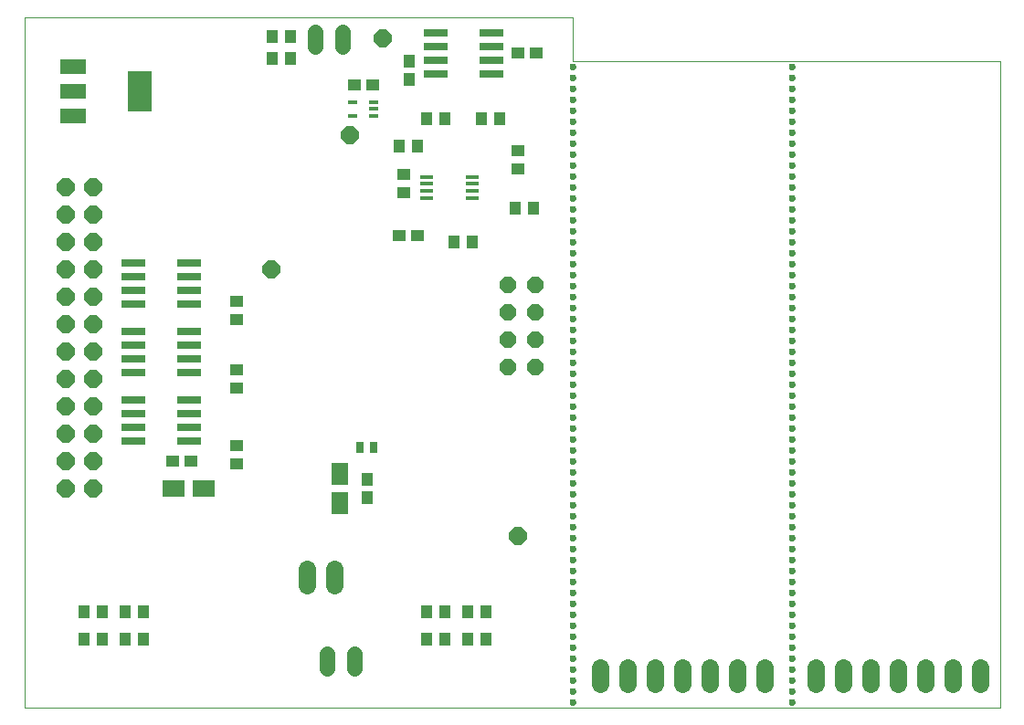
<source format=gbs>
G75*
%MOIN*%
%OFA0B0*%
%FSLAX25Y25*%
%IPPOS*%
%LPD*%
%AMOC8*
5,1,8,0,0,1.08239X$1,22.5*
%
%ADD10C,0.00000*%
%ADD11C,0.02369*%
%ADD12R,0.04731X0.04337*%
%ADD13R,0.05124X0.01581*%
%ADD14R,0.04337X0.04731*%
%ADD15C,0.05800*%
%ADD16C,0.06400*%
%ADD17R,0.06306X0.08077*%
%ADD18R,0.03156X0.03943*%
%ADD19R,0.08077X0.06306*%
%ADD20R,0.09061X0.02762*%
%ADD21OC8,0.06400*%
%ADD22R,0.09199X0.05199*%
%ADD23R,0.09061X0.14573*%
%ADD24OC8,0.05800*%
%ADD25R,0.03543X0.01772*%
D10*
X0010759Y0006300D02*
X0205484Y0006300D01*
X0286224Y0006300D01*
X0366759Y0006300D01*
X0366759Y0242300D01*
X0210759Y0242300D01*
X0210759Y0258300D01*
X0010759Y0258300D01*
X0010759Y0006300D01*
X0205484Y0006300D02*
X0205720Y0006300D01*
X0209775Y0008300D02*
X0209777Y0008362D01*
X0209783Y0008425D01*
X0209793Y0008486D01*
X0209807Y0008547D01*
X0209824Y0008607D01*
X0209845Y0008666D01*
X0209871Y0008723D01*
X0209899Y0008778D01*
X0209931Y0008832D01*
X0209967Y0008883D01*
X0210005Y0008933D01*
X0210047Y0008979D01*
X0210091Y0009023D01*
X0210139Y0009064D01*
X0210188Y0009102D01*
X0210240Y0009136D01*
X0210294Y0009167D01*
X0210350Y0009195D01*
X0210408Y0009219D01*
X0210467Y0009240D01*
X0210527Y0009256D01*
X0210588Y0009269D01*
X0210650Y0009278D01*
X0210712Y0009283D01*
X0210775Y0009284D01*
X0210837Y0009281D01*
X0210899Y0009274D01*
X0210961Y0009263D01*
X0211021Y0009248D01*
X0211081Y0009230D01*
X0211139Y0009208D01*
X0211196Y0009182D01*
X0211251Y0009152D01*
X0211304Y0009119D01*
X0211355Y0009083D01*
X0211403Y0009044D01*
X0211449Y0009001D01*
X0211492Y0008956D01*
X0211532Y0008908D01*
X0211569Y0008858D01*
X0211603Y0008805D01*
X0211634Y0008751D01*
X0211660Y0008695D01*
X0211684Y0008637D01*
X0211703Y0008577D01*
X0211719Y0008517D01*
X0211731Y0008455D01*
X0211739Y0008394D01*
X0211743Y0008331D01*
X0211743Y0008269D01*
X0211739Y0008206D01*
X0211731Y0008145D01*
X0211719Y0008083D01*
X0211703Y0008023D01*
X0211684Y0007963D01*
X0211660Y0007905D01*
X0211634Y0007849D01*
X0211603Y0007795D01*
X0211569Y0007742D01*
X0211532Y0007692D01*
X0211492Y0007644D01*
X0211449Y0007599D01*
X0211403Y0007556D01*
X0211355Y0007517D01*
X0211304Y0007481D01*
X0211251Y0007448D01*
X0211196Y0007418D01*
X0211139Y0007392D01*
X0211081Y0007370D01*
X0211021Y0007352D01*
X0210961Y0007337D01*
X0210899Y0007326D01*
X0210837Y0007319D01*
X0210775Y0007316D01*
X0210712Y0007317D01*
X0210650Y0007322D01*
X0210588Y0007331D01*
X0210527Y0007344D01*
X0210467Y0007360D01*
X0210408Y0007381D01*
X0210350Y0007405D01*
X0210294Y0007433D01*
X0210240Y0007464D01*
X0210188Y0007498D01*
X0210139Y0007536D01*
X0210091Y0007577D01*
X0210047Y0007621D01*
X0210005Y0007667D01*
X0209967Y0007717D01*
X0209931Y0007768D01*
X0209899Y0007822D01*
X0209871Y0007877D01*
X0209845Y0007934D01*
X0209824Y0007993D01*
X0209807Y0008053D01*
X0209793Y0008114D01*
X0209783Y0008175D01*
X0209777Y0008238D01*
X0209775Y0008300D01*
X0209775Y0012300D02*
X0209777Y0012362D01*
X0209783Y0012425D01*
X0209793Y0012486D01*
X0209807Y0012547D01*
X0209824Y0012607D01*
X0209845Y0012666D01*
X0209871Y0012723D01*
X0209899Y0012778D01*
X0209931Y0012832D01*
X0209967Y0012883D01*
X0210005Y0012933D01*
X0210047Y0012979D01*
X0210091Y0013023D01*
X0210139Y0013064D01*
X0210188Y0013102D01*
X0210240Y0013136D01*
X0210294Y0013167D01*
X0210350Y0013195D01*
X0210408Y0013219D01*
X0210467Y0013240D01*
X0210527Y0013256D01*
X0210588Y0013269D01*
X0210650Y0013278D01*
X0210712Y0013283D01*
X0210775Y0013284D01*
X0210837Y0013281D01*
X0210899Y0013274D01*
X0210961Y0013263D01*
X0211021Y0013248D01*
X0211081Y0013230D01*
X0211139Y0013208D01*
X0211196Y0013182D01*
X0211251Y0013152D01*
X0211304Y0013119D01*
X0211355Y0013083D01*
X0211403Y0013044D01*
X0211449Y0013001D01*
X0211492Y0012956D01*
X0211532Y0012908D01*
X0211569Y0012858D01*
X0211603Y0012805D01*
X0211634Y0012751D01*
X0211660Y0012695D01*
X0211684Y0012637D01*
X0211703Y0012577D01*
X0211719Y0012517D01*
X0211731Y0012455D01*
X0211739Y0012394D01*
X0211743Y0012331D01*
X0211743Y0012269D01*
X0211739Y0012206D01*
X0211731Y0012145D01*
X0211719Y0012083D01*
X0211703Y0012023D01*
X0211684Y0011963D01*
X0211660Y0011905D01*
X0211634Y0011849D01*
X0211603Y0011795D01*
X0211569Y0011742D01*
X0211532Y0011692D01*
X0211492Y0011644D01*
X0211449Y0011599D01*
X0211403Y0011556D01*
X0211355Y0011517D01*
X0211304Y0011481D01*
X0211251Y0011448D01*
X0211196Y0011418D01*
X0211139Y0011392D01*
X0211081Y0011370D01*
X0211021Y0011352D01*
X0210961Y0011337D01*
X0210899Y0011326D01*
X0210837Y0011319D01*
X0210775Y0011316D01*
X0210712Y0011317D01*
X0210650Y0011322D01*
X0210588Y0011331D01*
X0210527Y0011344D01*
X0210467Y0011360D01*
X0210408Y0011381D01*
X0210350Y0011405D01*
X0210294Y0011433D01*
X0210240Y0011464D01*
X0210188Y0011498D01*
X0210139Y0011536D01*
X0210091Y0011577D01*
X0210047Y0011621D01*
X0210005Y0011667D01*
X0209967Y0011717D01*
X0209931Y0011768D01*
X0209899Y0011822D01*
X0209871Y0011877D01*
X0209845Y0011934D01*
X0209824Y0011993D01*
X0209807Y0012053D01*
X0209793Y0012114D01*
X0209783Y0012175D01*
X0209777Y0012238D01*
X0209775Y0012300D01*
X0209775Y0016300D02*
X0209777Y0016362D01*
X0209783Y0016425D01*
X0209793Y0016486D01*
X0209807Y0016547D01*
X0209824Y0016607D01*
X0209845Y0016666D01*
X0209871Y0016723D01*
X0209899Y0016778D01*
X0209931Y0016832D01*
X0209967Y0016883D01*
X0210005Y0016933D01*
X0210047Y0016979D01*
X0210091Y0017023D01*
X0210139Y0017064D01*
X0210188Y0017102D01*
X0210240Y0017136D01*
X0210294Y0017167D01*
X0210350Y0017195D01*
X0210408Y0017219D01*
X0210467Y0017240D01*
X0210527Y0017256D01*
X0210588Y0017269D01*
X0210650Y0017278D01*
X0210712Y0017283D01*
X0210775Y0017284D01*
X0210837Y0017281D01*
X0210899Y0017274D01*
X0210961Y0017263D01*
X0211021Y0017248D01*
X0211081Y0017230D01*
X0211139Y0017208D01*
X0211196Y0017182D01*
X0211251Y0017152D01*
X0211304Y0017119D01*
X0211355Y0017083D01*
X0211403Y0017044D01*
X0211449Y0017001D01*
X0211492Y0016956D01*
X0211532Y0016908D01*
X0211569Y0016858D01*
X0211603Y0016805D01*
X0211634Y0016751D01*
X0211660Y0016695D01*
X0211684Y0016637D01*
X0211703Y0016577D01*
X0211719Y0016517D01*
X0211731Y0016455D01*
X0211739Y0016394D01*
X0211743Y0016331D01*
X0211743Y0016269D01*
X0211739Y0016206D01*
X0211731Y0016145D01*
X0211719Y0016083D01*
X0211703Y0016023D01*
X0211684Y0015963D01*
X0211660Y0015905D01*
X0211634Y0015849D01*
X0211603Y0015795D01*
X0211569Y0015742D01*
X0211532Y0015692D01*
X0211492Y0015644D01*
X0211449Y0015599D01*
X0211403Y0015556D01*
X0211355Y0015517D01*
X0211304Y0015481D01*
X0211251Y0015448D01*
X0211196Y0015418D01*
X0211139Y0015392D01*
X0211081Y0015370D01*
X0211021Y0015352D01*
X0210961Y0015337D01*
X0210899Y0015326D01*
X0210837Y0015319D01*
X0210775Y0015316D01*
X0210712Y0015317D01*
X0210650Y0015322D01*
X0210588Y0015331D01*
X0210527Y0015344D01*
X0210467Y0015360D01*
X0210408Y0015381D01*
X0210350Y0015405D01*
X0210294Y0015433D01*
X0210240Y0015464D01*
X0210188Y0015498D01*
X0210139Y0015536D01*
X0210091Y0015577D01*
X0210047Y0015621D01*
X0210005Y0015667D01*
X0209967Y0015717D01*
X0209931Y0015768D01*
X0209899Y0015822D01*
X0209871Y0015877D01*
X0209845Y0015934D01*
X0209824Y0015993D01*
X0209807Y0016053D01*
X0209793Y0016114D01*
X0209783Y0016175D01*
X0209777Y0016238D01*
X0209775Y0016300D01*
X0209775Y0020300D02*
X0209777Y0020362D01*
X0209783Y0020425D01*
X0209793Y0020486D01*
X0209807Y0020547D01*
X0209824Y0020607D01*
X0209845Y0020666D01*
X0209871Y0020723D01*
X0209899Y0020778D01*
X0209931Y0020832D01*
X0209967Y0020883D01*
X0210005Y0020933D01*
X0210047Y0020979D01*
X0210091Y0021023D01*
X0210139Y0021064D01*
X0210188Y0021102D01*
X0210240Y0021136D01*
X0210294Y0021167D01*
X0210350Y0021195D01*
X0210408Y0021219D01*
X0210467Y0021240D01*
X0210527Y0021256D01*
X0210588Y0021269D01*
X0210650Y0021278D01*
X0210712Y0021283D01*
X0210775Y0021284D01*
X0210837Y0021281D01*
X0210899Y0021274D01*
X0210961Y0021263D01*
X0211021Y0021248D01*
X0211081Y0021230D01*
X0211139Y0021208D01*
X0211196Y0021182D01*
X0211251Y0021152D01*
X0211304Y0021119D01*
X0211355Y0021083D01*
X0211403Y0021044D01*
X0211449Y0021001D01*
X0211492Y0020956D01*
X0211532Y0020908D01*
X0211569Y0020858D01*
X0211603Y0020805D01*
X0211634Y0020751D01*
X0211660Y0020695D01*
X0211684Y0020637D01*
X0211703Y0020577D01*
X0211719Y0020517D01*
X0211731Y0020455D01*
X0211739Y0020394D01*
X0211743Y0020331D01*
X0211743Y0020269D01*
X0211739Y0020206D01*
X0211731Y0020145D01*
X0211719Y0020083D01*
X0211703Y0020023D01*
X0211684Y0019963D01*
X0211660Y0019905D01*
X0211634Y0019849D01*
X0211603Y0019795D01*
X0211569Y0019742D01*
X0211532Y0019692D01*
X0211492Y0019644D01*
X0211449Y0019599D01*
X0211403Y0019556D01*
X0211355Y0019517D01*
X0211304Y0019481D01*
X0211251Y0019448D01*
X0211196Y0019418D01*
X0211139Y0019392D01*
X0211081Y0019370D01*
X0211021Y0019352D01*
X0210961Y0019337D01*
X0210899Y0019326D01*
X0210837Y0019319D01*
X0210775Y0019316D01*
X0210712Y0019317D01*
X0210650Y0019322D01*
X0210588Y0019331D01*
X0210527Y0019344D01*
X0210467Y0019360D01*
X0210408Y0019381D01*
X0210350Y0019405D01*
X0210294Y0019433D01*
X0210240Y0019464D01*
X0210188Y0019498D01*
X0210139Y0019536D01*
X0210091Y0019577D01*
X0210047Y0019621D01*
X0210005Y0019667D01*
X0209967Y0019717D01*
X0209931Y0019768D01*
X0209899Y0019822D01*
X0209871Y0019877D01*
X0209845Y0019934D01*
X0209824Y0019993D01*
X0209807Y0020053D01*
X0209793Y0020114D01*
X0209783Y0020175D01*
X0209777Y0020238D01*
X0209775Y0020300D01*
X0209775Y0024300D02*
X0209777Y0024362D01*
X0209783Y0024425D01*
X0209793Y0024486D01*
X0209807Y0024547D01*
X0209824Y0024607D01*
X0209845Y0024666D01*
X0209871Y0024723D01*
X0209899Y0024778D01*
X0209931Y0024832D01*
X0209967Y0024883D01*
X0210005Y0024933D01*
X0210047Y0024979D01*
X0210091Y0025023D01*
X0210139Y0025064D01*
X0210188Y0025102D01*
X0210240Y0025136D01*
X0210294Y0025167D01*
X0210350Y0025195D01*
X0210408Y0025219D01*
X0210467Y0025240D01*
X0210527Y0025256D01*
X0210588Y0025269D01*
X0210650Y0025278D01*
X0210712Y0025283D01*
X0210775Y0025284D01*
X0210837Y0025281D01*
X0210899Y0025274D01*
X0210961Y0025263D01*
X0211021Y0025248D01*
X0211081Y0025230D01*
X0211139Y0025208D01*
X0211196Y0025182D01*
X0211251Y0025152D01*
X0211304Y0025119D01*
X0211355Y0025083D01*
X0211403Y0025044D01*
X0211449Y0025001D01*
X0211492Y0024956D01*
X0211532Y0024908D01*
X0211569Y0024858D01*
X0211603Y0024805D01*
X0211634Y0024751D01*
X0211660Y0024695D01*
X0211684Y0024637D01*
X0211703Y0024577D01*
X0211719Y0024517D01*
X0211731Y0024455D01*
X0211739Y0024394D01*
X0211743Y0024331D01*
X0211743Y0024269D01*
X0211739Y0024206D01*
X0211731Y0024145D01*
X0211719Y0024083D01*
X0211703Y0024023D01*
X0211684Y0023963D01*
X0211660Y0023905D01*
X0211634Y0023849D01*
X0211603Y0023795D01*
X0211569Y0023742D01*
X0211532Y0023692D01*
X0211492Y0023644D01*
X0211449Y0023599D01*
X0211403Y0023556D01*
X0211355Y0023517D01*
X0211304Y0023481D01*
X0211251Y0023448D01*
X0211196Y0023418D01*
X0211139Y0023392D01*
X0211081Y0023370D01*
X0211021Y0023352D01*
X0210961Y0023337D01*
X0210899Y0023326D01*
X0210837Y0023319D01*
X0210775Y0023316D01*
X0210712Y0023317D01*
X0210650Y0023322D01*
X0210588Y0023331D01*
X0210527Y0023344D01*
X0210467Y0023360D01*
X0210408Y0023381D01*
X0210350Y0023405D01*
X0210294Y0023433D01*
X0210240Y0023464D01*
X0210188Y0023498D01*
X0210139Y0023536D01*
X0210091Y0023577D01*
X0210047Y0023621D01*
X0210005Y0023667D01*
X0209967Y0023717D01*
X0209931Y0023768D01*
X0209899Y0023822D01*
X0209871Y0023877D01*
X0209845Y0023934D01*
X0209824Y0023993D01*
X0209807Y0024053D01*
X0209793Y0024114D01*
X0209783Y0024175D01*
X0209777Y0024238D01*
X0209775Y0024300D01*
X0209775Y0028300D02*
X0209777Y0028362D01*
X0209783Y0028425D01*
X0209793Y0028486D01*
X0209807Y0028547D01*
X0209824Y0028607D01*
X0209845Y0028666D01*
X0209871Y0028723D01*
X0209899Y0028778D01*
X0209931Y0028832D01*
X0209967Y0028883D01*
X0210005Y0028933D01*
X0210047Y0028979D01*
X0210091Y0029023D01*
X0210139Y0029064D01*
X0210188Y0029102D01*
X0210240Y0029136D01*
X0210294Y0029167D01*
X0210350Y0029195D01*
X0210408Y0029219D01*
X0210467Y0029240D01*
X0210527Y0029256D01*
X0210588Y0029269D01*
X0210650Y0029278D01*
X0210712Y0029283D01*
X0210775Y0029284D01*
X0210837Y0029281D01*
X0210899Y0029274D01*
X0210961Y0029263D01*
X0211021Y0029248D01*
X0211081Y0029230D01*
X0211139Y0029208D01*
X0211196Y0029182D01*
X0211251Y0029152D01*
X0211304Y0029119D01*
X0211355Y0029083D01*
X0211403Y0029044D01*
X0211449Y0029001D01*
X0211492Y0028956D01*
X0211532Y0028908D01*
X0211569Y0028858D01*
X0211603Y0028805D01*
X0211634Y0028751D01*
X0211660Y0028695D01*
X0211684Y0028637D01*
X0211703Y0028577D01*
X0211719Y0028517D01*
X0211731Y0028455D01*
X0211739Y0028394D01*
X0211743Y0028331D01*
X0211743Y0028269D01*
X0211739Y0028206D01*
X0211731Y0028145D01*
X0211719Y0028083D01*
X0211703Y0028023D01*
X0211684Y0027963D01*
X0211660Y0027905D01*
X0211634Y0027849D01*
X0211603Y0027795D01*
X0211569Y0027742D01*
X0211532Y0027692D01*
X0211492Y0027644D01*
X0211449Y0027599D01*
X0211403Y0027556D01*
X0211355Y0027517D01*
X0211304Y0027481D01*
X0211251Y0027448D01*
X0211196Y0027418D01*
X0211139Y0027392D01*
X0211081Y0027370D01*
X0211021Y0027352D01*
X0210961Y0027337D01*
X0210899Y0027326D01*
X0210837Y0027319D01*
X0210775Y0027316D01*
X0210712Y0027317D01*
X0210650Y0027322D01*
X0210588Y0027331D01*
X0210527Y0027344D01*
X0210467Y0027360D01*
X0210408Y0027381D01*
X0210350Y0027405D01*
X0210294Y0027433D01*
X0210240Y0027464D01*
X0210188Y0027498D01*
X0210139Y0027536D01*
X0210091Y0027577D01*
X0210047Y0027621D01*
X0210005Y0027667D01*
X0209967Y0027717D01*
X0209931Y0027768D01*
X0209899Y0027822D01*
X0209871Y0027877D01*
X0209845Y0027934D01*
X0209824Y0027993D01*
X0209807Y0028053D01*
X0209793Y0028114D01*
X0209783Y0028175D01*
X0209777Y0028238D01*
X0209775Y0028300D01*
X0209775Y0032300D02*
X0209777Y0032362D01*
X0209783Y0032425D01*
X0209793Y0032486D01*
X0209807Y0032547D01*
X0209824Y0032607D01*
X0209845Y0032666D01*
X0209871Y0032723D01*
X0209899Y0032778D01*
X0209931Y0032832D01*
X0209967Y0032883D01*
X0210005Y0032933D01*
X0210047Y0032979D01*
X0210091Y0033023D01*
X0210139Y0033064D01*
X0210188Y0033102D01*
X0210240Y0033136D01*
X0210294Y0033167D01*
X0210350Y0033195D01*
X0210408Y0033219D01*
X0210467Y0033240D01*
X0210527Y0033256D01*
X0210588Y0033269D01*
X0210650Y0033278D01*
X0210712Y0033283D01*
X0210775Y0033284D01*
X0210837Y0033281D01*
X0210899Y0033274D01*
X0210961Y0033263D01*
X0211021Y0033248D01*
X0211081Y0033230D01*
X0211139Y0033208D01*
X0211196Y0033182D01*
X0211251Y0033152D01*
X0211304Y0033119D01*
X0211355Y0033083D01*
X0211403Y0033044D01*
X0211449Y0033001D01*
X0211492Y0032956D01*
X0211532Y0032908D01*
X0211569Y0032858D01*
X0211603Y0032805D01*
X0211634Y0032751D01*
X0211660Y0032695D01*
X0211684Y0032637D01*
X0211703Y0032577D01*
X0211719Y0032517D01*
X0211731Y0032455D01*
X0211739Y0032394D01*
X0211743Y0032331D01*
X0211743Y0032269D01*
X0211739Y0032206D01*
X0211731Y0032145D01*
X0211719Y0032083D01*
X0211703Y0032023D01*
X0211684Y0031963D01*
X0211660Y0031905D01*
X0211634Y0031849D01*
X0211603Y0031795D01*
X0211569Y0031742D01*
X0211532Y0031692D01*
X0211492Y0031644D01*
X0211449Y0031599D01*
X0211403Y0031556D01*
X0211355Y0031517D01*
X0211304Y0031481D01*
X0211251Y0031448D01*
X0211196Y0031418D01*
X0211139Y0031392D01*
X0211081Y0031370D01*
X0211021Y0031352D01*
X0210961Y0031337D01*
X0210899Y0031326D01*
X0210837Y0031319D01*
X0210775Y0031316D01*
X0210712Y0031317D01*
X0210650Y0031322D01*
X0210588Y0031331D01*
X0210527Y0031344D01*
X0210467Y0031360D01*
X0210408Y0031381D01*
X0210350Y0031405D01*
X0210294Y0031433D01*
X0210240Y0031464D01*
X0210188Y0031498D01*
X0210139Y0031536D01*
X0210091Y0031577D01*
X0210047Y0031621D01*
X0210005Y0031667D01*
X0209967Y0031717D01*
X0209931Y0031768D01*
X0209899Y0031822D01*
X0209871Y0031877D01*
X0209845Y0031934D01*
X0209824Y0031993D01*
X0209807Y0032053D01*
X0209793Y0032114D01*
X0209783Y0032175D01*
X0209777Y0032238D01*
X0209775Y0032300D01*
X0209775Y0036300D02*
X0209777Y0036362D01*
X0209783Y0036425D01*
X0209793Y0036486D01*
X0209807Y0036547D01*
X0209824Y0036607D01*
X0209845Y0036666D01*
X0209871Y0036723D01*
X0209899Y0036778D01*
X0209931Y0036832D01*
X0209967Y0036883D01*
X0210005Y0036933D01*
X0210047Y0036979D01*
X0210091Y0037023D01*
X0210139Y0037064D01*
X0210188Y0037102D01*
X0210240Y0037136D01*
X0210294Y0037167D01*
X0210350Y0037195D01*
X0210408Y0037219D01*
X0210467Y0037240D01*
X0210527Y0037256D01*
X0210588Y0037269D01*
X0210650Y0037278D01*
X0210712Y0037283D01*
X0210775Y0037284D01*
X0210837Y0037281D01*
X0210899Y0037274D01*
X0210961Y0037263D01*
X0211021Y0037248D01*
X0211081Y0037230D01*
X0211139Y0037208D01*
X0211196Y0037182D01*
X0211251Y0037152D01*
X0211304Y0037119D01*
X0211355Y0037083D01*
X0211403Y0037044D01*
X0211449Y0037001D01*
X0211492Y0036956D01*
X0211532Y0036908D01*
X0211569Y0036858D01*
X0211603Y0036805D01*
X0211634Y0036751D01*
X0211660Y0036695D01*
X0211684Y0036637D01*
X0211703Y0036577D01*
X0211719Y0036517D01*
X0211731Y0036455D01*
X0211739Y0036394D01*
X0211743Y0036331D01*
X0211743Y0036269D01*
X0211739Y0036206D01*
X0211731Y0036145D01*
X0211719Y0036083D01*
X0211703Y0036023D01*
X0211684Y0035963D01*
X0211660Y0035905D01*
X0211634Y0035849D01*
X0211603Y0035795D01*
X0211569Y0035742D01*
X0211532Y0035692D01*
X0211492Y0035644D01*
X0211449Y0035599D01*
X0211403Y0035556D01*
X0211355Y0035517D01*
X0211304Y0035481D01*
X0211251Y0035448D01*
X0211196Y0035418D01*
X0211139Y0035392D01*
X0211081Y0035370D01*
X0211021Y0035352D01*
X0210961Y0035337D01*
X0210899Y0035326D01*
X0210837Y0035319D01*
X0210775Y0035316D01*
X0210712Y0035317D01*
X0210650Y0035322D01*
X0210588Y0035331D01*
X0210527Y0035344D01*
X0210467Y0035360D01*
X0210408Y0035381D01*
X0210350Y0035405D01*
X0210294Y0035433D01*
X0210240Y0035464D01*
X0210188Y0035498D01*
X0210139Y0035536D01*
X0210091Y0035577D01*
X0210047Y0035621D01*
X0210005Y0035667D01*
X0209967Y0035717D01*
X0209931Y0035768D01*
X0209899Y0035822D01*
X0209871Y0035877D01*
X0209845Y0035934D01*
X0209824Y0035993D01*
X0209807Y0036053D01*
X0209793Y0036114D01*
X0209783Y0036175D01*
X0209777Y0036238D01*
X0209775Y0036300D01*
X0209775Y0040300D02*
X0209777Y0040362D01*
X0209783Y0040425D01*
X0209793Y0040486D01*
X0209807Y0040547D01*
X0209824Y0040607D01*
X0209845Y0040666D01*
X0209871Y0040723D01*
X0209899Y0040778D01*
X0209931Y0040832D01*
X0209967Y0040883D01*
X0210005Y0040933D01*
X0210047Y0040979D01*
X0210091Y0041023D01*
X0210139Y0041064D01*
X0210188Y0041102D01*
X0210240Y0041136D01*
X0210294Y0041167D01*
X0210350Y0041195D01*
X0210408Y0041219D01*
X0210467Y0041240D01*
X0210527Y0041256D01*
X0210588Y0041269D01*
X0210650Y0041278D01*
X0210712Y0041283D01*
X0210775Y0041284D01*
X0210837Y0041281D01*
X0210899Y0041274D01*
X0210961Y0041263D01*
X0211021Y0041248D01*
X0211081Y0041230D01*
X0211139Y0041208D01*
X0211196Y0041182D01*
X0211251Y0041152D01*
X0211304Y0041119D01*
X0211355Y0041083D01*
X0211403Y0041044D01*
X0211449Y0041001D01*
X0211492Y0040956D01*
X0211532Y0040908D01*
X0211569Y0040858D01*
X0211603Y0040805D01*
X0211634Y0040751D01*
X0211660Y0040695D01*
X0211684Y0040637D01*
X0211703Y0040577D01*
X0211719Y0040517D01*
X0211731Y0040455D01*
X0211739Y0040394D01*
X0211743Y0040331D01*
X0211743Y0040269D01*
X0211739Y0040206D01*
X0211731Y0040145D01*
X0211719Y0040083D01*
X0211703Y0040023D01*
X0211684Y0039963D01*
X0211660Y0039905D01*
X0211634Y0039849D01*
X0211603Y0039795D01*
X0211569Y0039742D01*
X0211532Y0039692D01*
X0211492Y0039644D01*
X0211449Y0039599D01*
X0211403Y0039556D01*
X0211355Y0039517D01*
X0211304Y0039481D01*
X0211251Y0039448D01*
X0211196Y0039418D01*
X0211139Y0039392D01*
X0211081Y0039370D01*
X0211021Y0039352D01*
X0210961Y0039337D01*
X0210899Y0039326D01*
X0210837Y0039319D01*
X0210775Y0039316D01*
X0210712Y0039317D01*
X0210650Y0039322D01*
X0210588Y0039331D01*
X0210527Y0039344D01*
X0210467Y0039360D01*
X0210408Y0039381D01*
X0210350Y0039405D01*
X0210294Y0039433D01*
X0210240Y0039464D01*
X0210188Y0039498D01*
X0210139Y0039536D01*
X0210091Y0039577D01*
X0210047Y0039621D01*
X0210005Y0039667D01*
X0209967Y0039717D01*
X0209931Y0039768D01*
X0209899Y0039822D01*
X0209871Y0039877D01*
X0209845Y0039934D01*
X0209824Y0039993D01*
X0209807Y0040053D01*
X0209793Y0040114D01*
X0209783Y0040175D01*
X0209777Y0040238D01*
X0209775Y0040300D01*
X0209775Y0044300D02*
X0209777Y0044362D01*
X0209783Y0044425D01*
X0209793Y0044486D01*
X0209807Y0044547D01*
X0209824Y0044607D01*
X0209845Y0044666D01*
X0209871Y0044723D01*
X0209899Y0044778D01*
X0209931Y0044832D01*
X0209967Y0044883D01*
X0210005Y0044933D01*
X0210047Y0044979D01*
X0210091Y0045023D01*
X0210139Y0045064D01*
X0210188Y0045102D01*
X0210240Y0045136D01*
X0210294Y0045167D01*
X0210350Y0045195D01*
X0210408Y0045219D01*
X0210467Y0045240D01*
X0210527Y0045256D01*
X0210588Y0045269D01*
X0210650Y0045278D01*
X0210712Y0045283D01*
X0210775Y0045284D01*
X0210837Y0045281D01*
X0210899Y0045274D01*
X0210961Y0045263D01*
X0211021Y0045248D01*
X0211081Y0045230D01*
X0211139Y0045208D01*
X0211196Y0045182D01*
X0211251Y0045152D01*
X0211304Y0045119D01*
X0211355Y0045083D01*
X0211403Y0045044D01*
X0211449Y0045001D01*
X0211492Y0044956D01*
X0211532Y0044908D01*
X0211569Y0044858D01*
X0211603Y0044805D01*
X0211634Y0044751D01*
X0211660Y0044695D01*
X0211684Y0044637D01*
X0211703Y0044577D01*
X0211719Y0044517D01*
X0211731Y0044455D01*
X0211739Y0044394D01*
X0211743Y0044331D01*
X0211743Y0044269D01*
X0211739Y0044206D01*
X0211731Y0044145D01*
X0211719Y0044083D01*
X0211703Y0044023D01*
X0211684Y0043963D01*
X0211660Y0043905D01*
X0211634Y0043849D01*
X0211603Y0043795D01*
X0211569Y0043742D01*
X0211532Y0043692D01*
X0211492Y0043644D01*
X0211449Y0043599D01*
X0211403Y0043556D01*
X0211355Y0043517D01*
X0211304Y0043481D01*
X0211251Y0043448D01*
X0211196Y0043418D01*
X0211139Y0043392D01*
X0211081Y0043370D01*
X0211021Y0043352D01*
X0210961Y0043337D01*
X0210899Y0043326D01*
X0210837Y0043319D01*
X0210775Y0043316D01*
X0210712Y0043317D01*
X0210650Y0043322D01*
X0210588Y0043331D01*
X0210527Y0043344D01*
X0210467Y0043360D01*
X0210408Y0043381D01*
X0210350Y0043405D01*
X0210294Y0043433D01*
X0210240Y0043464D01*
X0210188Y0043498D01*
X0210139Y0043536D01*
X0210091Y0043577D01*
X0210047Y0043621D01*
X0210005Y0043667D01*
X0209967Y0043717D01*
X0209931Y0043768D01*
X0209899Y0043822D01*
X0209871Y0043877D01*
X0209845Y0043934D01*
X0209824Y0043993D01*
X0209807Y0044053D01*
X0209793Y0044114D01*
X0209783Y0044175D01*
X0209777Y0044238D01*
X0209775Y0044300D01*
X0209775Y0048300D02*
X0209777Y0048362D01*
X0209783Y0048425D01*
X0209793Y0048486D01*
X0209807Y0048547D01*
X0209824Y0048607D01*
X0209845Y0048666D01*
X0209871Y0048723D01*
X0209899Y0048778D01*
X0209931Y0048832D01*
X0209967Y0048883D01*
X0210005Y0048933D01*
X0210047Y0048979D01*
X0210091Y0049023D01*
X0210139Y0049064D01*
X0210188Y0049102D01*
X0210240Y0049136D01*
X0210294Y0049167D01*
X0210350Y0049195D01*
X0210408Y0049219D01*
X0210467Y0049240D01*
X0210527Y0049256D01*
X0210588Y0049269D01*
X0210650Y0049278D01*
X0210712Y0049283D01*
X0210775Y0049284D01*
X0210837Y0049281D01*
X0210899Y0049274D01*
X0210961Y0049263D01*
X0211021Y0049248D01*
X0211081Y0049230D01*
X0211139Y0049208D01*
X0211196Y0049182D01*
X0211251Y0049152D01*
X0211304Y0049119D01*
X0211355Y0049083D01*
X0211403Y0049044D01*
X0211449Y0049001D01*
X0211492Y0048956D01*
X0211532Y0048908D01*
X0211569Y0048858D01*
X0211603Y0048805D01*
X0211634Y0048751D01*
X0211660Y0048695D01*
X0211684Y0048637D01*
X0211703Y0048577D01*
X0211719Y0048517D01*
X0211731Y0048455D01*
X0211739Y0048394D01*
X0211743Y0048331D01*
X0211743Y0048269D01*
X0211739Y0048206D01*
X0211731Y0048145D01*
X0211719Y0048083D01*
X0211703Y0048023D01*
X0211684Y0047963D01*
X0211660Y0047905D01*
X0211634Y0047849D01*
X0211603Y0047795D01*
X0211569Y0047742D01*
X0211532Y0047692D01*
X0211492Y0047644D01*
X0211449Y0047599D01*
X0211403Y0047556D01*
X0211355Y0047517D01*
X0211304Y0047481D01*
X0211251Y0047448D01*
X0211196Y0047418D01*
X0211139Y0047392D01*
X0211081Y0047370D01*
X0211021Y0047352D01*
X0210961Y0047337D01*
X0210899Y0047326D01*
X0210837Y0047319D01*
X0210775Y0047316D01*
X0210712Y0047317D01*
X0210650Y0047322D01*
X0210588Y0047331D01*
X0210527Y0047344D01*
X0210467Y0047360D01*
X0210408Y0047381D01*
X0210350Y0047405D01*
X0210294Y0047433D01*
X0210240Y0047464D01*
X0210188Y0047498D01*
X0210139Y0047536D01*
X0210091Y0047577D01*
X0210047Y0047621D01*
X0210005Y0047667D01*
X0209967Y0047717D01*
X0209931Y0047768D01*
X0209899Y0047822D01*
X0209871Y0047877D01*
X0209845Y0047934D01*
X0209824Y0047993D01*
X0209807Y0048053D01*
X0209793Y0048114D01*
X0209783Y0048175D01*
X0209777Y0048238D01*
X0209775Y0048300D01*
X0209775Y0052300D02*
X0209777Y0052362D01*
X0209783Y0052425D01*
X0209793Y0052486D01*
X0209807Y0052547D01*
X0209824Y0052607D01*
X0209845Y0052666D01*
X0209871Y0052723D01*
X0209899Y0052778D01*
X0209931Y0052832D01*
X0209967Y0052883D01*
X0210005Y0052933D01*
X0210047Y0052979D01*
X0210091Y0053023D01*
X0210139Y0053064D01*
X0210188Y0053102D01*
X0210240Y0053136D01*
X0210294Y0053167D01*
X0210350Y0053195D01*
X0210408Y0053219D01*
X0210467Y0053240D01*
X0210527Y0053256D01*
X0210588Y0053269D01*
X0210650Y0053278D01*
X0210712Y0053283D01*
X0210775Y0053284D01*
X0210837Y0053281D01*
X0210899Y0053274D01*
X0210961Y0053263D01*
X0211021Y0053248D01*
X0211081Y0053230D01*
X0211139Y0053208D01*
X0211196Y0053182D01*
X0211251Y0053152D01*
X0211304Y0053119D01*
X0211355Y0053083D01*
X0211403Y0053044D01*
X0211449Y0053001D01*
X0211492Y0052956D01*
X0211532Y0052908D01*
X0211569Y0052858D01*
X0211603Y0052805D01*
X0211634Y0052751D01*
X0211660Y0052695D01*
X0211684Y0052637D01*
X0211703Y0052577D01*
X0211719Y0052517D01*
X0211731Y0052455D01*
X0211739Y0052394D01*
X0211743Y0052331D01*
X0211743Y0052269D01*
X0211739Y0052206D01*
X0211731Y0052145D01*
X0211719Y0052083D01*
X0211703Y0052023D01*
X0211684Y0051963D01*
X0211660Y0051905D01*
X0211634Y0051849D01*
X0211603Y0051795D01*
X0211569Y0051742D01*
X0211532Y0051692D01*
X0211492Y0051644D01*
X0211449Y0051599D01*
X0211403Y0051556D01*
X0211355Y0051517D01*
X0211304Y0051481D01*
X0211251Y0051448D01*
X0211196Y0051418D01*
X0211139Y0051392D01*
X0211081Y0051370D01*
X0211021Y0051352D01*
X0210961Y0051337D01*
X0210899Y0051326D01*
X0210837Y0051319D01*
X0210775Y0051316D01*
X0210712Y0051317D01*
X0210650Y0051322D01*
X0210588Y0051331D01*
X0210527Y0051344D01*
X0210467Y0051360D01*
X0210408Y0051381D01*
X0210350Y0051405D01*
X0210294Y0051433D01*
X0210240Y0051464D01*
X0210188Y0051498D01*
X0210139Y0051536D01*
X0210091Y0051577D01*
X0210047Y0051621D01*
X0210005Y0051667D01*
X0209967Y0051717D01*
X0209931Y0051768D01*
X0209899Y0051822D01*
X0209871Y0051877D01*
X0209845Y0051934D01*
X0209824Y0051993D01*
X0209807Y0052053D01*
X0209793Y0052114D01*
X0209783Y0052175D01*
X0209777Y0052238D01*
X0209775Y0052300D01*
X0209775Y0056300D02*
X0209777Y0056362D01*
X0209783Y0056425D01*
X0209793Y0056486D01*
X0209807Y0056547D01*
X0209824Y0056607D01*
X0209845Y0056666D01*
X0209871Y0056723D01*
X0209899Y0056778D01*
X0209931Y0056832D01*
X0209967Y0056883D01*
X0210005Y0056933D01*
X0210047Y0056979D01*
X0210091Y0057023D01*
X0210139Y0057064D01*
X0210188Y0057102D01*
X0210240Y0057136D01*
X0210294Y0057167D01*
X0210350Y0057195D01*
X0210408Y0057219D01*
X0210467Y0057240D01*
X0210527Y0057256D01*
X0210588Y0057269D01*
X0210650Y0057278D01*
X0210712Y0057283D01*
X0210775Y0057284D01*
X0210837Y0057281D01*
X0210899Y0057274D01*
X0210961Y0057263D01*
X0211021Y0057248D01*
X0211081Y0057230D01*
X0211139Y0057208D01*
X0211196Y0057182D01*
X0211251Y0057152D01*
X0211304Y0057119D01*
X0211355Y0057083D01*
X0211403Y0057044D01*
X0211449Y0057001D01*
X0211492Y0056956D01*
X0211532Y0056908D01*
X0211569Y0056858D01*
X0211603Y0056805D01*
X0211634Y0056751D01*
X0211660Y0056695D01*
X0211684Y0056637D01*
X0211703Y0056577D01*
X0211719Y0056517D01*
X0211731Y0056455D01*
X0211739Y0056394D01*
X0211743Y0056331D01*
X0211743Y0056269D01*
X0211739Y0056206D01*
X0211731Y0056145D01*
X0211719Y0056083D01*
X0211703Y0056023D01*
X0211684Y0055963D01*
X0211660Y0055905D01*
X0211634Y0055849D01*
X0211603Y0055795D01*
X0211569Y0055742D01*
X0211532Y0055692D01*
X0211492Y0055644D01*
X0211449Y0055599D01*
X0211403Y0055556D01*
X0211355Y0055517D01*
X0211304Y0055481D01*
X0211251Y0055448D01*
X0211196Y0055418D01*
X0211139Y0055392D01*
X0211081Y0055370D01*
X0211021Y0055352D01*
X0210961Y0055337D01*
X0210899Y0055326D01*
X0210837Y0055319D01*
X0210775Y0055316D01*
X0210712Y0055317D01*
X0210650Y0055322D01*
X0210588Y0055331D01*
X0210527Y0055344D01*
X0210467Y0055360D01*
X0210408Y0055381D01*
X0210350Y0055405D01*
X0210294Y0055433D01*
X0210240Y0055464D01*
X0210188Y0055498D01*
X0210139Y0055536D01*
X0210091Y0055577D01*
X0210047Y0055621D01*
X0210005Y0055667D01*
X0209967Y0055717D01*
X0209931Y0055768D01*
X0209899Y0055822D01*
X0209871Y0055877D01*
X0209845Y0055934D01*
X0209824Y0055993D01*
X0209807Y0056053D01*
X0209793Y0056114D01*
X0209783Y0056175D01*
X0209777Y0056238D01*
X0209775Y0056300D01*
X0209775Y0060300D02*
X0209777Y0060362D01*
X0209783Y0060425D01*
X0209793Y0060486D01*
X0209807Y0060547D01*
X0209824Y0060607D01*
X0209845Y0060666D01*
X0209871Y0060723D01*
X0209899Y0060778D01*
X0209931Y0060832D01*
X0209967Y0060883D01*
X0210005Y0060933D01*
X0210047Y0060979D01*
X0210091Y0061023D01*
X0210139Y0061064D01*
X0210188Y0061102D01*
X0210240Y0061136D01*
X0210294Y0061167D01*
X0210350Y0061195D01*
X0210408Y0061219D01*
X0210467Y0061240D01*
X0210527Y0061256D01*
X0210588Y0061269D01*
X0210650Y0061278D01*
X0210712Y0061283D01*
X0210775Y0061284D01*
X0210837Y0061281D01*
X0210899Y0061274D01*
X0210961Y0061263D01*
X0211021Y0061248D01*
X0211081Y0061230D01*
X0211139Y0061208D01*
X0211196Y0061182D01*
X0211251Y0061152D01*
X0211304Y0061119D01*
X0211355Y0061083D01*
X0211403Y0061044D01*
X0211449Y0061001D01*
X0211492Y0060956D01*
X0211532Y0060908D01*
X0211569Y0060858D01*
X0211603Y0060805D01*
X0211634Y0060751D01*
X0211660Y0060695D01*
X0211684Y0060637D01*
X0211703Y0060577D01*
X0211719Y0060517D01*
X0211731Y0060455D01*
X0211739Y0060394D01*
X0211743Y0060331D01*
X0211743Y0060269D01*
X0211739Y0060206D01*
X0211731Y0060145D01*
X0211719Y0060083D01*
X0211703Y0060023D01*
X0211684Y0059963D01*
X0211660Y0059905D01*
X0211634Y0059849D01*
X0211603Y0059795D01*
X0211569Y0059742D01*
X0211532Y0059692D01*
X0211492Y0059644D01*
X0211449Y0059599D01*
X0211403Y0059556D01*
X0211355Y0059517D01*
X0211304Y0059481D01*
X0211251Y0059448D01*
X0211196Y0059418D01*
X0211139Y0059392D01*
X0211081Y0059370D01*
X0211021Y0059352D01*
X0210961Y0059337D01*
X0210899Y0059326D01*
X0210837Y0059319D01*
X0210775Y0059316D01*
X0210712Y0059317D01*
X0210650Y0059322D01*
X0210588Y0059331D01*
X0210527Y0059344D01*
X0210467Y0059360D01*
X0210408Y0059381D01*
X0210350Y0059405D01*
X0210294Y0059433D01*
X0210240Y0059464D01*
X0210188Y0059498D01*
X0210139Y0059536D01*
X0210091Y0059577D01*
X0210047Y0059621D01*
X0210005Y0059667D01*
X0209967Y0059717D01*
X0209931Y0059768D01*
X0209899Y0059822D01*
X0209871Y0059877D01*
X0209845Y0059934D01*
X0209824Y0059993D01*
X0209807Y0060053D01*
X0209793Y0060114D01*
X0209783Y0060175D01*
X0209777Y0060238D01*
X0209775Y0060300D01*
X0209775Y0064300D02*
X0209777Y0064362D01*
X0209783Y0064425D01*
X0209793Y0064486D01*
X0209807Y0064547D01*
X0209824Y0064607D01*
X0209845Y0064666D01*
X0209871Y0064723D01*
X0209899Y0064778D01*
X0209931Y0064832D01*
X0209967Y0064883D01*
X0210005Y0064933D01*
X0210047Y0064979D01*
X0210091Y0065023D01*
X0210139Y0065064D01*
X0210188Y0065102D01*
X0210240Y0065136D01*
X0210294Y0065167D01*
X0210350Y0065195D01*
X0210408Y0065219D01*
X0210467Y0065240D01*
X0210527Y0065256D01*
X0210588Y0065269D01*
X0210650Y0065278D01*
X0210712Y0065283D01*
X0210775Y0065284D01*
X0210837Y0065281D01*
X0210899Y0065274D01*
X0210961Y0065263D01*
X0211021Y0065248D01*
X0211081Y0065230D01*
X0211139Y0065208D01*
X0211196Y0065182D01*
X0211251Y0065152D01*
X0211304Y0065119D01*
X0211355Y0065083D01*
X0211403Y0065044D01*
X0211449Y0065001D01*
X0211492Y0064956D01*
X0211532Y0064908D01*
X0211569Y0064858D01*
X0211603Y0064805D01*
X0211634Y0064751D01*
X0211660Y0064695D01*
X0211684Y0064637D01*
X0211703Y0064577D01*
X0211719Y0064517D01*
X0211731Y0064455D01*
X0211739Y0064394D01*
X0211743Y0064331D01*
X0211743Y0064269D01*
X0211739Y0064206D01*
X0211731Y0064145D01*
X0211719Y0064083D01*
X0211703Y0064023D01*
X0211684Y0063963D01*
X0211660Y0063905D01*
X0211634Y0063849D01*
X0211603Y0063795D01*
X0211569Y0063742D01*
X0211532Y0063692D01*
X0211492Y0063644D01*
X0211449Y0063599D01*
X0211403Y0063556D01*
X0211355Y0063517D01*
X0211304Y0063481D01*
X0211251Y0063448D01*
X0211196Y0063418D01*
X0211139Y0063392D01*
X0211081Y0063370D01*
X0211021Y0063352D01*
X0210961Y0063337D01*
X0210899Y0063326D01*
X0210837Y0063319D01*
X0210775Y0063316D01*
X0210712Y0063317D01*
X0210650Y0063322D01*
X0210588Y0063331D01*
X0210527Y0063344D01*
X0210467Y0063360D01*
X0210408Y0063381D01*
X0210350Y0063405D01*
X0210294Y0063433D01*
X0210240Y0063464D01*
X0210188Y0063498D01*
X0210139Y0063536D01*
X0210091Y0063577D01*
X0210047Y0063621D01*
X0210005Y0063667D01*
X0209967Y0063717D01*
X0209931Y0063768D01*
X0209899Y0063822D01*
X0209871Y0063877D01*
X0209845Y0063934D01*
X0209824Y0063993D01*
X0209807Y0064053D01*
X0209793Y0064114D01*
X0209783Y0064175D01*
X0209777Y0064238D01*
X0209775Y0064300D01*
X0209775Y0068300D02*
X0209777Y0068362D01*
X0209783Y0068425D01*
X0209793Y0068486D01*
X0209807Y0068547D01*
X0209824Y0068607D01*
X0209845Y0068666D01*
X0209871Y0068723D01*
X0209899Y0068778D01*
X0209931Y0068832D01*
X0209967Y0068883D01*
X0210005Y0068933D01*
X0210047Y0068979D01*
X0210091Y0069023D01*
X0210139Y0069064D01*
X0210188Y0069102D01*
X0210240Y0069136D01*
X0210294Y0069167D01*
X0210350Y0069195D01*
X0210408Y0069219D01*
X0210467Y0069240D01*
X0210527Y0069256D01*
X0210588Y0069269D01*
X0210650Y0069278D01*
X0210712Y0069283D01*
X0210775Y0069284D01*
X0210837Y0069281D01*
X0210899Y0069274D01*
X0210961Y0069263D01*
X0211021Y0069248D01*
X0211081Y0069230D01*
X0211139Y0069208D01*
X0211196Y0069182D01*
X0211251Y0069152D01*
X0211304Y0069119D01*
X0211355Y0069083D01*
X0211403Y0069044D01*
X0211449Y0069001D01*
X0211492Y0068956D01*
X0211532Y0068908D01*
X0211569Y0068858D01*
X0211603Y0068805D01*
X0211634Y0068751D01*
X0211660Y0068695D01*
X0211684Y0068637D01*
X0211703Y0068577D01*
X0211719Y0068517D01*
X0211731Y0068455D01*
X0211739Y0068394D01*
X0211743Y0068331D01*
X0211743Y0068269D01*
X0211739Y0068206D01*
X0211731Y0068145D01*
X0211719Y0068083D01*
X0211703Y0068023D01*
X0211684Y0067963D01*
X0211660Y0067905D01*
X0211634Y0067849D01*
X0211603Y0067795D01*
X0211569Y0067742D01*
X0211532Y0067692D01*
X0211492Y0067644D01*
X0211449Y0067599D01*
X0211403Y0067556D01*
X0211355Y0067517D01*
X0211304Y0067481D01*
X0211251Y0067448D01*
X0211196Y0067418D01*
X0211139Y0067392D01*
X0211081Y0067370D01*
X0211021Y0067352D01*
X0210961Y0067337D01*
X0210899Y0067326D01*
X0210837Y0067319D01*
X0210775Y0067316D01*
X0210712Y0067317D01*
X0210650Y0067322D01*
X0210588Y0067331D01*
X0210527Y0067344D01*
X0210467Y0067360D01*
X0210408Y0067381D01*
X0210350Y0067405D01*
X0210294Y0067433D01*
X0210240Y0067464D01*
X0210188Y0067498D01*
X0210139Y0067536D01*
X0210091Y0067577D01*
X0210047Y0067621D01*
X0210005Y0067667D01*
X0209967Y0067717D01*
X0209931Y0067768D01*
X0209899Y0067822D01*
X0209871Y0067877D01*
X0209845Y0067934D01*
X0209824Y0067993D01*
X0209807Y0068053D01*
X0209793Y0068114D01*
X0209783Y0068175D01*
X0209777Y0068238D01*
X0209775Y0068300D01*
X0209775Y0072300D02*
X0209777Y0072362D01*
X0209783Y0072425D01*
X0209793Y0072486D01*
X0209807Y0072547D01*
X0209824Y0072607D01*
X0209845Y0072666D01*
X0209871Y0072723D01*
X0209899Y0072778D01*
X0209931Y0072832D01*
X0209967Y0072883D01*
X0210005Y0072933D01*
X0210047Y0072979D01*
X0210091Y0073023D01*
X0210139Y0073064D01*
X0210188Y0073102D01*
X0210240Y0073136D01*
X0210294Y0073167D01*
X0210350Y0073195D01*
X0210408Y0073219D01*
X0210467Y0073240D01*
X0210527Y0073256D01*
X0210588Y0073269D01*
X0210650Y0073278D01*
X0210712Y0073283D01*
X0210775Y0073284D01*
X0210837Y0073281D01*
X0210899Y0073274D01*
X0210961Y0073263D01*
X0211021Y0073248D01*
X0211081Y0073230D01*
X0211139Y0073208D01*
X0211196Y0073182D01*
X0211251Y0073152D01*
X0211304Y0073119D01*
X0211355Y0073083D01*
X0211403Y0073044D01*
X0211449Y0073001D01*
X0211492Y0072956D01*
X0211532Y0072908D01*
X0211569Y0072858D01*
X0211603Y0072805D01*
X0211634Y0072751D01*
X0211660Y0072695D01*
X0211684Y0072637D01*
X0211703Y0072577D01*
X0211719Y0072517D01*
X0211731Y0072455D01*
X0211739Y0072394D01*
X0211743Y0072331D01*
X0211743Y0072269D01*
X0211739Y0072206D01*
X0211731Y0072145D01*
X0211719Y0072083D01*
X0211703Y0072023D01*
X0211684Y0071963D01*
X0211660Y0071905D01*
X0211634Y0071849D01*
X0211603Y0071795D01*
X0211569Y0071742D01*
X0211532Y0071692D01*
X0211492Y0071644D01*
X0211449Y0071599D01*
X0211403Y0071556D01*
X0211355Y0071517D01*
X0211304Y0071481D01*
X0211251Y0071448D01*
X0211196Y0071418D01*
X0211139Y0071392D01*
X0211081Y0071370D01*
X0211021Y0071352D01*
X0210961Y0071337D01*
X0210899Y0071326D01*
X0210837Y0071319D01*
X0210775Y0071316D01*
X0210712Y0071317D01*
X0210650Y0071322D01*
X0210588Y0071331D01*
X0210527Y0071344D01*
X0210467Y0071360D01*
X0210408Y0071381D01*
X0210350Y0071405D01*
X0210294Y0071433D01*
X0210240Y0071464D01*
X0210188Y0071498D01*
X0210139Y0071536D01*
X0210091Y0071577D01*
X0210047Y0071621D01*
X0210005Y0071667D01*
X0209967Y0071717D01*
X0209931Y0071768D01*
X0209899Y0071822D01*
X0209871Y0071877D01*
X0209845Y0071934D01*
X0209824Y0071993D01*
X0209807Y0072053D01*
X0209793Y0072114D01*
X0209783Y0072175D01*
X0209777Y0072238D01*
X0209775Y0072300D01*
X0209775Y0076300D02*
X0209777Y0076362D01*
X0209783Y0076425D01*
X0209793Y0076486D01*
X0209807Y0076547D01*
X0209824Y0076607D01*
X0209845Y0076666D01*
X0209871Y0076723D01*
X0209899Y0076778D01*
X0209931Y0076832D01*
X0209967Y0076883D01*
X0210005Y0076933D01*
X0210047Y0076979D01*
X0210091Y0077023D01*
X0210139Y0077064D01*
X0210188Y0077102D01*
X0210240Y0077136D01*
X0210294Y0077167D01*
X0210350Y0077195D01*
X0210408Y0077219D01*
X0210467Y0077240D01*
X0210527Y0077256D01*
X0210588Y0077269D01*
X0210650Y0077278D01*
X0210712Y0077283D01*
X0210775Y0077284D01*
X0210837Y0077281D01*
X0210899Y0077274D01*
X0210961Y0077263D01*
X0211021Y0077248D01*
X0211081Y0077230D01*
X0211139Y0077208D01*
X0211196Y0077182D01*
X0211251Y0077152D01*
X0211304Y0077119D01*
X0211355Y0077083D01*
X0211403Y0077044D01*
X0211449Y0077001D01*
X0211492Y0076956D01*
X0211532Y0076908D01*
X0211569Y0076858D01*
X0211603Y0076805D01*
X0211634Y0076751D01*
X0211660Y0076695D01*
X0211684Y0076637D01*
X0211703Y0076577D01*
X0211719Y0076517D01*
X0211731Y0076455D01*
X0211739Y0076394D01*
X0211743Y0076331D01*
X0211743Y0076269D01*
X0211739Y0076206D01*
X0211731Y0076145D01*
X0211719Y0076083D01*
X0211703Y0076023D01*
X0211684Y0075963D01*
X0211660Y0075905D01*
X0211634Y0075849D01*
X0211603Y0075795D01*
X0211569Y0075742D01*
X0211532Y0075692D01*
X0211492Y0075644D01*
X0211449Y0075599D01*
X0211403Y0075556D01*
X0211355Y0075517D01*
X0211304Y0075481D01*
X0211251Y0075448D01*
X0211196Y0075418D01*
X0211139Y0075392D01*
X0211081Y0075370D01*
X0211021Y0075352D01*
X0210961Y0075337D01*
X0210899Y0075326D01*
X0210837Y0075319D01*
X0210775Y0075316D01*
X0210712Y0075317D01*
X0210650Y0075322D01*
X0210588Y0075331D01*
X0210527Y0075344D01*
X0210467Y0075360D01*
X0210408Y0075381D01*
X0210350Y0075405D01*
X0210294Y0075433D01*
X0210240Y0075464D01*
X0210188Y0075498D01*
X0210139Y0075536D01*
X0210091Y0075577D01*
X0210047Y0075621D01*
X0210005Y0075667D01*
X0209967Y0075717D01*
X0209931Y0075768D01*
X0209899Y0075822D01*
X0209871Y0075877D01*
X0209845Y0075934D01*
X0209824Y0075993D01*
X0209807Y0076053D01*
X0209793Y0076114D01*
X0209783Y0076175D01*
X0209777Y0076238D01*
X0209775Y0076300D01*
X0209775Y0080300D02*
X0209777Y0080362D01*
X0209783Y0080425D01*
X0209793Y0080486D01*
X0209807Y0080547D01*
X0209824Y0080607D01*
X0209845Y0080666D01*
X0209871Y0080723D01*
X0209899Y0080778D01*
X0209931Y0080832D01*
X0209967Y0080883D01*
X0210005Y0080933D01*
X0210047Y0080979D01*
X0210091Y0081023D01*
X0210139Y0081064D01*
X0210188Y0081102D01*
X0210240Y0081136D01*
X0210294Y0081167D01*
X0210350Y0081195D01*
X0210408Y0081219D01*
X0210467Y0081240D01*
X0210527Y0081256D01*
X0210588Y0081269D01*
X0210650Y0081278D01*
X0210712Y0081283D01*
X0210775Y0081284D01*
X0210837Y0081281D01*
X0210899Y0081274D01*
X0210961Y0081263D01*
X0211021Y0081248D01*
X0211081Y0081230D01*
X0211139Y0081208D01*
X0211196Y0081182D01*
X0211251Y0081152D01*
X0211304Y0081119D01*
X0211355Y0081083D01*
X0211403Y0081044D01*
X0211449Y0081001D01*
X0211492Y0080956D01*
X0211532Y0080908D01*
X0211569Y0080858D01*
X0211603Y0080805D01*
X0211634Y0080751D01*
X0211660Y0080695D01*
X0211684Y0080637D01*
X0211703Y0080577D01*
X0211719Y0080517D01*
X0211731Y0080455D01*
X0211739Y0080394D01*
X0211743Y0080331D01*
X0211743Y0080269D01*
X0211739Y0080206D01*
X0211731Y0080145D01*
X0211719Y0080083D01*
X0211703Y0080023D01*
X0211684Y0079963D01*
X0211660Y0079905D01*
X0211634Y0079849D01*
X0211603Y0079795D01*
X0211569Y0079742D01*
X0211532Y0079692D01*
X0211492Y0079644D01*
X0211449Y0079599D01*
X0211403Y0079556D01*
X0211355Y0079517D01*
X0211304Y0079481D01*
X0211251Y0079448D01*
X0211196Y0079418D01*
X0211139Y0079392D01*
X0211081Y0079370D01*
X0211021Y0079352D01*
X0210961Y0079337D01*
X0210899Y0079326D01*
X0210837Y0079319D01*
X0210775Y0079316D01*
X0210712Y0079317D01*
X0210650Y0079322D01*
X0210588Y0079331D01*
X0210527Y0079344D01*
X0210467Y0079360D01*
X0210408Y0079381D01*
X0210350Y0079405D01*
X0210294Y0079433D01*
X0210240Y0079464D01*
X0210188Y0079498D01*
X0210139Y0079536D01*
X0210091Y0079577D01*
X0210047Y0079621D01*
X0210005Y0079667D01*
X0209967Y0079717D01*
X0209931Y0079768D01*
X0209899Y0079822D01*
X0209871Y0079877D01*
X0209845Y0079934D01*
X0209824Y0079993D01*
X0209807Y0080053D01*
X0209793Y0080114D01*
X0209783Y0080175D01*
X0209777Y0080238D01*
X0209775Y0080300D01*
X0209775Y0084300D02*
X0209777Y0084362D01*
X0209783Y0084425D01*
X0209793Y0084486D01*
X0209807Y0084547D01*
X0209824Y0084607D01*
X0209845Y0084666D01*
X0209871Y0084723D01*
X0209899Y0084778D01*
X0209931Y0084832D01*
X0209967Y0084883D01*
X0210005Y0084933D01*
X0210047Y0084979D01*
X0210091Y0085023D01*
X0210139Y0085064D01*
X0210188Y0085102D01*
X0210240Y0085136D01*
X0210294Y0085167D01*
X0210350Y0085195D01*
X0210408Y0085219D01*
X0210467Y0085240D01*
X0210527Y0085256D01*
X0210588Y0085269D01*
X0210650Y0085278D01*
X0210712Y0085283D01*
X0210775Y0085284D01*
X0210837Y0085281D01*
X0210899Y0085274D01*
X0210961Y0085263D01*
X0211021Y0085248D01*
X0211081Y0085230D01*
X0211139Y0085208D01*
X0211196Y0085182D01*
X0211251Y0085152D01*
X0211304Y0085119D01*
X0211355Y0085083D01*
X0211403Y0085044D01*
X0211449Y0085001D01*
X0211492Y0084956D01*
X0211532Y0084908D01*
X0211569Y0084858D01*
X0211603Y0084805D01*
X0211634Y0084751D01*
X0211660Y0084695D01*
X0211684Y0084637D01*
X0211703Y0084577D01*
X0211719Y0084517D01*
X0211731Y0084455D01*
X0211739Y0084394D01*
X0211743Y0084331D01*
X0211743Y0084269D01*
X0211739Y0084206D01*
X0211731Y0084145D01*
X0211719Y0084083D01*
X0211703Y0084023D01*
X0211684Y0083963D01*
X0211660Y0083905D01*
X0211634Y0083849D01*
X0211603Y0083795D01*
X0211569Y0083742D01*
X0211532Y0083692D01*
X0211492Y0083644D01*
X0211449Y0083599D01*
X0211403Y0083556D01*
X0211355Y0083517D01*
X0211304Y0083481D01*
X0211251Y0083448D01*
X0211196Y0083418D01*
X0211139Y0083392D01*
X0211081Y0083370D01*
X0211021Y0083352D01*
X0210961Y0083337D01*
X0210899Y0083326D01*
X0210837Y0083319D01*
X0210775Y0083316D01*
X0210712Y0083317D01*
X0210650Y0083322D01*
X0210588Y0083331D01*
X0210527Y0083344D01*
X0210467Y0083360D01*
X0210408Y0083381D01*
X0210350Y0083405D01*
X0210294Y0083433D01*
X0210240Y0083464D01*
X0210188Y0083498D01*
X0210139Y0083536D01*
X0210091Y0083577D01*
X0210047Y0083621D01*
X0210005Y0083667D01*
X0209967Y0083717D01*
X0209931Y0083768D01*
X0209899Y0083822D01*
X0209871Y0083877D01*
X0209845Y0083934D01*
X0209824Y0083993D01*
X0209807Y0084053D01*
X0209793Y0084114D01*
X0209783Y0084175D01*
X0209777Y0084238D01*
X0209775Y0084300D01*
X0209775Y0088300D02*
X0209777Y0088362D01*
X0209783Y0088425D01*
X0209793Y0088486D01*
X0209807Y0088547D01*
X0209824Y0088607D01*
X0209845Y0088666D01*
X0209871Y0088723D01*
X0209899Y0088778D01*
X0209931Y0088832D01*
X0209967Y0088883D01*
X0210005Y0088933D01*
X0210047Y0088979D01*
X0210091Y0089023D01*
X0210139Y0089064D01*
X0210188Y0089102D01*
X0210240Y0089136D01*
X0210294Y0089167D01*
X0210350Y0089195D01*
X0210408Y0089219D01*
X0210467Y0089240D01*
X0210527Y0089256D01*
X0210588Y0089269D01*
X0210650Y0089278D01*
X0210712Y0089283D01*
X0210775Y0089284D01*
X0210837Y0089281D01*
X0210899Y0089274D01*
X0210961Y0089263D01*
X0211021Y0089248D01*
X0211081Y0089230D01*
X0211139Y0089208D01*
X0211196Y0089182D01*
X0211251Y0089152D01*
X0211304Y0089119D01*
X0211355Y0089083D01*
X0211403Y0089044D01*
X0211449Y0089001D01*
X0211492Y0088956D01*
X0211532Y0088908D01*
X0211569Y0088858D01*
X0211603Y0088805D01*
X0211634Y0088751D01*
X0211660Y0088695D01*
X0211684Y0088637D01*
X0211703Y0088577D01*
X0211719Y0088517D01*
X0211731Y0088455D01*
X0211739Y0088394D01*
X0211743Y0088331D01*
X0211743Y0088269D01*
X0211739Y0088206D01*
X0211731Y0088145D01*
X0211719Y0088083D01*
X0211703Y0088023D01*
X0211684Y0087963D01*
X0211660Y0087905D01*
X0211634Y0087849D01*
X0211603Y0087795D01*
X0211569Y0087742D01*
X0211532Y0087692D01*
X0211492Y0087644D01*
X0211449Y0087599D01*
X0211403Y0087556D01*
X0211355Y0087517D01*
X0211304Y0087481D01*
X0211251Y0087448D01*
X0211196Y0087418D01*
X0211139Y0087392D01*
X0211081Y0087370D01*
X0211021Y0087352D01*
X0210961Y0087337D01*
X0210899Y0087326D01*
X0210837Y0087319D01*
X0210775Y0087316D01*
X0210712Y0087317D01*
X0210650Y0087322D01*
X0210588Y0087331D01*
X0210527Y0087344D01*
X0210467Y0087360D01*
X0210408Y0087381D01*
X0210350Y0087405D01*
X0210294Y0087433D01*
X0210240Y0087464D01*
X0210188Y0087498D01*
X0210139Y0087536D01*
X0210091Y0087577D01*
X0210047Y0087621D01*
X0210005Y0087667D01*
X0209967Y0087717D01*
X0209931Y0087768D01*
X0209899Y0087822D01*
X0209871Y0087877D01*
X0209845Y0087934D01*
X0209824Y0087993D01*
X0209807Y0088053D01*
X0209793Y0088114D01*
X0209783Y0088175D01*
X0209777Y0088238D01*
X0209775Y0088300D01*
X0209775Y0092300D02*
X0209777Y0092362D01*
X0209783Y0092425D01*
X0209793Y0092486D01*
X0209807Y0092547D01*
X0209824Y0092607D01*
X0209845Y0092666D01*
X0209871Y0092723D01*
X0209899Y0092778D01*
X0209931Y0092832D01*
X0209967Y0092883D01*
X0210005Y0092933D01*
X0210047Y0092979D01*
X0210091Y0093023D01*
X0210139Y0093064D01*
X0210188Y0093102D01*
X0210240Y0093136D01*
X0210294Y0093167D01*
X0210350Y0093195D01*
X0210408Y0093219D01*
X0210467Y0093240D01*
X0210527Y0093256D01*
X0210588Y0093269D01*
X0210650Y0093278D01*
X0210712Y0093283D01*
X0210775Y0093284D01*
X0210837Y0093281D01*
X0210899Y0093274D01*
X0210961Y0093263D01*
X0211021Y0093248D01*
X0211081Y0093230D01*
X0211139Y0093208D01*
X0211196Y0093182D01*
X0211251Y0093152D01*
X0211304Y0093119D01*
X0211355Y0093083D01*
X0211403Y0093044D01*
X0211449Y0093001D01*
X0211492Y0092956D01*
X0211532Y0092908D01*
X0211569Y0092858D01*
X0211603Y0092805D01*
X0211634Y0092751D01*
X0211660Y0092695D01*
X0211684Y0092637D01*
X0211703Y0092577D01*
X0211719Y0092517D01*
X0211731Y0092455D01*
X0211739Y0092394D01*
X0211743Y0092331D01*
X0211743Y0092269D01*
X0211739Y0092206D01*
X0211731Y0092145D01*
X0211719Y0092083D01*
X0211703Y0092023D01*
X0211684Y0091963D01*
X0211660Y0091905D01*
X0211634Y0091849D01*
X0211603Y0091795D01*
X0211569Y0091742D01*
X0211532Y0091692D01*
X0211492Y0091644D01*
X0211449Y0091599D01*
X0211403Y0091556D01*
X0211355Y0091517D01*
X0211304Y0091481D01*
X0211251Y0091448D01*
X0211196Y0091418D01*
X0211139Y0091392D01*
X0211081Y0091370D01*
X0211021Y0091352D01*
X0210961Y0091337D01*
X0210899Y0091326D01*
X0210837Y0091319D01*
X0210775Y0091316D01*
X0210712Y0091317D01*
X0210650Y0091322D01*
X0210588Y0091331D01*
X0210527Y0091344D01*
X0210467Y0091360D01*
X0210408Y0091381D01*
X0210350Y0091405D01*
X0210294Y0091433D01*
X0210240Y0091464D01*
X0210188Y0091498D01*
X0210139Y0091536D01*
X0210091Y0091577D01*
X0210047Y0091621D01*
X0210005Y0091667D01*
X0209967Y0091717D01*
X0209931Y0091768D01*
X0209899Y0091822D01*
X0209871Y0091877D01*
X0209845Y0091934D01*
X0209824Y0091993D01*
X0209807Y0092053D01*
X0209793Y0092114D01*
X0209783Y0092175D01*
X0209777Y0092238D01*
X0209775Y0092300D01*
X0209775Y0096300D02*
X0209777Y0096362D01*
X0209783Y0096425D01*
X0209793Y0096486D01*
X0209807Y0096547D01*
X0209824Y0096607D01*
X0209845Y0096666D01*
X0209871Y0096723D01*
X0209899Y0096778D01*
X0209931Y0096832D01*
X0209967Y0096883D01*
X0210005Y0096933D01*
X0210047Y0096979D01*
X0210091Y0097023D01*
X0210139Y0097064D01*
X0210188Y0097102D01*
X0210240Y0097136D01*
X0210294Y0097167D01*
X0210350Y0097195D01*
X0210408Y0097219D01*
X0210467Y0097240D01*
X0210527Y0097256D01*
X0210588Y0097269D01*
X0210650Y0097278D01*
X0210712Y0097283D01*
X0210775Y0097284D01*
X0210837Y0097281D01*
X0210899Y0097274D01*
X0210961Y0097263D01*
X0211021Y0097248D01*
X0211081Y0097230D01*
X0211139Y0097208D01*
X0211196Y0097182D01*
X0211251Y0097152D01*
X0211304Y0097119D01*
X0211355Y0097083D01*
X0211403Y0097044D01*
X0211449Y0097001D01*
X0211492Y0096956D01*
X0211532Y0096908D01*
X0211569Y0096858D01*
X0211603Y0096805D01*
X0211634Y0096751D01*
X0211660Y0096695D01*
X0211684Y0096637D01*
X0211703Y0096577D01*
X0211719Y0096517D01*
X0211731Y0096455D01*
X0211739Y0096394D01*
X0211743Y0096331D01*
X0211743Y0096269D01*
X0211739Y0096206D01*
X0211731Y0096145D01*
X0211719Y0096083D01*
X0211703Y0096023D01*
X0211684Y0095963D01*
X0211660Y0095905D01*
X0211634Y0095849D01*
X0211603Y0095795D01*
X0211569Y0095742D01*
X0211532Y0095692D01*
X0211492Y0095644D01*
X0211449Y0095599D01*
X0211403Y0095556D01*
X0211355Y0095517D01*
X0211304Y0095481D01*
X0211251Y0095448D01*
X0211196Y0095418D01*
X0211139Y0095392D01*
X0211081Y0095370D01*
X0211021Y0095352D01*
X0210961Y0095337D01*
X0210899Y0095326D01*
X0210837Y0095319D01*
X0210775Y0095316D01*
X0210712Y0095317D01*
X0210650Y0095322D01*
X0210588Y0095331D01*
X0210527Y0095344D01*
X0210467Y0095360D01*
X0210408Y0095381D01*
X0210350Y0095405D01*
X0210294Y0095433D01*
X0210240Y0095464D01*
X0210188Y0095498D01*
X0210139Y0095536D01*
X0210091Y0095577D01*
X0210047Y0095621D01*
X0210005Y0095667D01*
X0209967Y0095717D01*
X0209931Y0095768D01*
X0209899Y0095822D01*
X0209871Y0095877D01*
X0209845Y0095934D01*
X0209824Y0095993D01*
X0209807Y0096053D01*
X0209793Y0096114D01*
X0209783Y0096175D01*
X0209777Y0096238D01*
X0209775Y0096300D01*
X0209775Y0100300D02*
X0209777Y0100362D01*
X0209783Y0100425D01*
X0209793Y0100486D01*
X0209807Y0100547D01*
X0209824Y0100607D01*
X0209845Y0100666D01*
X0209871Y0100723D01*
X0209899Y0100778D01*
X0209931Y0100832D01*
X0209967Y0100883D01*
X0210005Y0100933D01*
X0210047Y0100979D01*
X0210091Y0101023D01*
X0210139Y0101064D01*
X0210188Y0101102D01*
X0210240Y0101136D01*
X0210294Y0101167D01*
X0210350Y0101195D01*
X0210408Y0101219D01*
X0210467Y0101240D01*
X0210527Y0101256D01*
X0210588Y0101269D01*
X0210650Y0101278D01*
X0210712Y0101283D01*
X0210775Y0101284D01*
X0210837Y0101281D01*
X0210899Y0101274D01*
X0210961Y0101263D01*
X0211021Y0101248D01*
X0211081Y0101230D01*
X0211139Y0101208D01*
X0211196Y0101182D01*
X0211251Y0101152D01*
X0211304Y0101119D01*
X0211355Y0101083D01*
X0211403Y0101044D01*
X0211449Y0101001D01*
X0211492Y0100956D01*
X0211532Y0100908D01*
X0211569Y0100858D01*
X0211603Y0100805D01*
X0211634Y0100751D01*
X0211660Y0100695D01*
X0211684Y0100637D01*
X0211703Y0100577D01*
X0211719Y0100517D01*
X0211731Y0100455D01*
X0211739Y0100394D01*
X0211743Y0100331D01*
X0211743Y0100269D01*
X0211739Y0100206D01*
X0211731Y0100145D01*
X0211719Y0100083D01*
X0211703Y0100023D01*
X0211684Y0099963D01*
X0211660Y0099905D01*
X0211634Y0099849D01*
X0211603Y0099795D01*
X0211569Y0099742D01*
X0211532Y0099692D01*
X0211492Y0099644D01*
X0211449Y0099599D01*
X0211403Y0099556D01*
X0211355Y0099517D01*
X0211304Y0099481D01*
X0211251Y0099448D01*
X0211196Y0099418D01*
X0211139Y0099392D01*
X0211081Y0099370D01*
X0211021Y0099352D01*
X0210961Y0099337D01*
X0210899Y0099326D01*
X0210837Y0099319D01*
X0210775Y0099316D01*
X0210712Y0099317D01*
X0210650Y0099322D01*
X0210588Y0099331D01*
X0210527Y0099344D01*
X0210467Y0099360D01*
X0210408Y0099381D01*
X0210350Y0099405D01*
X0210294Y0099433D01*
X0210240Y0099464D01*
X0210188Y0099498D01*
X0210139Y0099536D01*
X0210091Y0099577D01*
X0210047Y0099621D01*
X0210005Y0099667D01*
X0209967Y0099717D01*
X0209931Y0099768D01*
X0209899Y0099822D01*
X0209871Y0099877D01*
X0209845Y0099934D01*
X0209824Y0099993D01*
X0209807Y0100053D01*
X0209793Y0100114D01*
X0209783Y0100175D01*
X0209777Y0100238D01*
X0209775Y0100300D01*
X0209775Y0104300D02*
X0209777Y0104362D01*
X0209783Y0104425D01*
X0209793Y0104486D01*
X0209807Y0104547D01*
X0209824Y0104607D01*
X0209845Y0104666D01*
X0209871Y0104723D01*
X0209899Y0104778D01*
X0209931Y0104832D01*
X0209967Y0104883D01*
X0210005Y0104933D01*
X0210047Y0104979D01*
X0210091Y0105023D01*
X0210139Y0105064D01*
X0210188Y0105102D01*
X0210240Y0105136D01*
X0210294Y0105167D01*
X0210350Y0105195D01*
X0210408Y0105219D01*
X0210467Y0105240D01*
X0210527Y0105256D01*
X0210588Y0105269D01*
X0210650Y0105278D01*
X0210712Y0105283D01*
X0210775Y0105284D01*
X0210837Y0105281D01*
X0210899Y0105274D01*
X0210961Y0105263D01*
X0211021Y0105248D01*
X0211081Y0105230D01*
X0211139Y0105208D01*
X0211196Y0105182D01*
X0211251Y0105152D01*
X0211304Y0105119D01*
X0211355Y0105083D01*
X0211403Y0105044D01*
X0211449Y0105001D01*
X0211492Y0104956D01*
X0211532Y0104908D01*
X0211569Y0104858D01*
X0211603Y0104805D01*
X0211634Y0104751D01*
X0211660Y0104695D01*
X0211684Y0104637D01*
X0211703Y0104577D01*
X0211719Y0104517D01*
X0211731Y0104455D01*
X0211739Y0104394D01*
X0211743Y0104331D01*
X0211743Y0104269D01*
X0211739Y0104206D01*
X0211731Y0104145D01*
X0211719Y0104083D01*
X0211703Y0104023D01*
X0211684Y0103963D01*
X0211660Y0103905D01*
X0211634Y0103849D01*
X0211603Y0103795D01*
X0211569Y0103742D01*
X0211532Y0103692D01*
X0211492Y0103644D01*
X0211449Y0103599D01*
X0211403Y0103556D01*
X0211355Y0103517D01*
X0211304Y0103481D01*
X0211251Y0103448D01*
X0211196Y0103418D01*
X0211139Y0103392D01*
X0211081Y0103370D01*
X0211021Y0103352D01*
X0210961Y0103337D01*
X0210899Y0103326D01*
X0210837Y0103319D01*
X0210775Y0103316D01*
X0210712Y0103317D01*
X0210650Y0103322D01*
X0210588Y0103331D01*
X0210527Y0103344D01*
X0210467Y0103360D01*
X0210408Y0103381D01*
X0210350Y0103405D01*
X0210294Y0103433D01*
X0210240Y0103464D01*
X0210188Y0103498D01*
X0210139Y0103536D01*
X0210091Y0103577D01*
X0210047Y0103621D01*
X0210005Y0103667D01*
X0209967Y0103717D01*
X0209931Y0103768D01*
X0209899Y0103822D01*
X0209871Y0103877D01*
X0209845Y0103934D01*
X0209824Y0103993D01*
X0209807Y0104053D01*
X0209793Y0104114D01*
X0209783Y0104175D01*
X0209777Y0104238D01*
X0209775Y0104300D01*
X0209775Y0108300D02*
X0209777Y0108362D01*
X0209783Y0108425D01*
X0209793Y0108486D01*
X0209807Y0108547D01*
X0209824Y0108607D01*
X0209845Y0108666D01*
X0209871Y0108723D01*
X0209899Y0108778D01*
X0209931Y0108832D01*
X0209967Y0108883D01*
X0210005Y0108933D01*
X0210047Y0108979D01*
X0210091Y0109023D01*
X0210139Y0109064D01*
X0210188Y0109102D01*
X0210240Y0109136D01*
X0210294Y0109167D01*
X0210350Y0109195D01*
X0210408Y0109219D01*
X0210467Y0109240D01*
X0210527Y0109256D01*
X0210588Y0109269D01*
X0210650Y0109278D01*
X0210712Y0109283D01*
X0210775Y0109284D01*
X0210837Y0109281D01*
X0210899Y0109274D01*
X0210961Y0109263D01*
X0211021Y0109248D01*
X0211081Y0109230D01*
X0211139Y0109208D01*
X0211196Y0109182D01*
X0211251Y0109152D01*
X0211304Y0109119D01*
X0211355Y0109083D01*
X0211403Y0109044D01*
X0211449Y0109001D01*
X0211492Y0108956D01*
X0211532Y0108908D01*
X0211569Y0108858D01*
X0211603Y0108805D01*
X0211634Y0108751D01*
X0211660Y0108695D01*
X0211684Y0108637D01*
X0211703Y0108577D01*
X0211719Y0108517D01*
X0211731Y0108455D01*
X0211739Y0108394D01*
X0211743Y0108331D01*
X0211743Y0108269D01*
X0211739Y0108206D01*
X0211731Y0108145D01*
X0211719Y0108083D01*
X0211703Y0108023D01*
X0211684Y0107963D01*
X0211660Y0107905D01*
X0211634Y0107849D01*
X0211603Y0107795D01*
X0211569Y0107742D01*
X0211532Y0107692D01*
X0211492Y0107644D01*
X0211449Y0107599D01*
X0211403Y0107556D01*
X0211355Y0107517D01*
X0211304Y0107481D01*
X0211251Y0107448D01*
X0211196Y0107418D01*
X0211139Y0107392D01*
X0211081Y0107370D01*
X0211021Y0107352D01*
X0210961Y0107337D01*
X0210899Y0107326D01*
X0210837Y0107319D01*
X0210775Y0107316D01*
X0210712Y0107317D01*
X0210650Y0107322D01*
X0210588Y0107331D01*
X0210527Y0107344D01*
X0210467Y0107360D01*
X0210408Y0107381D01*
X0210350Y0107405D01*
X0210294Y0107433D01*
X0210240Y0107464D01*
X0210188Y0107498D01*
X0210139Y0107536D01*
X0210091Y0107577D01*
X0210047Y0107621D01*
X0210005Y0107667D01*
X0209967Y0107717D01*
X0209931Y0107768D01*
X0209899Y0107822D01*
X0209871Y0107877D01*
X0209845Y0107934D01*
X0209824Y0107993D01*
X0209807Y0108053D01*
X0209793Y0108114D01*
X0209783Y0108175D01*
X0209777Y0108238D01*
X0209775Y0108300D01*
X0209775Y0112300D02*
X0209777Y0112362D01*
X0209783Y0112425D01*
X0209793Y0112486D01*
X0209807Y0112547D01*
X0209824Y0112607D01*
X0209845Y0112666D01*
X0209871Y0112723D01*
X0209899Y0112778D01*
X0209931Y0112832D01*
X0209967Y0112883D01*
X0210005Y0112933D01*
X0210047Y0112979D01*
X0210091Y0113023D01*
X0210139Y0113064D01*
X0210188Y0113102D01*
X0210240Y0113136D01*
X0210294Y0113167D01*
X0210350Y0113195D01*
X0210408Y0113219D01*
X0210467Y0113240D01*
X0210527Y0113256D01*
X0210588Y0113269D01*
X0210650Y0113278D01*
X0210712Y0113283D01*
X0210775Y0113284D01*
X0210837Y0113281D01*
X0210899Y0113274D01*
X0210961Y0113263D01*
X0211021Y0113248D01*
X0211081Y0113230D01*
X0211139Y0113208D01*
X0211196Y0113182D01*
X0211251Y0113152D01*
X0211304Y0113119D01*
X0211355Y0113083D01*
X0211403Y0113044D01*
X0211449Y0113001D01*
X0211492Y0112956D01*
X0211532Y0112908D01*
X0211569Y0112858D01*
X0211603Y0112805D01*
X0211634Y0112751D01*
X0211660Y0112695D01*
X0211684Y0112637D01*
X0211703Y0112577D01*
X0211719Y0112517D01*
X0211731Y0112455D01*
X0211739Y0112394D01*
X0211743Y0112331D01*
X0211743Y0112269D01*
X0211739Y0112206D01*
X0211731Y0112145D01*
X0211719Y0112083D01*
X0211703Y0112023D01*
X0211684Y0111963D01*
X0211660Y0111905D01*
X0211634Y0111849D01*
X0211603Y0111795D01*
X0211569Y0111742D01*
X0211532Y0111692D01*
X0211492Y0111644D01*
X0211449Y0111599D01*
X0211403Y0111556D01*
X0211355Y0111517D01*
X0211304Y0111481D01*
X0211251Y0111448D01*
X0211196Y0111418D01*
X0211139Y0111392D01*
X0211081Y0111370D01*
X0211021Y0111352D01*
X0210961Y0111337D01*
X0210899Y0111326D01*
X0210837Y0111319D01*
X0210775Y0111316D01*
X0210712Y0111317D01*
X0210650Y0111322D01*
X0210588Y0111331D01*
X0210527Y0111344D01*
X0210467Y0111360D01*
X0210408Y0111381D01*
X0210350Y0111405D01*
X0210294Y0111433D01*
X0210240Y0111464D01*
X0210188Y0111498D01*
X0210139Y0111536D01*
X0210091Y0111577D01*
X0210047Y0111621D01*
X0210005Y0111667D01*
X0209967Y0111717D01*
X0209931Y0111768D01*
X0209899Y0111822D01*
X0209871Y0111877D01*
X0209845Y0111934D01*
X0209824Y0111993D01*
X0209807Y0112053D01*
X0209793Y0112114D01*
X0209783Y0112175D01*
X0209777Y0112238D01*
X0209775Y0112300D01*
X0209775Y0116300D02*
X0209777Y0116362D01*
X0209783Y0116425D01*
X0209793Y0116486D01*
X0209807Y0116547D01*
X0209824Y0116607D01*
X0209845Y0116666D01*
X0209871Y0116723D01*
X0209899Y0116778D01*
X0209931Y0116832D01*
X0209967Y0116883D01*
X0210005Y0116933D01*
X0210047Y0116979D01*
X0210091Y0117023D01*
X0210139Y0117064D01*
X0210188Y0117102D01*
X0210240Y0117136D01*
X0210294Y0117167D01*
X0210350Y0117195D01*
X0210408Y0117219D01*
X0210467Y0117240D01*
X0210527Y0117256D01*
X0210588Y0117269D01*
X0210650Y0117278D01*
X0210712Y0117283D01*
X0210775Y0117284D01*
X0210837Y0117281D01*
X0210899Y0117274D01*
X0210961Y0117263D01*
X0211021Y0117248D01*
X0211081Y0117230D01*
X0211139Y0117208D01*
X0211196Y0117182D01*
X0211251Y0117152D01*
X0211304Y0117119D01*
X0211355Y0117083D01*
X0211403Y0117044D01*
X0211449Y0117001D01*
X0211492Y0116956D01*
X0211532Y0116908D01*
X0211569Y0116858D01*
X0211603Y0116805D01*
X0211634Y0116751D01*
X0211660Y0116695D01*
X0211684Y0116637D01*
X0211703Y0116577D01*
X0211719Y0116517D01*
X0211731Y0116455D01*
X0211739Y0116394D01*
X0211743Y0116331D01*
X0211743Y0116269D01*
X0211739Y0116206D01*
X0211731Y0116145D01*
X0211719Y0116083D01*
X0211703Y0116023D01*
X0211684Y0115963D01*
X0211660Y0115905D01*
X0211634Y0115849D01*
X0211603Y0115795D01*
X0211569Y0115742D01*
X0211532Y0115692D01*
X0211492Y0115644D01*
X0211449Y0115599D01*
X0211403Y0115556D01*
X0211355Y0115517D01*
X0211304Y0115481D01*
X0211251Y0115448D01*
X0211196Y0115418D01*
X0211139Y0115392D01*
X0211081Y0115370D01*
X0211021Y0115352D01*
X0210961Y0115337D01*
X0210899Y0115326D01*
X0210837Y0115319D01*
X0210775Y0115316D01*
X0210712Y0115317D01*
X0210650Y0115322D01*
X0210588Y0115331D01*
X0210527Y0115344D01*
X0210467Y0115360D01*
X0210408Y0115381D01*
X0210350Y0115405D01*
X0210294Y0115433D01*
X0210240Y0115464D01*
X0210188Y0115498D01*
X0210139Y0115536D01*
X0210091Y0115577D01*
X0210047Y0115621D01*
X0210005Y0115667D01*
X0209967Y0115717D01*
X0209931Y0115768D01*
X0209899Y0115822D01*
X0209871Y0115877D01*
X0209845Y0115934D01*
X0209824Y0115993D01*
X0209807Y0116053D01*
X0209793Y0116114D01*
X0209783Y0116175D01*
X0209777Y0116238D01*
X0209775Y0116300D01*
X0209775Y0120300D02*
X0209777Y0120362D01*
X0209783Y0120425D01*
X0209793Y0120486D01*
X0209807Y0120547D01*
X0209824Y0120607D01*
X0209845Y0120666D01*
X0209871Y0120723D01*
X0209899Y0120778D01*
X0209931Y0120832D01*
X0209967Y0120883D01*
X0210005Y0120933D01*
X0210047Y0120979D01*
X0210091Y0121023D01*
X0210139Y0121064D01*
X0210188Y0121102D01*
X0210240Y0121136D01*
X0210294Y0121167D01*
X0210350Y0121195D01*
X0210408Y0121219D01*
X0210467Y0121240D01*
X0210527Y0121256D01*
X0210588Y0121269D01*
X0210650Y0121278D01*
X0210712Y0121283D01*
X0210775Y0121284D01*
X0210837Y0121281D01*
X0210899Y0121274D01*
X0210961Y0121263D01*
X0211021Y0121248D01*
X0211081Y0121230D01*
X0211139Y0121208D01*
X0211196Y0121182D01*
X0211251Y0121152D01*
X0211304Y0121119D01*
X0211355Y0121083D01*
X0211403Y0121044D01*
X0211449Y0121001D01*
X0211492Y0120956D01*
X0211532Y0120908D01*
X0211569Y0120858D01*
X0211603Y0120805D01*
X0211634Y0120751D01*
X0211660Y0120695D01*
X0211684Y0120637D01*
X0211703Y0120577D01*
X0211719Y0120517D01*
X0211731Y0120455D01*
X0211739Y0120394D01*
X0211743Y0120331D01*
X0211743Y0120269D01*
X0211739Y0120206D01*
X0211731Y0120145D01*
X0211719Y0120083D01*
X0211703Y0120023D01*
X0211684Y0119963D01*
X0211660Y0119905D01*
X0211634Y0119849D01*
X0211603Y0119795D01*
X0211569Y0119742D01*
X0211532Y0119692D01*
X0211492Y0119644D01*
X0211449Y0119599D01*
X0211403Y0119556D01*
X0211355Y0119517D01*
X0211304Y0119481D01*
X0211251Y0119448D01*
X0211196Y0119418D01*
X0211139Y0119392D01*
X0211081Y0119370D01*
X0211021Y0119352D01*
X0210961Y0119337D01*
X0210899Y0119326D01*
X0210837Y0119319D01*
X0210775Y0119316D01*
X0210712Y0119317D01*
X0210650Y0119322D01*
X0210588Y0119331D01*
X0210527Y0119344D01*
X0210467Y0119360D01*
X0210408Y0119381D01*
X0210350Y0119405D01*
X0210294Y0119433D01*
X0210240Y0119464D01*
X0210188Y0119498D01*
X0210139Y0119536D01*
X0210091Y0119577D01*
X0210047Y0119621D01*
X0210005Y0119667D01*
X0209967Y0119717D01*
X0209931Y0119768D01*
X0209899Y0119822D01*
X0209871Y0119877D01*
X0209845Y0119934D01*
X0209824Y0119993D01*
X0209807Y0120053D01*
X0209793Y0120114D01*
X0209783Y0120175D01*
X0209777Y0120238D01*
X0209775Y0120300D01*
X0209775Y0124300D02*
X0209777Y0124362D01*
X0209783Y0124425D01*
X0209793Y0124486D01*
X0209807Y0124547D01*
X0209824Y0124607D01*
X0209845Y0124666D01*
X0209871Y0124723D01*
X0209899Y0124778D01*
X0209931Y0124832D01*
X0209967Y0124883D01*
X0210005Y0124933D01*
X0210047Y0124979D01*
X0210091Y0125023D01*
X0210139Y0125064D01*
X0210188Y0125102D01*
X0210240Y0125136D01*
X0210294Y0125167D01*
X0210350Y0125195D01*
X0210408Y0125219D01*
X0210467Y0125240D01*
X0210527Y0125256D01*
X0210588Y0125269D01*
X0210650Y0125278D01*
X0210712Y0125283D01*
X0210775Y0125284D01*
X0210837Y0125281D01*
X0210899Y0125274D01*
X0210961Y0125263D01*
X0211021Y0125248D01*
X0211081Y0125230D01*
X0211139Y0125208D01*
X0211196Y0125182D01*
X0211251Y0125152D01*
X0211304Y0125119D01*
X0211355Y0125083D01*
X0211403Y0125044D01*
X0211449Y0125001D01*
X0211492Y0124956D01*
X0211532Y0124908D01*
X0211569Y0124858D01*
X0211603Y0124805D01*
X0211634Y0124751D01*
X0211660Y0124695D01*
X0211684Y0124637D01*
X0211703Y0124577D01*
X0211719Y0124517D01*
X0211731Y0124455D01*
X0211739Y0124394D01*
X0211743Y0124331D01*
X0211743Y0124269D01*
X0211739Y0124206D01*
X0211731Y0124145D01*
X0211719Y0124083D01*
X0211703Y0124023D01*
X0211684Y0123963D01*
X0211660Y0123905D01*
X0211634Y0123849D01*
X0211603Y0123795D01*
X0211569Y0123742D01*
X0211532Y0123692D01*
X0211492Y0123644D01*
X0211449Y0123599D01*
X0211403Y0123556D01*
X0211355Y0123517D01*
X0211304Y0123481D01*
X0211251Y0123448D01*
X0211196Y0123418D01*
X0211139Y0123392D01*
X0211081Y0123370D01*
X0211021Y0123352D01*
X0210961Y0123337D01*
X0210899Y0123326D01*
X0210837Y0123319D01*
X0210775Y0123316D01*
X0210712Y0123317D01*
X0210650Y0123322D01*
X0210588Y0123331D01*
X0210527Y0123344D01*
X0210467Y0123360D01*
X0210408Y0123381D01*
X0210350Y0123405D01*
X0210294Y0123433D01*
X0210240Y0123464D01*
X0210188Y0123498D01*
X0210139Y0123536D01*
X0210091Y0123577D01*
X0210047Y0123621D01*
X0210005Y0123667D01*
X0209967Y0123717D01*
X0209931Y0123768D01*
X0209899Y0123822D01*
X0209871Y0123877D01*
X0209845Y0123934D01*
X0209824Y0123993D01*
X0209807Y0124053D01*
X0209793Y0124114D01*
X0209783Y0124175D01*
X0209777Y0124238D01*
X0209775Y0124300D01*
X0209775Y0128300D02*
X0209777Y0128362D01*
X0209783Y0128425D01*
X0209793Y0128486D01*
X0209807Y0128547D01*
X0209824Y0128607D01*
X0209845Y0128666D01*
X0209871Y0128723D01*
X0209899Y0128778D01*
X0209931Y0128832D01*
X0209967Y0128883D01*
X0210005Y0128933D01*
X0210047Y0128979D01*
X0210091Y0129023D01*
X0210139Y0129064D01*
X0210188Y0129102D01*
X0210240Y0129136D01*
X0210294Y0129167D01*
X0210350Y0129195D01*
X0210408Y0129219D01*
X0210467Y0129240D01*
X0210527Y0129256D01*
X0210588Y0129269D01*
X0210650Y0129278D01*
X0210712Y0129283D01*
X0210775Y0129284D01*
X0210837Y0129281D01*
X0210899Y0129274D01*
X0210961Y0129263D01*
X0211021Y0129248D01*
X0211081Y0129230D01*
X0211139Y0129208D01*
X0211196Y0129182D01*
X0211251Y0129152D01*
X0211304Y0129119D01*
X0211355Y0129083D01*
X0211403Y0129044D01*
X0211449Y0129001D01*
X0211492Y0128956D01*
X0211532Y0128908D01*
X0211569Y0128858D01*
X0211603Y0128805D01*
X0211634Y0128751D01*
X0211660Y0128695D01*
X0211684Y0128637D01*
X0211703Y0128577D01*
X0211719Y0128517D01*
X0211731Y0128455D01*
X0211739Y0128394D01*
X0211743Y0128331D01*
X0211743Y0128269D01*
X0211739Y0128206D01*
X0211731Y0128145D01*
X0211719Y0128083D01*
X0211703Y0128023D01*
X0211684Y0127963D01*
X0211660Y0127905D01*
X0211634Y0127849D01*
X0211603Y0127795D01*
X0211569Y0127742D01*
X0211532Y0127692D01*
X0211492Y0127644D01*
X0211449Y0127599D01*
X0211403Y0127556D01*
X0211355Y0127517D01*
X0211304Y0127481D01*
X0211251Y0127448D01*
X0211196Y0127418D01*
X0211139Y0127392D01*
X0211081Y0127370D01*
X0211021Y0127352D01*
X0210961Y0127337D01*
X0210899Y0127326D01*
X0210837Y0127319D01*
X0210775Y0127316D01*
X0210712Y0127317D01*
X0210650Y0127322D01*
X0210588Y0127331D01*
X0210527Y0127344D01*
X0210467Y0127360D01*
X0210408Y0127381D01*
X0210350Y0127405D01*
X0210294Y0127433D01*
X0210240Y0127464D01*
X0210188Y0127498D01*
X0210139Y0127536D01*
X0210091Y0127577D01*
X0210047Y0127621D01*
X0210005Y0127667D01*
X0209967Y0127717D01*
X0209931Y0127768D01*
X0209899Y0127822D01*
X0209871Y0127877D01*
X0209845Y0127934D01*
X0209824Y0127993D01*
X0209807Y0128053D01*
X0209793Y0128114D01*
X0209783Y0128175D01*
X0209777Y0128238D01*
X0209775Y0128300D01*
X0209775Y0132300D02*
X0209777Y0132362D01*
X0209783Y0132425D01*
X0209793Y0132486D01*
X0209807Y0132547D01*
X0209824Y0132607D01*
X0209845Y0132666D01*
X0209871Y0132723D01*
X0209899Y0132778D01*
X0209931Y0132832D01*
X0209967Y0132883D01*
X0210005Y0132933D01*
X0210047Y0132979D01*
X0210091Y0133023D01*
X0210139Y0133064D01*
X0210188Y0133102D01*
X0210240Y0133136D01*
X0210294Y0133167D01*
X0210350Y0133195D01*
X0210408Y0133219D01*
X0210467Y0133240D01*
X0210527Y0133256D01*
X0210588Y0133269D01*
X0210650Y0133278D01*
X0210712Y0133283D01*
X0210775Y0133284D01*
X0210837Y0133281D01*
X0210899Y0133274D01*
X0210961Y0133263D01*
X0211021Y0133248D01*
X0211081Y0133230D01*
X0211139Y0133208D01*
X0211196Y0133182D01*
X0211251Y0133152D01*
X0211304Y0133119D01*
X0211355Y0133083D01*
X0211403Y0133044D01*
X0211449Y0133001D01*
X0211492Y0132956D01*
X0211532Y0132908D01*
X0211569Y0132858D01*
X0211603Y0132805D01*
X0211634Y0132751D01*
X0211660Y0132695D01*
X0211684Y0132637D01*
X0211703Y0132577D01*
X0211719Y0132517D01*
X0211731Y0132455D01*
X0211739Y0132394D01*
X0211743Y0132331D01*
X0211743Y0132269D01*
X0211739Y0132206D01*
X0211731Y0132145D01*
X0211719Y0132083D01*
X0211703Y0132023D01*
X0211684Y0131963D01*
X0211660Y0131905D01*
X0211634Y0131849D01*
X0211603Y0131795D01*
X0211569Y0131742D01*
X0211532Y0131692D01*
X0211492Y0131644D01*
X0211449Y0131599D01*
X0211403Y0131556D01*
X0211355Y0131517D01*
X0211304Y0131481D01*
X0211251Y0131448D01*
X0211196Y0131418D01*
X0211139Y0131392D01*
X0211081Y0131370D01*
X0211021Y0131352D01*
X0210961Y0131337D01*
X0210899Y0131326D01*
X0210837Y0131319D01*
X0210775Y0131316D01*
X0210712Y0131317D01*
X0210650Y0131322D01*
X0210588Y0131331D01*
X0210527Y0131344D01*
X0210467Y0131360D01*
X0210408Y0131381D01*
X0210350Y0131405D01*
X0210294Y0131433D01*
X0210240Y0131464D01*
X0210188Y0131498D01*
X0210139Y0131536D01*
X0210091Y0131577D01*
X0210047Y0131621D01*
X0210005Y0131667D01*
X0209967Y0131717D01*
X0209931Y0131768D01*
X0209899Y0131822D01*
X0209871Y0131877D01*
X0209845Y0131934D01*
X0209824Y0131993D01*
X0209807Y0132053D01*
X0209793Y0132114D01*
X0209783Y0132175D01*
X0209777Y0132238D01*
X0209775Y0132300D01*
X0209775Y0136300D02*
X0209777Y0136362D01*
X0209783Y0136425D01*
X0209793Y0136486D01*
X0209807Y0136547D01*
X0209824Y0136607D01*
X0209845Y0136666D01*
X0209871Y0136723D01*
X0209899Y0136778D01*
X0209931Y0136832D01*
X0209967Y0136883D01*
X0210005Y0136933D01*
X0210047Y0136979D01*
X0210091Y0137023D01*
X0210139Y0137064D01*
X0210188Y0137102D01*
X0210240Y0137136D01*
X0210294Y0137167D01*
X0210350Y0137195D01*
X0210408Y0137219D01*
X0210467Y0137240D01*
X0210527Y0137256D01*
X0210588Y0137269D01*
X0210650Y0137278D01*
X0210712Y0137283D01*
X0210775Y0137284D01*
X0210837Y0137281D01*
X0210899Y0137274D01*
X0210961Y0137263D01*
X0211021Y0137248D01*
X0211081Y0137230D01*
X0211139Y0137208D01*
X0211196Y0137182D01*
X0211251Y0137152D01*
X0211304Y0137119D01*
X0211355Y0137083D01*
X0211403Y0137044D01*
X0211449Y0137001D01*
X0211492Y0136956D01*
X0211532Y0136908D01*
X0211569Y0136858D01*
X0211603Y0136805D01*
X0211634Y0136751D01*
X0211660Y0136695D01*
X0211684Y0136637D01*
X0211703Y0136577D01*
X0211719Y0136517D01*
X0211731Y0136455D01*
X0211739Y0136394D01*
X0211743Y0136331D01*
X0211743Y0136269D01*
X0211739Y0136206D01*
X0211731Y0136145D01*
X0211719Y0136083D01*
X0211703Y0136023D01*
X0211684Y0135963D01*
X0211660Y0135905D01*
X0211634Y0135849D01*
X0211603Y0135795D01*
X0211569Y0135742D01*
X0211532Y0135692D01*
X0211492Y0135644D01*
X0211449Y0135599D01*
X0211403Y0135556D01*
X0211355Y0135517D01*
X0211304Y0135481D01*
X0211251Y0135448D01*
X0211196Y0135418D01*
X0211139Y0135392D01*
X0211081Y0135370D01*
X0211021Y0135352D01*
X0210961Y0135337D01*
X0210899Y0135326D01*
X0210837Y0135319D01*
X0210775Y0135316D01*
X0210712Y0135317D01*
X0210650Y0135322D01*
X0210588Y0135331D01*
X0210527Y0135344D01*
X0210467Y0135360D01*
X0210408Y0135381D01*
X0210350Y0135405D01*
X0210294Y0135433D01*
X0210240Y0135464D01*
X0210188Y0135498D01*
X0210139Y0135536D01*
X0210091Y0135577D01*
X0210047Y0135621D01*
X0210005Y0135667D01*
X0209967Y0135717D01*
X0209931Y0135768D01*
X0209899Y0135822D01*
X0209871Y0135877D01*
X0209845Y0135934D01*
X0209824Y0135993D01*
X0209807Y0136053D01*
X0209793Y0136114D01*
X0209783Y0136175D01*
X0209777Y0136238D01*
X0209775Y0136300D01*
X0209775Y0140300D02*
X0209777Y0140362D01*
X0209783Y0140425D01*
X0209793Y0140486D01*
X0209807Y0140547D01*
X0209824Y0140607D01*
X0209845Y0140666D01*
X0209871Y0140723D01*
X0209899Y0140778D01*
X0209931Y0140832D01*
X0209967Y0140883D01*
X0210005Y0140933D01*
X0210047Y0140979D01*
X0210091Y0141023D01*
X0210139Y0141064D01*
X0210188Y0141102D01*
X0210240Y0141136D01*
X0210294Y0141167D01*
X0210350Y0141195D01*
X0210408Y0141219D01*
X0210467Y0141240D01*
X0210527Y0141256D01*
X0210588Y0141269D01*
X0210650Y0141278D01*
X0210712Y0141283D01*
X0210775Y0141284D01*
X0210837Y0141281D01*
X0210899Y0141274D01*
X0210961Y0141263D01*
X0211021Y0141248D01*
X0211081Y0141230D01*
X0211139Y0141208D01*
X0211196Y0141182D01*
X0211251Y0141152D01*
X0211304Y0141119D01*
X0211355Y0141083D01*
X0211403Y0141044D01*
X0211449Y0141001D01*
X0211492Y0140956D01*
X0211532Y0140908D01*
X0211569Y0140858D01*
X0211603Y0140805D01*
X0211634Y0140751D01*
X0211660Y0140695D01*
X0211684Y0140637D01*
X0211703Y0140577D01*
X0211719Y0140517D01*
X0211731Y0140455D01*
X0211739Y0140394D01*
X0211743Y0140331D01*
X0211743Y0140269D01*
X0211739Y0140206D01*
X0211731Y0140145D01*
X0211719Y0140083D01*
X0211703Y0140023D01*
X0211684Y0139963D01*
X0211660Y0139905D01*
X0211634Y0139849D01*
X0211603Y0139795D01*
X0211569Y0139742D01*
X0211532Y0139692D01*
X0211492Y0139644D01*
X0211449Y0139599D01*
X0211403Y0139556D01*
X0211355Y0139517D01*
X0211304Y0139481D01*
X0211251Y0139448D01*
X0211196Y0139418D01*
X0211139Y0139392D01*
X0211081Y0139370D01*
X0211021Y0139352D01*
X0210961Y0139337D01*
X0210899Y0139326D01*
X0210837Y0139319D01*
X0210775Y0139316D01*
X0210712Y0139317D01*
X0210650Y0139322D01*
X0210588Y0139331D01*
X0210527Y0139344D01*
X0210467Y0139360D01*
X0210408Y0139381D01*
X0210350Y0139405D01*
X0210294Y0139433D01*
X0210240Y0139464D01*
X0210188Y0139498D01*
X0210139Y0139536D01*
X0210091Y0139577D01*
X0210047Y0139621D01*
X0210005Y0139667D01*
X0209967Y0139717D01*
X0209931Y0139768D01*
X0209899Y0139822D01*
X0209871Y0139877D01*
X0209845Y0139934D01*
X0209824Y0139993D01*
X0209807Y0140053D01*
X0209793Y0140114D01*
X0209783Y0140175D01*
X0209777Y0140238D01*
X0209775Y0140300D01*
X0209775Y0144300D02*
X0209777Y0144362D01*
X0209783Y0144425D01*
X0209793Y0144486D01*
X0209807Y0144547D01*
X0209824Y0144607D01*
X0209845Y0144666D01*
X0209871Y0144723D01*
X0209899Y0144778D01*
X0209931Y0144832D01*
X0209967Y0144883D01*
X0210005Y0144933D01*
X0210047Y0144979D01*
X0210091Y0145023D01*
X0210139Y0145064D01*
X0210188Y0145102D01*
X0210240Y0145136D01*
X0210294Y0145167D01*
X0210350Y0145195D01*
X0210408Y0145219D01*
X0210467Y0145240D01*
X0210527Y0145256D01*
X0210588Y0145269D01*
X0210650Y0145278D01*
X0210712Y0145283D01*
X0210775Y0145284D01*
X0210837Y0145281D01*
X0210899Y0145274D01*
X0210961Y0145263D01*
X0211021Y0145248D01*
X0211081Y0145230D01*
X0211139Y0145208D01*
X0211196Y0145182D01*
X0211251Y0145152D01*
X0211304Y0145119D01*
X0211355Y0145083D01*
X0211403Y0145044D01*
X0211449Y0145001D01*
X0211492Y0144956D01*
X0211532Y0144908D01*
X0211569Y0144858D01*
X0211603Y0144805D01*
X0211634Y0144751D01*
X0211660Y0144695D01*
X0211684Y0144637D01*
X0211703Y0144577D01*
X0211719Y0144517D01*
X0211731Y0144455D01*
X0211739Y0144394D01*
X0211743Y0144331D01*
X0211743Y0144269D01*
X0211739Y0144206D01*
X0211731Y0144145D01*
X0211719Y0144083D01*
X0211703Y0144023D01*
X0211684Y0143963D01*
X0211660Y0143905D01*
X0211634Y0143849D01*
X0211603Y0143795D01*
X0211569Y0143742D01*
X0211532Y0143692D01*
X0211492Y0143644D01*
X0211449Y0143599D01*
X0211403Y0143556D01*
X0211355Y0143517D01*
X0211304Y0143481D01*
X0211251Y0143448D01*
X0211196Y0143418D01*
X0211139Y0143392D01*
X0211081Y0143370D01*
X0211021Y0143352D01*
X0210961Y0143337D01*
X0210899Y0143326D01*
X0210837Y0143319D01*
X0210775Y0143316D01*
X0210712Y0143317D01*
X0210650Y0143322D01*
X0210588Y0143331D01*
X0210527Y0143344D01*
X0210467Y0143360D01*
X0210408Y0143381D01*
X0210350Y0143405D01*
X0210294Y0143433D01*
X0210240Y0143464D01*
X0210188Y0143498D01*
X0210139Y0143536D01*
X0210091Y0143577D01*
X0210047Y0143621D01*
X0210005Y0143667D01*
X0209967Y0143717D01*
X0209931Y0143768D01*
X0209899Y0143822D01*
X0209871Y0143877D01*
X0209845Y0143934D01*
X0209824Y0143993D01*
X0209807Y0144053D01*
X0209793Y0144114D01*
X0209783Y0144175D01*
X0209777Y0144238D01*
X0209775Y0144300D01*
X0209775Y0148300D02*
X0209777Y0148362D01*
X0209783Y0148425D01*
X0209793Y0148486D01*
X0209807Y0148547D01*
X0209824Y0148607D01*
X0209845Y0148666D01*
X0209871Y0148723D01*
X0209899Y0148778D01*
X0209931Y0148832D01*
X0209967Y0148883D01*
X0210005Y0148933D01*
X0210047Y0148979D01*
X0210091Y0149023D01*
X0210139Y0149064D01*
X0210188Y0149102D01*
X0210240Y0149136D01*
X0210294Y0149167D01*
X0210350Y0149195D01*
X0210408Y0149219D01*
X0210467Y0149240D01*
X0210527Y0149256D01*
X0210588Y0149269D01*
X0210650Y0149278D01*
X0210712Y0149283D01*
X0210775Y0149284D01*
X0210837Y0149281D01*
X0210899Y0149274D01*
X0210961Y0149263D01*
X0211021Y0149248D01*
X0211081Y0149230D01*
X0211139Y0149208D01*
X0211196Y0149182D01*
X0211251Y0149152D01*
X0211304Y0149119D01*
X0211355Y0149083D01*
X0211403Y0149044D01*
X0211449Y0149001D01*
X0211492Y0148956D01*
X0211532Y0148908D01*
X0211569Y0148858D01*
X0211603Y0148805D01*
X0211634Y0148751D01*
X0211660Y0148695D01*
X0211684Y0148637D01*
X0211703Y0148577D01*
X0211719Y0148517D01*
X0211731Y0148455D01*
X0211739Y0148394D01*
X0211743Y0148331D01*
X0211743Y0148269D01*
X0211739Y0148206D01*
X0211731Y0148145D01*
X0211719Y0148083D01*
X0211703Y0148023D01*
X0211684Y0147963D01*
X0211660Y0147905D01*
X0211634Y0147849D01*
X0211603Y0147795D01*
X0211569Y0147742D01*
X0211532Y0147692D01*
X0211492Y0147644D01*
X0211449Y0147599D01*
X0211403Y0147556D01*
X0211355Y0147517D01*
X0211304Y0147481D01*
X0211251Y0147448D01*
X0211196Y0147418D01*
X0211139Y0147392D01*
X0211081Y0147370D01*
X0211021Y0147352D01*
X0210961Y0147337D01*
X0210899Y0147326D01*
X0210837Y0147319D01*
X0210775Y0147316D01*
X0210712Y0147317D01*
X0210650Y0147322D01*
X0210588Y0147331D01*
X0210527Y0147344D01*
X0210467Y0147360D01*
X0210408Y0147381D01*
X0210350Y0147405D01*
X0210294Y0147433D01*
X0210240Y0147464D01*
X0210188Y0147498D01*
X0210139Y0147536D01*
X0210091Y0147577D01*
X0210047Y0147621D01*
X0210005Y0147667D01*
X0209967Y0147717D01*
X0209931Y0147768D01*
X0209899Y0147822D01*
X0209871Y0147877D01*
X0209845Y0147934D01*
X0209824Y0147993D01*
X0209807Y0148053D01*
X0209793Y0148114D01*
X0209783Y0148175D01*
X0209777Y0148238D01*
X0209775Y0148300D01*
X0209775Y0152300D02*
X0209777Y0152362D01*
X0209783Y0152425D01*
X0209793Y0152486D01*
X0209807Y0152547D01*
X0209824Y0152607D01*
X0209845Y0152666D01*
X0209871Y0152723D01*
X0209899Y0152778D01*
X0209931Y0152832D01*
X0209967Y0152883D01*
X0210005Y0152933D01*
X0210047Y0152979D01*
X0210091Y0153023D01*
X0210139Y0153064D01*
X0210188Y0153102D01*
X0210240Y0153136D01*
X0210294Y0153167D01*
X0210350Y0153195D01*
X0210408Y0153219D01*
X0210467Y0153240D01*
X0210527Y0153256D01*
X0210588Y0153269D01*
X0210650Y0153278D01*
X0210712Y0153283D01*
X0210775Y0153284D01*
X0210837Y0153281D01*
X0210899Y0153274D01*
X0210961Y0153263D01*
X0211021Y0153248D01*
X0211081Y0153230D01*
X0211139Y0153208D01*
X0211196Y0153182D01*
X0211251Y0153152D01*
X0211304Y0153119D01*
X0211355Y0153083D01*
X0211403Y0153044D01*
X0211449Y0153001D01*
X0211492Y0152956D01*
X0211532Y0152908D01*
X0211569Y0152858D01*
X0211603Y0152805D01*
X0211634Y0152751D01*
X0211660Y0152695D01*
X0211684Y0152637D01*
X0211703Y0152577D01*
X0211719Y0152517D01*
X0211731Y0152455D01*
X0211739Y0152394D01*
X0211743Y0152331D01*
X0211743Y0152269D01*
X0211739Y0152206D01*
X0211731Y0152145D01*
X0211719Y0152083D01*
X0211703Y0152023D01*
X0211684Y0151963D01*
X0211660Y0151905D01*
X0211634Y0151849D01*
X0211603Y0151795D01*
X0211569Y0151742D01*
X0211532Y0151692D01*
X0211492Y0151644D01*
X0211449Y0151599D01*
X0211403Y0151556D01*
X0211355Y0151517D01*
X0211304Y0151481D01*
X0211251Y0151448D01*
X0211196Y0151418D01*
X0211139Y0151392D01*
X0211081Y0151370D01*
X0211021Y0151352D01*
X0210961Y0151337D01*
X0210899Y0151326D01*
X0210837Y0151319D01*
X0210775Y0151316D01*
X0210712Y0151317D01*
X0210650Y0151322D01*
X0210588Y0151331D01*
X0210527Y0151344D01*
X0210467Y0151360D01*
X0210408Y0151381D01*
X0210350Y0151405D01*
X0210294Y0151433D01*
X0210240Y0151464D01*
X0210188Y0151498D01*
X0210139Y0151536D01*
X0210091Y0151577D01*
X0210047Y0151621D01*
X0210005Y0151667D01*
X0209967Y0151717D01*
X0209931Y0151768D01*
X0209899Y0151822D01*
X0209871Y0151877D01*
X0209845Y0151934D01*
X0209824Y0151993D01*
X0209807Y0152053D01*
X0209793Y0152114D01*
X0209783Y0152175D01*
X0209777Y0152238D01*
X0209775Y0152300D01*
X0209775Y0156300D02*
X0209777Y0156362D01*
X0209783Y0156425D01*
X0209793Y0156486D01*
X0209807Y0156547D01*
X0209824Y0156607D01*
X0209845Y0156666D01*
X0209871Y0156723D01*
X0209899Y0156778D01*
X0209931Y0156832D01*
X0209967Y0156883D01*
X0210005Y0156933D01*
X0210047Y0156979D01*
X0210091Y0157023D01*
X0210139Y0157064D01*
X0210188Y0157102D01*
X0210240Y0157136D01*
X0210294Y0157167D01*
X0210350Y0157195D01*
X0210408Y0157219D01*
X0210467Y0157240D01*
X0210527Y0157256D01*
X0210588Y0157269D01*
X0210650Y0157278D01*
X0210712Y0157283D01*
X0210775Y0157284D01*
X0210837Y0157281D01*
X0210899Y0157274D01*
X0210961Y0157263D01*
X0211021Y0157248D01*
X0211081Y0157230D01*
X0211139Y0157208D01*
X0211196Y0157182D01*
X0211251Y0157152D01*
X0211304Y0157119D01*
X0211355Y0157083D01*
X0211403Y0157044D01*
X0211449Y0157001D01*
X0211492Y0156956D01*
X0211532Y0156908D01*
X0211569Y0156858D01*
X0211603Y0156805D01*
X0211634Y0156751D01*
X0211660Y0156695D01*
X0211684Y0156637D01*
X0211703Y0156577D01*
X0211719Y0156517D01*
X0211731Y0156455D01*
X0211739Y0156394D01*
X0211743Y0156331D01*
X0211743Y0156269D01*
X0211739Y0156206D01*
X0211731Y0156145D01*
X0211719Y0156083D01*
X0211703Y0156023D01*
X0211684Y0155963D01*
X0211660Y0155905D01*
X0211634Y0155849D01*
X0211603Y0155795D01*
X0211569Y0155742D01*
X0211532Y0155692D01*
X0211492Y0155644D01*
X0211449Y0155599D01*
X0211403Y0155556D01*
X0211355Y0155517D01*
X0211304Y0155481D01*
X0211251Y0155448D01*
X0211196Y0155418D01*
X0211139Y0155392D01*
X0211081Y0155370D01*
X0211021Y0155352D01*
X0210961Y0155337D01*
X0210899Y0155326D01*
X0210837Y0155319D01*
X0210775Y0155316D01*
X0210712Y0155317D01*
X0210650Y0155322D01*
X0210588Y0155331D01*
X0210527Y0155344D01*
X0210467Y0155360D01*
X0210408Y0155381D01*
X0210350Y0155405D01*
X0210294Y0155433D01*
X0210240Y0155464D01*
X0210188Y0155498D01*
X0210139Y0155536D01*
X0210091Y0155577D01*
X0210047Y0155621D01*
X0210005Y0155667D01*
X0209967Y0155717D01*
X0209931Y0155768D01*
X0209899Y0155822D01*
X0209871Y0155877D01*
X0209845Y0155934D01*
X0209824Y0155993D01*
X0209807Y0156053D01*
X0209793Y0156114D01*
X0209783Y0156175D01*
X0209777Y0156238D01*
X0209775Y0156300D01*
X0209775Y0160300D02*
X0209777Y0160362D01*
X0209783Y0160425D01*
X0209793Y0160486D01*
X0209807Y0160547D01*
X0209824Y0160607D01*
X0209845Y0160666D01*
X0209871Y0160723D01*
X0209899Y0160778D01*
X0209931Y0160832D01*
X0209967Y0160883D01*
X0210005Y0160933D01*
X0210047Y0160979D01*
X0210091Y0161023D01*
X0210139Y0161064D01*
X0210188Y0161102D01*
X0210240Y0161136D01*
X0210294Y0161167D01*
X0210350Y0161195D01*
X0210408Y0161219D01*
X0210467Y0161240D01*
X0210527Y0161256D01*
X0210588Y0161269D01*
X0210650Y0161278D01*
X0210712Y0161283D01*
X0210775Y0161284D01*
X0210837Y0161281D01*
X0210899Y0161274D01*
X0210961Y0161263D01*
X0211021Y0161248D01*
X0211081Y0161230D01*
X0211139Y0161208D01*
X0211196Y0161182D01*
X0211251Y0161152D01*
X0211304Y0161119D01*
X0211355Y0161083D01*
X0211403Y0161044D01*
X0211449Y0161001D01*
X0211492Y0160956D01*
X0211532Y0160908D01*
X0211569Y0160858D01*
X0211603Y0160805D01*
X0211634Y0160751D01*
X0211660Y0160695D01*
X0211684Y0160637D01*
X0211703Y0160577D01*
X0211719Y0160517D01*
X0211731Y0160455D01*
X0211739Y0160394D01*
X0211743Y0160331D01*
X0211743Y0160269D01*
X0211739Y0160206D01*
X0211731Y0160145D01*
X0211719Y0160083D01*
X0211703Y0160023D01*
X0211684Y0159963D01*
X0211660Y0159905D01*
X0211634Y0159849D01*
X0211603Y0159795D01*
X0211569Y0159742D01*
X0211532Y0159692D01*
X0211492Y0159644D01*
X0211449Y0159599D01*
X0211403Y0159556D01*
X0211355Y0159517D01*
X0211304Y0159481D01*
X0211251Y0159448D01*
X0211196Y0159418D01*
X0211139Y0159392D01*
X0211081Y0159370D01*
X0211021Y0159352D01*
X0210961Y0159337D01*
X0210899Y0159326D01*
X0210837Y0159319D01*
X0210775Y0159316D01*
X0210712Y0159317D01*
X0210650Y0159322D01*
X0210588Y0159331D01*
X0210527Y0159344D01*
X0210467Y0159360D01*
X0210408Y0159381D01*
X0210350Y0159405D01*
X0210294Y0159433D01*
X0210240Y0159464D01*
X0210188Y0159498D01*
X0210139Y0159536D01*
X0210091Y0159577D01*
X0210047Y0159621D01*
X0210005Y0159667D01*
X0209967Y0159717D01*
X0209931Y0159768D01*
X0209899Y0159822D01*
X0209871Y0159877D01*
X0209845Y0159934D01*
X0209824Y0159993D01*
X0209807Y0160053D01*
X0209793Y0160114D01*
X0209783Y0160175D01*
X0209777Y0160238D01*
X0209775Y0160300D01*
X0209775Y0164300D02*
X0209777Y0164362D01*
X0209783Y0164425D01*
X0209793Y0164486D01*
X0209807Y0164547D01*
X0209824Y0164607D01*
X0209845Y0164666D01*
X0209871Y0164723D01*
X0209899Y0164778D01*
X0209931Y0164832D01*
X0209967Y0164883D01*
X0210005Y0164933D01*
X0210047Y0164979D01*
X0210091Y0165023D01*
X0210139Y0165064D01*
X0210188Y0165102D01*
X0210240Y0165136D01*
X0210294Y0165167D01*
X0210350Y0165195D01*
X0210408Y0165219D01*
X0210467Y0165240D01*
X0210527Y0165256D01*
X0210588Y0165269D01*
X0210650Y0165278D01*
X0210712Y0165283D01*
X0210775Y0165284D01*
X0210837Y0165281D01*
X0210899Y0165274D01*
X0210961Y0165263D01*
X0211021Y0165248D01*
X0211081Y0165230D01*
X0211139Y0165208D01*
X0211196Y0165182D01*
X0211251Y0165152D01*
X0211304Y0165119D01*
X0211355Y0165083D01*
X0211403Y0165044D01*
X0211449Y0165001D01*
X0211492Y0164956D01*
X0211532Y0164908D01*
X0211569Y0164858D01*
X0211603Y0164805D01*
X0211634Y0164751D01*
X0211660Y0164695D01*
X0211684Y0164637D01*
X0211703Y0164577D01*
X0211719Y0164517D01*
X0211731Y0164455D01*
X0211739Y0164394D01*
X0211743Y0164331D01*
X0211743Y0164269D01*
X0211739Y0164206D01*
X0211731Y0164145D01*
X0211719Y0164083D01*
X0211703Y0164023D01*
X0211684Y0163963D01*
X0211660Y0163905D01*
X0211634Y0163849D01*
X0211603Y0163795D01*
X0211569Y0163742D01*
X0211532Y0163692D01*
X0211492Y0163644D01*
X0211449Y0163599D01*
X0211403Y0163556D01*
X0211355Y0163517D01*
X0211304Y0163481D01*
X0211251Y0163448D01*
X0211196Y0163418D01*
X0211139Y0163392D01*
X0211081Y0163370D01*
X0211021Y0163352D01*
X0210961Y0163337D01*
X0210899Y0163326D01*
X0210837Y0163319D01*
X0210775Y0163316D01*
X0210712Y0163317D01*
X0210650Y0163322D01*
X0210588Y0163331D01*
X0210527Y0163344D01*
X0210467Y0163360D01*
X0210408Y0163381D01*
X0210350Y0163405D01*
X0210294Y0163433D01*
X0210240Y0163464D01*
X0210188Y0163498D01*
X0210139Y0163536D01*
X0210091Y0163577D01*
X0210047Y0163621D01*
X0210005Y0163667D01*
X0209967Y0163717D01*
X0209931Y0163768D01*
X0209899Y0163822D01*
X0209871Y0163877D01*
X0209845Y0163934D01*
X0209824Y0163993D01*
X0209807Y0164053D01*
X0209793Y0164114D01*
X0209783Y0164175D01*
X0209777Y0164238D01*
X0209775Y0164300D01*
X0209775Y0168300D02*
X0209777Y0168362D01*
X0209783Y0168425D01*
X0209793Y0168486D01*
X0209807Y0168547D01*
X0209824Y0168607D01*
X0209845Y0168666D01*
X0209871Y0168723D01*
X0209899Y0168778D01*
X0209931Y0168832D01*
X0209967Y0168883D01*
X0210005Y0168933D01*
X0210047Y0168979D01*
X0210091Y0169023D01*
X0210139Y0169064D01*
X0210188Y0169102D01*
X0210240Y0169136D01*
X0210294Y0169167D01*
X0210350Y0169195D01*
X0210408Y0169219D01*
X0210467Y0169240D01*
X0210527Y0169256D01*
X0210588Y0169269D01*
X0210650Y0169278D01*
X0210712Y0169283D01*
X0210775Y0169284D01*
X0210837Y0169281D01*
X0210899Y0169274D01*
X0210961Y0169263D01*
X0211021Y0169248D01*
X0211081Y0169230D01*
X0211139Y0169208D01*
X0211196Y0169182D01*
X0211251Y0169152D01*
X0211304Y0169119D01*
X0211355Y0169083D01*
X0211403Y0169044D01*
X0211449Y0169001D01*
X0211492Y0168956D01*
X0211532Y0168908D01*
X0211569Y0168858D01*
X0211603Y0168805D01*
X0211634Y0168751D01*
X0211660Y0168695D01*
X0211684Y0168637D01*
X0211703Y0168577D01*
X0211719Y0168517D01*
X0211731Y0168455D01*
X0211739Y0168394D01*
X0211743Y0168331D01*
X0211743Y0168269D01*
X0211739Y0168206D01*
X0211731Y0168145D01*
X0211719Y0168083D01*
X0211703Y0168023D01*
X0211684Y0167963D01*
X0211660Y0167905D01*
X0211634Y0167849D01*
X0211603Y0167795D01*
X0211569Y0167742D01*
X0211532Y0167692D01*
X0211492Y0167644D01*
X0211449Y0167599D01*
X0211403Y0167556D01*
X0211355Y0167517D01*
X0211304Y0167481D01*
X0211251Y0167448D01*
X0211196Y0167418D01*
X0211139Y0167392D01*
X0211081Y0167370D01*
X0211021Y0167352D01*
X0210961Y0167337D01*
X0210899Y0167326D01*
X0210837Y0167319D01*
X0210775Y0167316D01*
X0210712Y0167317D01*
X0210650Y0167322D01*
X0210588Y0167331D01*
X0210527Y0167344D01*
X0210467Y0167360D01*
X0210408Y0167381D01*
X0210350Y0167405D01*
X0210294Y0167433D01*
X0210240Y0167464D01*
X0210188Y0167498D01*
X0210139Y0167536D01*
X0210091Y0167577D01*
X0210047Y0167621D01*
X0210005Y0167667D01*
X0209967Y0167717D01*
X0209931Y0167768D01*
X0209899Y0167822D01*
X0209871Y0167877D01*
X0209845Y0167934D01*
X0209824Y0167993D01*
X0209807Y0168053D01*
X0209793Y0168114D01*
X0209783Y0168175D01*
X0209777Y0168238D01*
X0209775Y0168300D01*
X0209775Y0172300D02*
X0209777Y0172362D01*
X0209783Y0172425D01*
X0209793Y0172486D01*
X0209807Y0172547D01*
X0209824Y0172607D01*
X0209845Y0172666D01*
X0209871Y0172723D01*
X0209899Y0172778D01*
X0209931Y0172832D01*
X0209967Y0172883D01*
X0210005Y0172933D01*
X0210047Y0172979D01*
X0210091Y0173023D01*
X0210139Y0173064D01*
X0210188Y0173102D01*
X0210240Y0173136D01*
X0210294Y0173167D01*
X0210350Y0173195D01*
X0210408Y0173219D01*
X0210467Y0173240D01*
X0210527Y0173256D01*
X0210588Y0173269D01*
X0210650Y0173278D01*
X0210712Y0173283D01*
X0210775Y0173284D01*
X0210837Y0173281D01*
X0210899Y0173274D01*
X0210961Y0173263D01*
X0211021Y0173248D01*
X0211081Y0173230D01*
X0211139Y0173208D01*
X0211196Y0173182D01*
X0211251Y0173152D01*
X0211304Y0173119D01*
X0211355Y0173083D01*
X0211403Y0173044D01*
X0211449Y0173001D01*
X0211492Y0172956D01*
X0211532Y0172908D01*
X0211569Y0172858D01*
X0211603Y0172805D01*
X0211634Y0172751D01*
X0211660Y0172695D01*
X0211684Y0172637D01*
X0211703Y0172577D01*
X0211719Y0172517D01*
X0211731Y0172455D01*
X0211739Y0172394D01*
X0211743Y0172331D01*
X0211743Y0172269D01*
X0211739Y0172206D01*
X0211731Y0172145D01*
X0211719Y0172083D01*
X0211703Y0172023D01*
X0211684Y0171963D01*
X0211660Y0171905D01*
X0211634Y0171849D01*
X0211603Y0171795D01*
X0211569Y0171742D01*
X0211532Y0171692D01*
X0211492Y0171644D01*
X0211449Y0171599D01*
X0211403Y0171556D01*
X0211355Y0171517D01*
X0211304Y0171481D01*
X0211251Y0171448D01*
X0211196Y0171418D01*
X0211139Y0171392D01*
X0211081Y0171370D01*
X0211021Y0171352D01*
X0210961Y0171337D01*
X0210899Y0171326D01*
X0210837Y0171319D01*
X0210775Y0171316D01*
X0210712Y0171317D01*
X0210650Y0171322D01*
X0210588Y0171331D01*
X0210527Y0171344D01*
X0210467Y0171360D01*
X0210408Y0171381D01*
X0210350Y0171405D01*
X0210294Y0171433D01*
X0210240Y0171464D01*
X0210188Y0171498D01*
X0210139Y0171536D01*
X0210091Y0171577D01*
X0210047Y0171621D01*
X0210005Y0171667D01*
X0209967Y0171717D01*
X0209931Y0171768D01*
X0209899Y0171822D01*
X0209871Y0171877D01*
X0209845Y0171934D01*
X0209824Y0171993D01*
X0209807Y0172053D01*
X0209793Y0172114D01*
X0209783Y0172175D01*
X0209777Y0172238D01*
X0209775Y0172300D01*
X0209775Y0176300D02*
X0209777Y0176362D01*
X0209783Y0176425D01*
X0209793Y0176486D01*
X0209807Y0176547D01*
X0209824Y0176607D01*
X0209845Y0176666D01*
X0209871Y0176723D01*
X0209899Y0176778D01*
X0209931Y0176832D01*
X0209967Y0176883D01*
X0210005Y0176933D01*
X0210047Y0176979D01*
X0210091Y0177023D01*
X0210139Y0177064D01*
X0210188Y0177102D01*
X0210240Y0177136D01*
X0210294Y0177167D01*
X0210350Y0177195D01*
X0210408Y0177219D01*
X0210467Y0177240D01*
X0210527Y0177256D01*
X0210588Y0177269D01*
X0210650Y0177278D01*
X0210712Y0177283D01*
X0210775Y0177284D01*
X0210837Y0177281D01*
X0210899Y0177274D01*
X0210961Y0177263D01*
X0211021Y0177248D01*
X0211081Y0177230D01*
X0211139Y0177208D01*
X0211196Y0177182D01*
X0211251Y0177152D01*
X0211304Y0177119D01*
X0211355Y0177083D01*
X0211403Y0177044D01*
X0211449Y0177001D01*
X0211492Y0176956D01*
X0211532Y0176908D01*
X0211569Y0176858D01*
X0211603Y0176805D01*
X0211634Y0176751D01*
X0211660Y0176695D01*
X0211684Y0176637D01*
X0211703Y0176577D01*
X0211719Y0176517D01*
X0211731Y0176455D01*
X0211739Y0176394D01*
X0211743Y0176331D01*
X0211743Y0176269D01*
X0211739Y0176206D01*
X0211731Y0176145D01*
X0211719Y0176083D01*
X0211703Y0176023D01*
X0211684Y0175963D01*
X0211660Y0175905D01*
X0211634Y0175849D01*
X0211603Y0175795D01*
X0211569Y0175742D01*
X0211532Y0175692D01*
X0211492Y0175644D01*
X0211449Y0175599D01*
X0211403Y0175556D01*
X0211355Y0175517D01*
X0211304Y0175481D01*
X0211251Y0175448D01*
X0211196Y0175418D01*
X0211139Y0175392D01*
X0211081Y0175370D01*
X0211021Y0175352D01*
X0210961Y0175337D01*
X0210899Y0175326D01*
X0210837Y0175319D01*
X0210775Y0175316D01*
X0210712Y0175317D01*
X0210650Y0175322D01*
X0210588Y0175331D01*
X0210527Y0175344D01*
X0210467Y0175360D01*
X0210408Y0175381D01*
X0210350Y0175405D01*
X0210294Y0175433D01*
X0210240Y0175464D01*
X0210188Y0175498D01*
X0210139Y0175536D01*
X0210091Y0175577D01*
X0210047Y0175621D01*
X0210005Y0175667D01*
X0209967Y0175717D01*
X0209931Y0175768D01*
X0209899Y0175822D01*
X0209871Y0175877D01*
X0209845Y0175934D01*
X0209824Y0175993D01*
X0209807Y0176053D01*
X0209793Y0176114D01*
X0209783Y0176175D01*
X0209777Y0176238D01*
X0209775Y0176300D01*
X0209775Y0180300D02*
X0209777Y0180362D01*
X0209783Y0180425D01*
X0209793Y0180486D01*
X0209807Y0180547D01*
X0209824Y0180607D01*
X0209845Y0180666D01*
X0209871Y0180723D01*
X0209899Y0180778D01*
X0209931Y0180832D01*
X0209967Y0180883D01*
X0210005Y0180933D01*
X0210047Y0180979D01*
X0210091Y0181023D01*
X0210139Y0181064D01*
X0210188Y0181102D01*
X0210240Y0181136D01*
X0210294Y0181167D01*
X0210350Y0181195D01*
X0210408Y0181219D01*
X0210467Y0181240D01*
X0210527Y0181256D01*
X0210588Y0181269D01*
X0210650Y0181278D01*
X0210712Y0181283D01*
X0210775Y0181284D01*
X0210837Y0181281D01*
X0210899Y0181274D01*
X0210961Y0181263D01*
X0211021Y0181248D01*
X0211081Y0181230D01*
X0211139Y0181208D01*
X0211196Y0181182D01*
X0211251Y0181152D01*
X0211304Y0181119D01*
X0211355Y0181083D01*
X0211403Y0181044D01*
X0211449Y0181001D01*
X0211492Y0180956D01*
X0211532Y0180908D01*
X0211569Y0180858D01*
X0211603Y0180805D01*
X0211634Y0180751D01*
X0211660Y0180695D01*
X0211684Y0180637D01*
X0211703Y0180577D01*
X0211719Y0180517D01*
X0211731Y0180455D01*
X0211739Y0180394D01*
X0211743Y0180331D01*
X0211743Y0180269D01*
X0211739Y0180206D01*
X0211731Y0180145D01*
X0211719Y0180083D01*
X0211703Y0180023D01*
X0211684Y0179963D01*
X0211660Y0179905D01*
X0211634Y0179849D01*
X0211603Y0179795D01*
X0211569Y0179742D01*
X0211532Y0179692D01*
X0211492Y0179644D01*
X0211449Y0179599D01*
X0211403Y0179556D01*
X0211355Y0179517D01*
X0211304Y0179481D01*
X0211251Y0179448D01*
X0211196Y0179418D01*
X0211139Y0179392D01*
X0211081Y0179370D01*
X0211021Y0179352D01*
X0210961Y0179337D01*
X0210899Y0179326D01*
X0210837Y0179319D01*
X0210775Y0179316D01*
X0210712Y0179317D01*
X0210650Y0179322D01*
X0210588Y0179331D01*
X0210527Y0179344D01*
X0210467Y0179360D01*
X0210408Y0179381D01*
X0210350Y0179405D01*
X0210294Y0179433D01*
X0210240Y0179464D01*
X0210188Y0179498D01*
X0210139Y0179536D01*
X0210091Y0179577D01*
X0210047Y0179621D01*
X0210005Y0179667D01*
X0209967Y0179717D01*
X0209931Y0179768D01*
X0209899Y0179822D01*
X0209871Y0179877D01*
X0209845Y0179934D01*
X0209824Y0179993D01*
X0209807Y0180053D01*
X0209793Y0180114D01*
X0209783Y0180175D01*
X0209777Y0180238D01*
X0209775Y0180300D01*
X0209775Y0184300D02*
X0209777Y0184362D01*
X0209783Y0184425D01*
X0209793Y0184486D01*
X0209807Y0184547D01*
X0209824Y0184607D01*
X0209845Y0184666D01*
X0209871Y0184723D01*
X0209899Y0184778D01*
X0209931Y0184832D01*
X0209967Y0184883D01*
X0210005Y0184933D01*
X0210047Y0184979D01*
X0210091Y0185023D01*
X0210139Y0185064D01*
X0210188Y0185102D01*
X0210240Y0185136D01*
X0210294Y0185167D01*
X0210350Y0185195D01*
X0210408Y0185219D01*
X0210467Y0185240D01*
X0210527Y0185256D01*
X0210588Y0185269D01*
X0210650Y0185278D01*
X0210712Y0185283D01*
X0210775Y0185284D01*
X0210837Y0185281D01*
X0210899Y0185274D01*
X0210961Y0185263D01*
X0211021Y0185248D01*
X0211081Y0185230D01*
X0211139Y0185208D01*
X0211196Y0185182D01*
X0211251Y0185152D01*
X0211304Y0185119D01*
X0211355Y0185083D01*
X0211403Y0185044D01*
X0211449Y0185001D01*
X0211492Y0184956D01*
X0211532Y0184908D01*
X0211569Y0184858D01*
X0211603Y0184805D01*
X0211634Y0184751D01*
X0211660Y0184695D01*
X0211684Y0184637D01*
X0211703Y0184577D01*
X0211719Y0184517D01*
X0211731Y0184455D01*
X0211739Y0184394D01*
X0211743Y0184331D01*
X0211743Y0184269D01*
X0211739Y0184206D01*
X0211731Y0184145D01*
X0211719Y0184083D01*
X0211703Y0184023D01*
X0211684Y0183963D01*
X0211660Y0183905D01*
X0211634Y0183849D01*
X0211603Y0183795D01*
X0211569Y0183742D01*
X0211532Y0183692D01*
X0211492Y0183644D01*
X0211449Y0183599D01*
X0211403Y0183556D01*
X0211355Y0183517D01*
X0211304Y0183481D01*
X0211251Y0183448D01*
X0211196Y0183418D01*
X0211139Y0183392D01*
X0211081Y0183370D01*
X0211021Y0183352D01*
X0210961Y0183337D01*
X0210899Y0183326D01*
X0210837Y0183319D01*
X0210775Y0183316D01*
X0210712Y0183317D01*
X0210650Y0183322D01*
X0210588Y0183331D01*
X0210527Y0183344D01*
X0210467Y0183360D01*
X0210408Y0183381D01*
X0210350Y0183405D01*
X0210294Y0183433D01*
X0210240Y0183464D01*
X0210188Y0183498D01*
X0210139Y0183536D01*
X0210091Y0183577D01*
X0210047Y0183621D01*
X0210005Y0183667D01*
X0209967Y0183717D01*
X0209931Y0183768D01*
X0209899Y0183822D01*
X0209871Y0183877D01*
X0209845Y0183934D01*
X0209824Y0183993D01*
X0209807Y0184053D01*
X0209793Y0184114D01*
X0209783Y0184175D01*
X0209777Y0184238D01*
X0209775Y0184300D01*
X0209775Y0188300D02*
X0209777Y0188362D01*
X0209783Y0188425D01*
X0209793Y0188486D01*
X0209807Y0188547D01*
X0209824Y0188607D01*
X0209845Y0188666D01*
X0209871Y0188723D01*
X0209899Y0188778D01*
X0209931Y0188832D01*
X0209967Y0188883D01*
X0210005Y0188933D01*
X0210047Y0188979D01*
X0210091Y0189023D01*
X0210139Y0189064D01*
X0210188Y0189102D01*
X0210240Y0189136D01*
X0210294Y0189167D01*
X0210350Y0189195D01*
X0210408Y0189219D01*
X0210467Y0189240D01*
X0210527Y0189256D01*
X0210588Y0189269D01*
X0210650Y0189278D01*
X0210712Y0189283D01*
X0210775Y0189284D01*
X0210837Y0189281D01*
X0210899Y0189274D01*
X0210961Y0189263D01*
X0211021Y0189248D01*
X0211081Y0189230D01*
X0211139Y0189208D01*
X0211196Y0189182D01*
X0211251Y0189152D01*
X0211304Y0189119D01*
X0211355Y0189083D01*
X0211403Y0189044D01*
X0211449Y0189001D01*
X0211492Y0188956D01*
X0211532Y0188908D01*
X0211569Y0188858D01*
X0211603Y0188805D01*
X0211634Y0188751D01*
X0211660Y0188695D01*
X0211684Y0188637D01*
X0211703Y0188577D01*
X0211719Y0188517D01*
X0211731Y0188455D01*
X0211739Y0188394D01*
X0211743Y0188331D01*
X0211743Y0188269D01*
X0211739Y0188206D01*
X0211731Y0188145D01*
X0211719Y0188083D01*
X0211703Y0188023D01*
X0211684Y0187963D01*
X0211660Y0187905D01*
X0211634Y0187849D01*
X0211603Y0187795D01*
X0211569Y0187742D01*
X0211532Y0187692D01*
X0211492Y0187644D01*
X0211449Y0187599D01*
X0211403Y0187556D01*
X0211355Y0187517D01*
X0211304Y0187481D01*
X0211251Y0187448D01*
X0211196Y0187418D01*
X0211139Y0187392D01*
X0211081Y0187370D01*
X0211021Y0187352D01*
X0210961Y0187337D01*
X0210899Y0187326D01*
X0210837Y0187319D01*
X0210775Y0187316D01*
X0210712Y0187317D01*
X0210650Y0187322D01*
X0210588Y0187331D01*
X0210527Y0187344D01*
X0210467Y0187360D01*
X0210408Y0187381D01*
X0210350Y0187405D01*
X0210294Y0187433D01*
X0210240Y0187464D01*
X0210188Y0187498D01*
X0210139Y0187536D01*
X0210091Y0187577D01*
X0210047Y0187621D01*
X0210005Y0187667D01*
X0209967Y0187717D01*
X0209931Y0187768D01*
X0209899Y0187822D01*
X0209871Y0187877D01*
X0209845Y0187934D01*
X0209824Y0187993D01*
X0209807Y0188053D01*
X0209793Y0188114D01*
X0209783Y0188175D01*
X0209777Y0188238D01*
X0209775Y0188300D01*
X0209775Y0192300D02*
X0209777Y0192362D01*
X0209783Y0192425D01*
X0209793Y0192486D01*
X0209807Y0192547D01*
X0209824Y0192607D01*
X0209845Y0192666D01*
X0209871Y0192723D01*
X0209899Y0192778D01*
X0209931Y0192832D01*
X0209967Y0192883D01*
X0210005Y0192933D01*
X0210047Y0192979D01*
X0210091Y0193023D01*
X0210139Y0193064D01*
X0210188Y0193102D01*
X0210240Y0193136D01*
X0210294Y0193167D01*
X0210350Y0193195D01*
X0210408Y0193219D01*
X0210467Y0193240D01*
X0210527Y0193256D01*
X0210588Y0193269D01*
X0210650Y0193278D01*
X0210712Y0193283D01*
X0210775Y0193284D01*
X0210837Y0193281D01*
X0210899Y0193274D01*
X0210961Y0193263D01*
X0211021Y0193248D01*
X0211081Y0193230D01*
X0211139Y0193208D01*
X0211196Y0193182D01*
X0211251Y0193152D01*
X0211304Y0193119D01*
X0211355Y0193083D01*
X0211403Y0193044D01*
X0211449Y0193001D01*
X0211492Y0192956D01*
X0211532Y0192908D01*
X0211569Y0192858D01*
X0211603Y0192805D01*
X0211634Y0192751D01*
X0211660Y0192695D01*
X0211684Y0192637D01*
X0211703Y0192577D01*
X0211719Y0192517D01*
X0211731Y0192455D01*
X0211739Y0192394D01*
X0211743Y0192331D01*
X0211743Y0192269D01*
X0211739Y0192206D01*
X0211731Y0192145D01*
X0211719Y0192083D01*
X0211703Y0192023D01*
X0211684Y0191963D01*
X0211660Y0191905D01*
X0211634Y0191849D01*
X0211603Y0191795D01*
X0211569Y0191742D01*
X0211532Y0191692D01*
X0211492Y0191644D01*
X0211449Y0191599D01*
X0211403Y0191556D01*
X0211355Y0191517D01*
X0211304Y0191481D01*
X0211251Y0191448D01*
X0211196Y0191418D01*
X0211139Y0191392D01*
X0211081Y0191370D01*
X0211021Y0191352D01*
X0210961Y0191337D01*
X0210899Y0191326D01*
X0210837Y0191319D01*
X0210775Y0191316D01*
X0210712Y0191317D01*
X0210650Y0191322D01*
X0210588Y0191331D01*
X0210527Y0191344D01*
X0210467Y0191360D01*
X0210408Y0191381D01*
X0210350Y0191405D01*
X0210294Y0191433D01*
X0210240Y0191464D01*
X0210188Y0191498D01*
X0210139Y0191536D01*
X0210091Y0191577D01*
X0210047Y0191621D01*
X0210005Y0191667D01*
X0209967Y0191717D01*
X0209931Y0191768D01*
X0209899Y0191822D01*
X0209871Y0191877D01*
X0209845Y0191934D01*
X0209824Y0191993D01*
X0209807Y0192053D01*
X0209793Y0192114D01*
X0209783Y0192175D01*
X0209777Y0192238D01*
X0209775Y0192300D01*
X0209775Y0196300D02*
X0209777Y0196362D01*
X0209783Y0196425D01*
X0209793Y0196486D01*
X0209807Y0196547D01*
X0209824Y0196607D01*
X0209845Y0196666D01*
X0209871Y0196723D01*
X0209899Y0196778D01*
X0209931Y0196832D01*
X0209967Y0196883D01*
X0210005Y0196933D01*
X0210047Y0196979D01*
X0210091Y0197023D01*
X0210139Y0197064D01*
X0210188Y0197102D01*
X0210240Y0197136D01*
X0210294Y0197167D01*
X0210350Y0197195D01*
X0210408Y0197219D01*
X0210467Y0197240D01*
X0210527Y0197256D01*
X0210588Y0197269D01*
X0210650Y0197278D01*
X0210712Y0197283D01*
X0210775Y0197284D01*
X0210837Y0197281D01*
X0210899Y0197274D01*
X0210961Y0197263D01*
X0211021Y0197248D01*
X0211081Y0197230D01*
X0211139Y0197208D01*
X0211196Y0197182D01*
X0211251Y0197152D01*
X0211304Y0197119D01*
X0211355Y0197083D01*
X0211403Y0197044D01*
X0211449Y0197001D01*
X0211492Y0196956D01*
X0211532Y0196908D01*
X0211569Y0196858D01*
X0211603Y0196805D01*
X0211634Y0196751D01*
X0211660Y0196695D01*
X0211684Y0196637D01*
X0211703Y0196577D01*
X0211719Y0196517D01*
X0211731Y0196455D01*
X0211739Y0196394D01*
X0211743Y0196331D01*
X0211743Y0196269D01*
X0211739Y0196206D01*
X0211731Y0196145D01*
X0211719Y0196083D01*
X0211703Y0196023D01*
X0211684Y0195963D01*
X0211660Y0195905D01*
X0211634Y0195849D01*
X0211603Y0195795D01*
X0211569Y0195742D01*
X0211532Y0195692D01*
X0211492Y0195644D01*
X0211449Y0195599D01*
X0211403Y0195556D01*
X0211355Y0195517D01*
X0211304Y0195481D01*
X0211251Y0195448D01*
X0211196Y0195418D01*
X0211139Y0195392D01*
X0211081Y0195370D01*
X0211021Y0195352D01*
X0210961Y0195337D01*
X0210899Y0195326D01*
X0210837Y0195319D01*
X0210775Y0195316D01*
X0210712Y0195317D01*
X0210650Y0195322D01*
X0210588Y0195331D01*
X0210527Y0195344D01*
X0210467Y0195360D01*
X0210408Y0195381D01*
X0210350Y0195405D01*
X0210294Y0195433D01*
X0210240Y0195464D01*
X0210188Y0195498D01*
X0210139Y0195536D01*
X0210091Y0195577D01*
X0210047Y0195621D01*
X0210005Y0195667D01*
X0209967Y0195717D01*
X0209931Y0195768D01*
X0209899Y0195822D01*
X0209871Y0195877D01*
X0209845Y0195934D01*
X0209824Y0195993D01*
X0209807Y0196053D01*
X0209793Y0196114D01*
X0209783Y0196175D01*
X0209777Y0196238D01*
X0209775Y0196300D01*
X0209775Y0200300D02*
X0209777Y0200362D01*
X0209783Y0200425D01*
X0209793Y0200486D01*
X0209807Y0200547D01*
X0209824Y0200607D01*
X0209845Y0200666D01*
X0209871Y0200723D01*
X0209899Y0200778D01*
X0209931Y0200832D01*
X0209967Y0200883D01*
X0210005Y0200933D01*
X0210047Y0200979D01*
X0210091Y0201023D01*
X0210139Y0201064D01*
X0210188Y0201102D01*
X0210240Y0201136D01*
X0210294Y0201167D01*
X0210350Y0201195D01*
X0210408Y0201219D01*
X0210467Y0201240D01*
X0210527Y0201256D01*
X0210588Y0201269D01*
X0210650Y0201278D01*
X0210712Y0201283D01*
X0210775Y0201284D01*
X0210837Y0201281D01*
X0210899Y0201274D01*
X0210961Y0201263D01*
X0211021Y0201248D01*
X0211081Y0201230D01*
X0211139Y0201208D01*
X0211196Y0201182D01*
X0211251Y0201152D01*
X0211304Y0201119D01*
X0211355Y0201083D01*
X0211403Y0201044D01*
X0211449Y0201001D01*
X0211492Y0200956D01*
X0211532Y0200908D01*
X0211569Y0200858D01*
X0211603Y0200805D01*
X0211634Y0200751D01*
X0211660Y0200695D01*
X0211684Y0200637D01*
X0211703Y0200577D01*
X0211719Y0200517D01*
X0211731Y0200455D01*
X0211739Y0200394D01*
X0211743Y0200331D01*
X0211743Y0200269D01*
X0211739Y0200206D01*
X0211731Y0200145D01*
X0211719Y0200083D01*
X0211703Y0200023D01*
X0211684Y0199963D01*
X0211660Y0199905D01*
X0211634Y0199849D01*
X0211603Y0199795D01*
X0211569Y0199742D01*
X0211532Y0199692D01*
X0211492Y0199644D01*
X0211449Y0199599D01*
X0211403Y0199556D01*
X0211355Y0199517D01*
X0211304Y0199481D01*
X0211251Y0199448D01*
X0211196Y0199418D01*
X0211139Y0199392D01*
X0211081Y0199370D01*
X0211021Y0199352D01*
X0210961Y0199337D01*
X0210899Y0199326D01*
X0210837Y0199319D01*
X0210775Y0199316D01*
X0210712Y0199317D01*
X0210650Y0199322D01*
X0210588Y0199331D01*
X0210527Y0199344D01*
X0210467Y0199360D01*
X0210408Y0199381D01*
X0210350Y0199405D01*
X0210294Y0199433D01*
X0210240Y0199464D01*
X0210188Y0199498D01*
X0210139Y0199536D01*
X0210091Y0199577D01*
X0210047Y0199621D01*
X0210005Y0199667D01*
X0209967Y0199717D01*
X0209931Y0199768D01*
X0209899Y0199822D01*
X0209871Y0199877D01*
X0209845Y0199934D01*
X0209824Y0199993D01*
X0209807Y0200053D01*
X0209793Y0200114D01*
X0209783Y0200175D01*
X0209777Y0200238D01*
X0209775Y0200300D01*
X0209775Y0204300D02*
X0209777Y0204362D01*
X0209783Y0204425D01*
X0209793Y0204486D01*
X0209807Y0204547D01*
X0209824Y0204607D01*
X0209845Y0204666D01*
X0209871Y0204723D01*
X0209899Y0204778D01*
X0209931Y0204832D01*
X0209967Y0204883D01*
X0210005Y0204933D01*
X0210047Y0204979D01*
X0210091Y0205023D01*
X0210139Y0205064D01*
X0210188Y0205102D01*
X0210240Y0205136D01*
X0210294Y0205167D01*
X0210350Y0205195D01*
X0210408Y0205219D01*
X0210467Y0205240D01*
X0210527Y0205256D01*
X0210588Y0205269D01*
X0210650Y0205278D01*
X0210712Y0205283D01*
X0210775Y0205284D01*
X0210837Y0205281D01*
X0210899Y0205274D01*
X0210961Y0205263D01*
X0211021Y0205248D01*
X0211081Y0205230D01*
X0211139Y0205208D01*
X0211196Y0205182D01*
X0211251Y0205152D01*
X0211304Y0205119D01*
X0211355Y0205083D01*
X0211403Y0205044D01*
X0211449Y0205001D01*
X0211492Y0204956D01*
X0211532Y0204908D01*
X0211569Y0204858D01*
X0211603Y0204805D01*
X0211634Y0204751D01*
X0211660Y0204695D01*
X0211684Y0204637D01*
X0211703Y0204577D01*
X0211719Y0204517D01*
X0211731Y0204455D01*
X0211739Y0204394D01*
X0211743Y0204331D01*
X0211743Y0204269D01*
X0211739Y0204206D01*
X0211731Y0204145D01*
X0211719Y0204083D01*
X0211703Y0204023D01*
X0211684Y0203963D01*
X0211660Y0203905D01*
X0211634Y0203849D01*
X0211603Y0203795D01*
X0211569Y0203742D01*
X0211532Y0203692D01*
X0211492Y0203644D01*
X0211449Y0203599D01*
X0211403Y0203556D01*
X0211355Y0203517D01*
X0211304Y0203481D01*
X0211251Y0203448D01*
X0211196Y0203418D01*
X0211139Y0203392D01*
X0211081Y0203370D01*
X0211021Y0203352D01*
X0210961Y0203337D01*
X0210899Y0203326D01*
X0210837Y0203319D01*
X0210775Y0203316D01*
X0210712Y0203317D01*
X0210650Y0203322D01*
X0210588Y0203331D01*
X0210527Y0203344D01*
X0210467Y0203360D01*
X0210408Y0203381D01*
X0210350Y0203405D01*
X0210294Y0203433D01*
X0210240Y0203464D01*
X0210188Y0203498D01*
X0210139Y0203536D01*
X0210091Y0203577D01*
X0210047Y0203621D01*
X0210005Y0203667D01*
X0209967Y0203717D01*
X0209931Y0203768D01*
X0209899Y0203822D01*
X0209871Y0203877D01*
X0209845Y0203934D01*
X0209824Y0203993D01*
X0209807Y0204053D01*
X0209793Y0204114D01*
X0209783Y0204175D01*
X0209777Y0204238D01*
X0209775Y0204300D01*
X0209775Y0208300D02*
X0209777Y0208362D01*
X0209783Y0208425D01*
X0209793Y0208486D01*
X0209807Y0208547D01*
X0209824Y0208607D01*
X0209845Y0208666D01*
X0209871Y0208723D01*
X0209899Y0208778D01*
X0209931Y0208832D01*
X0209967Y0208883D01*
X0210005Y0208933D01*
X0210047Y0208979D01*
X0210091Y0209023D01*
X0210139Y0209064D01*
X0210188Y0209102D01*
X0210240Y0209136D01*
X0210294Y0209167D01*
X0210350Y0209195D01*
X0210408Y0209219D01*
X0210467Y0209240D01*
X0210527Y0209256D01*
X0210588Y0209269D01*
X0210650Y0209278D01*
X0210712Y0209283D01*
X0210775Y0209284D01*
X0210837Y0209281D01*
X0210899Y0209274D01*
X0210961Y0209263D01*
X0211021Y0209248D01*
X0211081Y0209230D01*
X0211139Y0209208D01*
X0211196Y0209182D01*
X0211251Y0209152D01*
X0211304Y0209119D01*
X0211355Y0209083D01*
X0211403Y0209044D01*
X0211449Y0209001D01*
X0211492Y0208956D01*
X0211532Y0208908D01*
X0211569Y0208858D01*
X0211603Y0208805D01*
X0211634Y0208751D01*
X0211660Y0208695D01*
X0211684Y0208637D01*
X0211703Y0208577D01*
X0211719Y0208517D01*
X0211731Y0208455D01*
X0211739Y0208394D01*
X0211743Y0208331D01*
X0211743Y0208269D01*
X0211739Y0208206D01*
X0211731Y0208145D01*
X0211719Y0208083D01*
X0211703Y0208023D01*
X0211684Y0207963D01*
X0211660Y0207905D01*
X0211634Y0207849D01*
X0211603Y0207795D01*
X0211569Y0207742D01*
X0211532Y0207692D01*
X0211492Y0207644D01*
X0211449Y0207599D01*
X0211403Y0207556D01*
X0211355Y0207517D01*
X0211304Y0207481D01*
X0211251Y0207448D01*
X0211196Y0207418D01*
X0211139Y0207392D01*
X0211081Y0207370D01*
X0211021Y0207352D01*
X0210961Y0207337D01*
X0210899Y0207326D01*
X0210837Y0207319D01*
X0210775Y0207316D01*
X0210712Y0207317D01*
X0210650Y0207322D01*
X0210588Y0207331D01*
X0210527Y0207344D01*
X0210467Y0207360D01*
X0210408Y0207381D01*
X0210350Y0207405D01*
X0210294Y0207433D01*
X0210240Y0207464D01*
X0210188Y0207498D01*
X0210139Y0207536D01*
X0210091Y0207577D01*
X0210047Y0207621D01*
X0210005Y0207667D01*
X0209967Y0207717D01*
X0209931Y0207768D01*
X0209899Y0207822D01*
X0209871Y0207877D01*
X0209845Y0207934D01*
X0209824Y0207993D01*
X0209807Y0208053D01*
X0209793Y0208114D01*
X0209783Y0208175D01*
X0209777Y0208238D01*
X0209775Y0208300D01*
X0209775Y0212300D02*
X0209777Y0212362D01*
X0209783Y0212425D01*
X0209793Y0212486D01*
X0209807Y0212547D01*
X0209824Y0212607D01*
X0209845Y0212666D01*
X0209871Y0212723D01*
X0209899Y0212778D01*
X0209931Y0212832D01*
X0209967Y0212883D01*
X0210005Y0212933D01*
X0210047Y0212979D01*
X0210091Y0213023D01*
X0210139Y0213064D01*
X0210188Y0213102D01*
X0210240Y0213136D01*
X0210294Y0213167D01*
X0210350Y0213195D01*
X0210408Y0213219D01*
X0210467Y0213240D01*
X0210527Y0213256D01*
X0210588Y0213269D01*
X0210650Y0213278D01*
X0210712Y0213283D01*
X0210775Y0213284D01*
X0210837Y0213281D01*
X0210899Y0213274D01*
X0210961Y0213263D01*
X0211021Y0213248D01*
X0211081Y0213230D01*
X0211139Y0213208D01*
X0211196Y0213182D01*
X0211251Y0213152D01*
X0211304Y0213119D01*
X0211355Y0213083D01*
X0211403Y0213044D01*
X0211449Y0213001D01*
X0211492Y0212956D01*
X0211532Y0212908D01*
X0211569Y0212858D01*
X0211603Y0212805D01*
X0211634Y0212751D01*
X0211660Y0212695D01*
X0211684Y0212637D01*
X0211703Y0212577D01*
X0211719Y0212517D01*
X0211731Y0212455D01*
X0211739Y0212394D01*
X0211743Y0212331D01*
X0211743Y0212269D01*
X0211739Y0212206D01*
X0211731Y0212145D01*
X0211719Y0212083D01*
X0211703Y0212023D01*
X0211684Y0211963D01*
X0211660Y0211905D01*
X0211634Y0211849D01*
X0211603Y0211795D01*
X0211569Y0211742D01*
X0211532Y0211692D01*
X0211492Y0211644D01*
X0211449Y0211599D01*
X0211403Y0211556D01*
X0211355Y0211517D01*
X0211304Y0211481D01*
X0211251Y0211448D01*
X0211196Y0211418D01*
X0211139Y0211392D01*
X0211081Y0211370D01*
X0211021Y0211352D01*
X0210961Y0211337D01*
X0210899Y0211326D01*
X0210837Y0211319D01*
X0210775Y0211316D01*
X0210712Y0211317D01*
X0210650Y0211322D01*
X0210588Y0211331D01*
X0210527Y0211344D01*
X0210467Y0211360D01*
X0210408Y0211381D01*
X0210350Y0211405D01*
X0210294Y0211433D01*
X0210240Y0211464D01*
X0210188Y0211498D01*
X0210139Y0211536D01*
X0210091Y0211577D01*
X0210047Y0211621D01*
X0210005Y0211667D01*
X0209967Y0211717D01*
X0209931Y0211768D01*
X0209899Y0211822D01*
X0209871Y0211877D01*
X0209845Y0211934D01*
X0209824Y0211993D01*
X0209807Y0212053D01*
X0209793Y0212114D01*
X0209783Y0212175D01*
X0209777Y0212238D01*
X0209775Y0212300D01*
X0209775Y0216300D02*
X0209777Y0216362D01*
X0209783Y0216425D01*
X0209793Y0216486D01*
X0209807Y0216547D01*
X0209824Y0216607D01*
X0209845Y0216666D01*
X0209871Y0216723D01*
X0209899Y0216778D01*
X0209931Y0216832D01*
X0209967Y0216883D01*
X0210005Y0216933D01*
X0210047Y0216979D01*
X0210091Y0217023D01*
X0210139Y0217064D01*
X0210188Y0217102D01*
X0210240Y0217136D01*
X0210294Y0217167D01*
X0210350Y0217195D01*
X0210408Y0217219D01*
X0210467Y0217240D01*
X0210527Y0217256D01*
X0210588Y0217269D01*
X0210650Y0217278D01*
X0210712Y0217283D01*
X0210775Y0217284D01*
X0210837Y0217281D01*
X0210899Y0217274D01*
X0210961Y0217263D01*
X0211021Y0217248D01*
X0211081Y0217230D01*
X0211139Y0217208D01*
X0211196Y0217182D01*
X0211251Y0217152D01*
X0211304Y0217119D01*
X0211355Y0217083D01*
X0211403Y0217044D01*
X0211449Y0217001D01*
X0211492Y0216956D01*
X0211532Y0216908D01*
X0211569Y0216858D01*
X0211603Y0216805D01*
X0211634Y0216751D01*
X0211660Y0216695D01*
X0211684Y0216637D01*
X0211703Y0216577D01*
X0211719Y0216517D01*
X0211731Y0216455D01*
X0211739Y0216394D01*
X0211743Y0216331D01*
X0211743Y0216269D01*
X0211739Y0216206D01*
X0211731Y0216145D01*
X0211719Y0216083D01*
X0211703Y0216023D01*
X0211684Y0215963D01*
X0211660Y0215905D01*
X0211634Y0215849D01*
X0211603Y0215795D01*
X0211569Y0215742D01*
X0211532Y0215692D01*
X0211492Y0215644D01*
X0211449Y0215599D01*
X0211403Y0215556D01*
X0211355Y0215517D01*
X0211304Y0215481D01*
X0211251Y0215448D01*
X0211196Y0215418D01*
X0211139Y0215392D01*
X0211081Y0215370D01*
X0211021Y0215352D01*
X0210961Y0215337D01*
X0210899Y0215326D01*
X0210837Y0215319D01*
X0210775Y0215316D01*
X0210712Y0215317D01*
X0210650Y0215322D01*
X0210588Y0215331D01*
X0210527Y0215344D01*
X0210467Y0215360D01*
X0210408Y0215381D01*
X0210350Y0215405D01*
X0210294Y0215433D01*
X0210240Y0215464D01*
X0210188Y0215498D01*
X0210139Y0215536D01*
X0210091Y0215577D01*
X0210047Y0215621D01*
X0210005Y0215667D01*
X0209967Y0215717D01*
X0209931Y0215768D01*
X0209899Y0215822D01*
X0209871Y0215877D01*
X0209845Y0215934D01*
X0209824Y0215993D01*
X0209807Y0216053D01*
X0209793Y0216114D01*
X0209783Y0216175D01*
X0209777Y0216238D01*
X0209775Y0216300D01*
X0209775Y0220300D02*
X0209777Y0220362D01*
X0209783Y0220425D01*
X0209793Y0220486D01*
X0209807Y0220547D01*
X0209824Y0220607D01*
X0209845Y0220666D01*
X0209871Y0220723D01*
X0209899Y0220778D01*
X0209931Y0220832D01*
X0209967Y0220883D01*
X0210005Y0220933D01*
X0210047Y0220979D01*
X0210091Y0221023D01*
X0210139Y0221064D01*
X0210188Y0221102D01*
X0210240Y0221136D01*
X0210294Y0221167D01*
X0210350Y0221195D01*
X0210408Y0221219D01*
X0210467Y0221240D01*
X0210527Y0221256D01*
X0210588Y0221269D01*
X0210650Y0221278D01*
X0210712Y0221283D01*
X0210775Y0221284D01*
X0210837Y0221281D01*
X0210899Y0221274D01*
X0210961Y0221263D01*
X0211021Y0221248D01*
X0211081Y0221230D01*
X0211139Y0221208D01*
X0211196Y0221182D01*
X0211251Y0221152D01*
X0211304Y0221119D01*
X0211355Y0221083D01*
X0211403Y0221044D01*
X0211449Y0221001D01*
X0211492Y0220956D01*
X0211532Y0220908D01*
X0211569Y0220858D01*
X0211603Y0220805D01*
X0211634Y0220751D01*
X0211660Y0220695D01*
X0211684Y0220637D01*
X0211703Y0220577D01*
X0211719Y0220517D01*
X0211731Y0220455D01*
X0211739Y0220394D01*
X0211743Y0220331D01*
X0211743Y0220269D01*
X0211739Y0220206D01*
X0211731Y0220145D01*
X0211719Y0220083D01*
X0211703Y0220023D01*
X0211684Y0219963D01*
X0211660Y0219905D01*
X0211634Y0219849D01*
X0211603Y0219795D01*
X0211569Y0219742D01*
X0211532Y0219692D01*
X0211492Y0219644D01*
X0211449Y0219599D01*
X0211403Y0219556D01*
X0211355Y0219517D01*
X0211304Y0219481D01*
X0211251Y0219448D01*
X0211196Y0219418D01*
X0211139Y0219392D01*
X0211081Y0219370D01*
X0211021Y0219352D01*
X0210961Y0219337D01*
X0210899Y0219326D01*
X0210837Y0219319D01*
X0210775Y0219316D01*
X0210712Y0219317D01*
X0210650Y0219322D01*
X0210588Y0219331D01*
X0210527Y0219344D01*
X0210467Y0219360D01*
X0210408Y0219381D01*
X0210350Y0219405D01*
X0210294Y0219433D01*
X0210240Y0219464D01*
X0210188Y0219498D01*
X0210139Y0219536D01*
X0210091Y0219577D01*
X0210047Y0219621D01*
X0210005Y0219667D01*
X0209967Y0219717D01*
X0209931Y0219768D01*
X0209899Y0219822D01*
X0209871Y0219877D01*
X0209845Y0219934D01*
X0209824Y0219993D01*
X0209807Y0220053D01*
X0209793Y0220114D01*
X0209783Y0220175D01*
X0209777Y0220238D01*
X0209775Y0220300D01*
X0209775Y0224300D02*
X0209777Y0224362D01*
X0209783Y0224425D01*
X0209793Y0224486D01*
X0209807Y0224547D01*
X0209824Y0224607D01*
X0209845Y0224666D01*
X0209871Y0224723D01*
X0209899Y0224778D01*
X0209931Y0224832D01*
X0209967Y0224883D01*
X0210005Y0224933D01*
X0210047Y0224979D01*
X0210091Y0225023D01*
X0210139Y0225064D01*
X0210188Y0225102D01*
X0210240Y0225136D01*
X0210294Y0225167D01*
X0210350Y0225195D01*
X0210408Y0225219D01*
X0210467Y0225240D01*
X0210527Y0225256D01*
X0210588Y0225269D01*
X0210650Y0225278D01*
X0210712Y0225283D01*
X0210775Y0225284D01*
X0210837Y0225281D01*
X0210899Y0225274D01*
X0210961Y0225263D01*
X0211021Y0225248D01*
X0211081Y0225230D01*
X0211139Y0225208D01*
X0211196Y0225182D01*
X0211251Y0225152D01*
X0211304Y0225119D01*
X0211355Y0225083D01*
X0211403Y0225044D01*
X0211449Y0225001D01*
X0211492Y0224956D01*
X0211532Y0224908D01*
X0211569Y0224858D01*
X0211603Y0224805D01*
X0211634Y0224751D01*
X0211660Y0224695D01*
X0211684Y0224637D01*
X0211703Y0224577D01*
X0211719Y0224517D01*
X0211731Y0224455D01*
X0211739Y0224394D01*
X0211743Y0224331D01*
X0211743Y0224269D01*
X0211739Y0224206D01*
X0211731Y0224145D01*
X0211719Y0224083D01*
X0211703Y0224023D01*
X0211684Y0223963D01*
X0211660Y0223905D01*
X0211634Y0223849D01*
X0211603Y0223795D01*
X0211569Y0223742D01*
X0211532Y0223692D01*
X0211492Y0223644D01*
X0211449Y0223599D01*
X0211403Y0223556D01*
X0211355Y0223517D01*
X0211304Y0223481D01*
X0211251Y0223448D01*
X0211196Y0223418D01*
X0211139Y0223392D01*
X0211081Y0223370D01*
X0211021Y0223352D01*
X0210961Y0223337D01*
X0210899Y0223326D01*
X0210837Y0223319D01*
X0210775Y0223316D01*
X0210712Y0223317D01*
X0210650Y0223322D01*
X0210588Y0223331D01*
X0210527Y0223344D01*
X0210467Y0223360D01*
X0210408Y0223381D01*
X0210350Y0223405D01*
X0210294Y0223433D01*
X0210240Y0223464D01*
X0210188Y0223498D01*
X0210139Y0223536D01*
X0210091Y0223577D01*
X0210047Y0223621D01*
X0210005Y0223667D01*
X0209967Y0223717D01*
X0209931Y0223768D01*
X0209899Y0223822D01*
X0209871Y0223877D01*
X0209845Y0223934D01*
X0209824Y0223993D01*
X0209807Y0224053D01*
X0209793Y0224114D01*
X0209783Y0224175D01*
X0209777Y0224238D01*
X0209775Y0224300D01*
X0209775Y0228300D02*
X0209777Y0228362D01*
X0209783Y0228425D01*
X0209793Y0228486D01*
X0209807Y0228547D01*
X0209824Y0228607D01*
X0209845Y0228666D01*
X0209871Y0228723D01*
X0209899Y0228778D01*
X0209931Y0228832D01*
X0209967Y0228883D01*
X0210005Y0228933D01*
X0210047Y0228979D01*
X0210091Y0229023D01*
X0210139Y0229064D01*
X0210188Y0229102D01*
X0210240Y0229136D01*
X0210294Y0229167D01*
X0210350Y0229195D01*
X0210408Y0229219D01*
X0210467Y0229240D01*
X0210527Y0229256D01*
X0210588Y0229269D01*
X0210650Y0229278D01*
X0210712Y0229283D01*
X0210775Y0229284D01*
X0210837Y0229281D01*
X0210899Y0229274D01*
X0210961Y0229263D01*
X0211021Y0229248D01*
X0211081Y0229230D01*
X0211139Y0229208D01*
X0211196Y0229182D01*
X0211251Y0229152D01*
X0211304Y0229119D01*
X0211355Y0229083D01*
X0211403Y0229044D01*
X0211449Y0229001D01*
X0211492Y0228956D01*
X0211532Y0228908D01*
X0211569Y0228858D01*
X0211603Y0228805D01*
X0211634Y0228751D01*
X0211660Y0228695D01*
X0211684Y0228637D01*
X0211703Y0228577D01*
X0211719Y0228517D01*
X0211731Y0228455D01*
X0211739Y0228394D01*
X0211743Y0228331D01*
X0211743Y0228269D01*
X0211739Y0228206D01*
X0211731Y0228145D01*
X0211719Y0228083D01*
X0211703Y0228023D01*
X0211684Y0227963D01*
X0211660Y0227905D01*
X0211634Y0227849D01*
X0211603Y0227795D01*
X0211569Y0227742D01*
X0211532Y0227692D01*
X0211492Y0227644D01*
X0211449Y0227599D01*
X0211403Y0227556D01*
X0211355Y0227517D01*
X0211304Y0227481D01*
X0211251Y0227448D01*
X0211196Y0227418D01*
X0211139Y0227392D01*
X0211081Y0227370D01*
X0211021Y0227352D01*
X0210961Y0227337D01*
X0210899Y0227326D01*
X0210837Y0227319D01*
X0210775Y0227316D01*
X0210712Y0227317D01*
X0210650Y0227322D01*
X0210588Y0227331D01*
X0210527Y0227344D01*
X0210467Y0227360D01*
X0210408Y0227381D01*
X0210350Y0227405D01*
X0210294Y0227433D01*
X0210240Y0227464D01*
X0210188Y0227498D01*
X0210139Y0227536D01*
X0210091Y0227577D01*
X0210047Y0227621D01*
X0210005Y0227667D01*
X0209967Y0227717D01*
X0209931Y0227768D01*
X0209899Y0227822D01*
X0209871Y0227877D01*
X0209845Y0227934D01*
X0209824Y0227993D01*
X0209807Y0228053D01*
X0209793Y0228114D01*
X0209783Y0228175D01*
X0209777Y0228238D01*
X0209775Y0228300D01*
X0209775Y0232300D02*
X0209777Y0232362D01*
X0209783Y0232425D01*
X0209793Y0232486D01*
X0209807Y0232547D01*
X0209824Y0232607D01*
X0209845Y0232666D01*
X0209871Y0232723D01*
X0209899Y0232778D01*
X0209931Y0232832D01*
X0209967Y0232883D01*
X0210005Y0232933D01*
X0210047Y0232979D01*
X0210091Y0233023D01*
X0210139Y0233064D01*
X0210188Y0233102D01*
X0210240Y0233136D01*
X0210294Y0233167D01*
X0210350Y0233195D01*
X0210408Y0233219D01*
X0210467Y0233240D01*
X0210527Y0233256D01*
X0210588Y0233269D01*
X0210650Y0233278D01*
X0210712Y0233283D01*
X0210775Y0233284D01*
X0210837Y0233281D01*
X0210899Y0233274D01*
X0210961Y0233263D01*
X0211021Y0233248D01*
X0211081Y0233230D01*
X0211139Y0233208D01*
X0211196Y0233182D01*
X0211251Y0233152D01*
X0211304Y0233119D01*
X0211355Y0233083D01*
X0211403Y0233044D01*
X0211449Y0233001D01*
X0211492Y0232956D01*
X0211532Y0232908D01*
X0211569Y0232858D01*
X0211603Y0232805D01*
X0211634Y0232751D01*
X0211660Y0232695D01*
X0211684Y0232637D01*
X0211703Y0232577D01*
X0211719Y0232517D01*
X0211731Y0232455D01*
X0211739Y0232394D01*
X0211743Y0232331D01*
X0211743Y0232269D01*
X0211739Y0232206D01*
X0211731Y0232145D01*
X0211719Y0232083D01*
X0211703Y0232023D01*
X0211684Y0231963D01*
X0211660Y0231905D01*
X0211634Y0231849D01*
X0211603Y0231795D01*
X0211569Y0231742D01*
X0211532Y0231692D01*
X0211492Y0231644D01*
X0211449Y0231599D01*
X0211403Y0231556D01*
X0211355Y0231517D01*
X0211304Y0231481D01*
X0211251Y0231448D01*
X0211196Y0231418D01*
X0211139Y0231392D01*
X0211081Y0231370D01*
X0211021Y0231352D01*
X0210961Y0231337D01*
X0210899Y0231326D01*
X0210837Y0231319D01*
X0210775Y0231316D01*
X0210712Y0231317D01*
X0210650Y0231322D01*
X0210588Y0231331D01*
X0210527Y0231344D01*
X0210467Y0231360D01*
X0210408Y0231381D01*
X0210350Y0231405D01*
X0210294Y0231433D01*
X0210240Y0231464D01*
X0210188Y0231498D01*
X0210139Y0231536D01*
X0210091Y0231577D01*
X0210047Y0231621D01*
X0210005Y0231667D01*
X0209967Y0231717D01*
X0209931Y0231768D01*
X0209899Y0231822D01*
X0209871Y0231877D01*
X0209845Y0231934D01*
X0209824Y0231993D01*
X0209807Y0232053D01*
X0209793Y0232114D01*
X0209783Y0232175D01*
X0209777Y0232238D01*
X0209775Y0232300D01*
X0209775Y0236300D02*
X0209777Y0236362D01*
X0209783Y0236425D01*
X0209793Y0236486D01*
X0209807Y0236547D01*
X0209824Y0236607D01*
X0209845Y0236666D01*
X0209871Y0236723D01*
X0209899Y0236778D01*
X0209931Y0236832D01*
X0209967Y0236883D01*
X0210005Y0236933D01*
X0210047Y0236979D01*
X0210091Y0237023D01*
X0210139Y0237064D01*
X0210188Y0237102D01*
X0210240Y0237136D01*
X0210294Y0237167D01*
X0210350Y0237195D01*
X0210408Y0237219D01*
X0210467Y0237240D01*
X0210527Y0237256D01*
X0210588Y0237269D01*
X0210650Y0237278D01*
X0210712Y0237283D01*
X0210775Y0237284D01*
X0210837Y0237281D01*
X0210899Y0237274D01*
X0210961Y0237263D01*
X0211021Y0237248D01*
X0211081Y0237230D01*
X0211139Y0237208D01*
X0211196Y0237182D01*
X0211251Y0237152D01*
X0211304Y0237119D01*
X0211355Y0237083D01*
X0211403Y0237044D01*
X0211449Y0237001D01*
X0211492Y0236956D01*
X0211532Y0236908D01*
X0211569Y0236858D01*
X0211603Y0236805D01*
X0211634Y0236751D01*
X0211660Y0236695D01*
X0211684Y0236637D01*
X0211703Y0236577D01*
X0211719Y0236517D01*
X0211731Y0236455D01*
X0211739Y0236394D01*
X0211743Y0236331D01*
X0211743Y0236269D01*
X0211739Y0236206D01*
X0211731Y0236145D01*
X0211719Y0236083D01*
X0211703Y0236023D01*
X0211684Y0235963D01*
X0211660Y0235905D01*
X0211634Y0235849D01*
X0211603Y0235795D01*
X0211569Y0235742D01*
X0211532Y0235692D01*
X0211492Y0235644D01*
X0211449Y0235599D01*
X0211403Y0235556D01*
X0211355Y0235517D01*
X0211304Y0235481D01*
X0211251Y0235448D01*
X0211196Y0235418D01*
X0211139Y0235392D01*
X0211081Y0235370D01*
X0211021Y0235352D01*
X0210961Y0235337D01*
X0210899Y0235326D01*
X0210837Y0235319D01*
X0210775Y0235316D01*
X0210712Y0235317D01*
X0210650Y0235322D01*
X0210588Y0235331D01*
X0210527Y0235344D01*
X0210467Y0235360D01*
X0210408Y0235381D01*
X0210350Y0235405D01*
X0210294Y0235433D01*
X0210240Y0235464D01*
X0210188Y0235498D01*
X0210139Y0235536D01*
X0210091Y0235577D01*
X0210047Y0235621D01*
X0210005Y0235667D01*
X0209967Y0235717D01*
X0209931Y0235768D01*
X0209899Y0235822D01*
X0209871Y0235877D01*
X0209845Y0235934D01*
X0209824Y0235993D01*
X0209807Y0236053D01*
X0209793Y0236114D01*
X0209783Y0236175D01*
X0209777Y0236238D01*
X0209775Y0236300D01*
X0209775Y0240300D02*
X0209777Y0240362D01*
X0209783Y0240425D01*
X0209793Y0240486D01*
X0209807Y0240547D01*
X0209824Y0240607D01*
X0209845Y0240666D01*
X0209871Y0240723D01*
X0209899Y0240778D01*
X0209931Y0240832D01*
X0209967Y0240883D01*
X0210005Y0240933D01*
X0210047Y0240979D01*
X0210091Y0241023D01*
X0210139Y0241064D01*
X0210188Y0241102D01*
X0210240Y0241136D01*
X0210294Y0241167D01*
X0210350Y0241195D01*
X0210408Y0241219D01*
X0210467Y0241240D01*
X0210527Y0241256D01*
X0210588Y0241269D01*
X0210650Y0241278D01*
X0210712Y0241283D01*
X0210775Y0241284D01*
X0210837Y0241281D01*
X0210899Y0241274D01*
X0210961Y0241263D01*
X0211021Y0241248D01*
X0211081Y0241230D01*
X0211139Y0241208D01*
X0211196Y0241182D01*
X0211251Y0241152D01*
X0211304Y0241119D01*
X0211355Y0241083D01*
X0211403Y0241044D01*
X0211449Y0241001D01*
X0211492Y0240956D01*
X0211532Y0240908D01*
X0211569Y0240858D01*
X0211603Y0240805D01*
X0211634Y0240751D01*
X0211660Y0240695D01*
X0211684Y0240637D01*
X0211703Y0240577D01*
X0211719Y0240517D01*
X0211731Y0240455D01*
X0211739Y0240394D01*
X0211743Y0240331D01*
X0211743Y0240269D01*
X0211739Y0240206D01*
X0211731Y0240145D01*
X0211719Y0240083D01*
X0211703Y0240023D01*
X0211684Y0239963D01*
X0211660Y0239905D01*
X0211634Y0239849D01*
X0211603Y0239795D01*
X0211569Y0239742D01*
X0211532Y0239692D01*
X0211492Y0239644D01*
X0211449Y0239599D01*
X0211403Y0239556D01*
X0211355Y0239517D01*
X0211304Y0239481D01*
X0211251Y0239448D01*
X0211196Y0239418D01*
X0211139Y0239392D01*
X0211081Y0239370D01*
X0211021Y0239352D01*
X0210961Y0239337D01*
X0210899Y0239326D01*
X0210837Y0239319D01*
X0210775Y0239316D01*
X0210712Y0239317D01*
X0210650Y0239322D01*
X0210588Y0239331D01*
X0210527Y0239344D01*
X0210467Y0239360D01*
X0210408Y0239381D01*
X0210350Y0239405D01*
X0210294Y0239433D01*
X0210240Y0239464D01*
X0210188Y0239498D01*
X0210139Y0239536D01*
X0210091Y0239577D01*
X0210047Y0239621D01*
X0210005Y0239667D01*
X0209967Y0239717D01*
X0209931Y0239768D01*
X0209899Y0239822D01*
X0209871Y0239877D01*
X0209845Y0239934D01*
X0209824Y0239993D01*
X0209807Y0240053D01*
X0209793Y0240114D01*
X0209783Y0240175D01*
X0209777Y0240238D01*
X0209775Y0240300D01*
X0289775Y0240300D02*
X0289777Y0240362D01*
X0289783Y0240425D01*
X0289793Y0240486D01*
X0289807Y0240547D01*
X0289824Y0240607D01*
X0289845Y0240666D01*
X0289871Y0240723D01*
X0289899Y0240778D01*
X0289931Y0240832D01*
X0289967Y0240883D01*
X0290005Y0240933D01*
X0290047Y0240979D01*
X0290091Y0241023D01*
X0290139Y0241064D01*
X0290188Y0241102D01*
X0290240Y0241136D01*
X0290294Y0241167D01*
X0290350Y0241195D01*
X0290408Y0241219D01*
X0290467Y0241240D01*
X0290527Y0241256D01*
X0290588Y0241269D01*
X0290650Y0241278D01*
X0290712Y0241283D01*
X0290775Y0241284D01*
X0290837Y0241281D01*
X0290899Y0241274D01*
X0290961Y0241263D01*
X0291021Y0241248D01*
X0291081Y0241230D01*
X0291139Y0241208D01*
X0291196Y0241182D01*
X0291251Y0241152D01*
X0291304Y0241119D01*
X0291355Y0241083D01*
X0291403Y0241044D01*
X0291449Y0241001D01*
X0291492Y0240956D01*
X0291532Y0240908D01*
X0291569Y0240858D01*
X0291603Y0240805D01*
X0291634Y0240751D01*
X0291660Y0240695D01*
X0291684Y0240637D01*
X0291703Y0240577D01*
X0291719Y0240517D01*
X0291731Y0240455D01*
X0291739Y0240394D01*
X0291743Y0240331D01*
X0291743Y0240269D01*
X0291739Y0240206D01*
X0291731Y0240145D01*
X0291719Y0240083D01*
X0291703Y0240023D01*
X0291684Y0239963D01*
X0291660Y0239905D01*
X0291634Y0239849D01*
X0291603Y0239795D01*
X0291569Y0239742D01*
X0291532Y0239692D01*
X0291492Y0239644D01*
X0291449Y0239599D01*
X0291403Y0239556D01*
X0291355Y0239517D01*
X0291304Y0239481D01*
X0291251Y0239448D01*
X0291196Y0239418D01*
X0291139Y0239392D01*
X0291081Y0239370D01*
X0291021Y0239352D01*
X0290961Y0239337D01*
X0290899Y0239326D01*
X0290837Y0239319D01*
X0290775Y0239316D01*
X0290712Y0239317D01*
X0290650Y0239322D01*
X0290588Y0239331D01*
X0290527Y0239344D01*
X0290467Y0239360D01*
X0290408Y0239381D01*
X0290350Y0239405D01*
X0290294Y0239433D01*
X0290240Y0239464D01*
X0290188Y0239498D01*
X0290139Y0239536D01*
X0290091Y0239577D01*
X0290047Y0239621D01*
X0290005Y0239667D01*
X0289967Y0239717D01*
X0289931Y0239768D01*
X0289899Y0239822D01*
X0289871Y0239877D01*
X0289845Y0239934D01*
X0289824Y0239993D01*
X0289807Y0240053D01*
X0289793Y0240114D01*
X0289783Y0240175D01*
X0289777Y0240238D01*
X0289775Y0240300D01*
X0289775Y0236300D02*
X0289777Y0236362D01*
X0289783Y0236425D01*
X0289793Y0236486D01*
X0289807Y0236547D01*
X0289824Y0236607D01*
X0289845Y0236666D01*
X0289871Y0236723D01*
X0289899Y0236778D01*
X0289931Y0236832D01*
X0289967Y0236883D01*
X0290005Y0236933D01*
X0290047Y0236979D01*
X0290091Y0237023D01*
X0290139Y0237064D01*
X0290188Y0237102D01*
X0290240Y0237136D01*
X0290294Y0237167D01*
X0290350Y0237195D01*
X0290408Y0237219D01*
X0290467Y0237240D01*
X0290527Y0237256D01*
X0290588Y0237269D01*
X0290650Y0237278D01*
X0290712Y0237283D01*
X0290775Y0237284D01*
X0290837Y0237281D01*
X0290899Y0237274D01*
X0290961Y0237263D01*
X0291021Y0237248D01*
X0291081Y0237230D01*
X0291139Y0237208D01*
X0291196Y0237182D01*
X0291251Y0237152D01*
X0291304Y0237119D01*
X0291355Y0237083D01*
X0291403Y0237044D01*
X0291449Y0237001D01*
X0291492Y0236956D01*
X0291532Y0236908D01*
X0291569Y0236858D01*
X0291603Y0236805D01*
X0291634Y0236751D01*
X0291660Y0236695D01*
X0291684Y0236637D01*
X0291703Y0236577D01*
X0291719Y0236517D01*
X0291731Y0236455D01*
X0291739Y0236394D01*
X0291743Y0236331D01*
X0291743Y0236269D01*
X0291739Y0236206D01*
X0291731Y0236145D01*
X0291719Y0236083D01*
X0291703Y0236023D01*
X0291684Y0235963D01*
X0291660Y0235905D01*
X0291634Y0235849D01*
X0291603Y0235795D01*
X0291569Y0235742D01*
X0291532Y0235692D01*
X0291492Y0235644D01*
X0291449Y0235599D01*
X0291403Y0235556D01*
X0291355Y0235517D01*
X0291304Y0235481D01*
X0291251Y0235448D01*
X0291196Y0235418D01*
X0291139Y0235392D01*
X0291081Y0235370D01*
X0291021Y0235352D01*
X0290961Y0235337D01*
X0290899Y0235326D01*
X0290837Y0235319D01*
X0290775Y0235316D01*
X0290712Y0235317D01*
X0290650Y0235322D01*
X0290588Y0235331D01*
X0290527Y0235344D01*
X0290467Y0235360D01*
X0290408Y0235381D01*
X0290350Y0235405D01*
X0290294Y0235433D01*
X0290240Y0235464D01*
X0290188Y0235498D01*
X0290139Y0235536D01*
X0290091Y0235577D01*
X0290047Y0235621D01*
X0290005Y0235667D01*
X0289967Y0235717D01*
X0289931Y0235768D01*
X0289899Y0235822D01*
X0289871Y0235877D01*
X0289845Y0235934D01*
X0289824Y0235993D01*
X0289807Y0236053D01*
X0289793Y0236114D01*
X0289783Y0236175D01*
X0289777Y0236238D01*
X0289775Y0236300D01*
X0289775Y0232300D02*
X0289777Y0232362D01*
X0289783Y0232425D01*
X0289793Y0232486D01*
X0289807Y0232547D01*
X0289824Y0232607D01*
X0289845Y0232666D01*
X0289871Y0232723D01*
X0289899Y0232778D01*
X0289931Y0232832D01*
X0289967Y0232883D01*
X0290005Y0232933D01*
X0290047Y0232979D01*
X0290091Y0233023D01*
X0290139Y0233064D01*
X0290188Y0233102D01*
X0290240Y0233136D01*
X0290294Y0233167D01*
X0290350Y0233195D01*
X0290408Y0233219D01*
X0290467Y0233240D01*
X0290527Y0233256D01*
X0290588Y0233269D01*
X0290650Y0233278D01*
X0290712Y0233283D01*
X0290775Y0233284D01*
X0290837Y0233281D01*
X0290899Y0233274D01*
X0290961Y0233263D01*
X0291021Y0233248D01*
X0291081Y0233230D01*
X0291139Y0233208D01*
X0291196Y0233182D01*
X0291251Y0233152D01*
X0291304Y0233119D01*
X0291355Y0233083D01*
X0291403Y0233044D01*
X0291449Y0233001D01*
X0291492Y0232956D01*
X0291532Y0232908D01*
X0291569Y0232858D01*
X0291603Y0232805D01*
X0291634Y0232751D01*
X0291660Y0232695D01*
X0291684Y0232637D01*
X0291703Y0232577D01*
X0291719Y0232517D01*
X0291731Y0232455D01*
X0291739Y0232394D01*
X0291743Y0232331D01*
X0291743Y0232269D01*
X0291739Y0232206D01*
X0291731Y0232145D01*
X0291719Y0232083D01*
X0291703Y0232023D01*
X0291684Y0231963D01*
X0291660Y0231905D01*
X0291634Y0231849D01*
X0291603Y0231795D01*
X0291569Y0231742D01*
X0291532Y0231692D01*
X0291492Y0231644D01*
X0291449Y0231599D01*
X0291403Y0231556D01*
X0291355Y0231517D01*
X0291304Y0231481D01*
X0291251Y0231448D01*
X0291196Y0231418D01*
X0291139Y0231392D01*
X0291081Y0231370D01*
X0291021Y0231352D01*
X0290961Y0231337D01*
X0290899Y0231326D01*
X0290837Y0231319D01*
X0290775Y0231316D01*
X0290712Y0231317D01*
X0290650Y0231322D01*
X0290588Y0231331D01*
X0290527Y0231344D01*
X0290467Y0231360D01*
X0290408Y0231381D01*
X0290350Y0231405D01*
X0290294Y0231433D01*
X0290240Y0231464D01*
X0290188Y0231498D01*
X0290139Y0231536D01*
X0290091Y0231577D01*
X0290047Y0231621D01*
X0290005Y0231667D01*
X0289967Y0231717D01*
X0289931Y0231768D01*
X0289899Y0231822D01*
X0289871Y0231877D01*
X0289845Y0231934D01*
X0289824Y0231993D01*
X0289807Y0232053D01*
X0289793Y0232114D01*
X0289783Y0232175D01*
X0289777Y0232238D01*
X0289775Y0232300D01*
X0289775Y0228300D02*
X0289777Y0228362D01*
X0289783Y0228425D01*
X0289793Y0228486D01*
X0289807Y0228547D01*
X0289824Y0228607D01*
X0289845Y0228666D01*
X0289871Y0228723D01*
X0289899Y0228778D01*
X0289931Y0228832D01*
X0289967Y0228883D01*
X0290005Y0228933D01*
X0290047Y0228979D01*
X0290091Y0229023D01*
X0290139Y0229064D01*
X0290188Y0229102D01*
X0290240Y0229136D01*
X0290294Y0229167D01*
X0290350Y0229195D01*
X0290408Y0229219D01*
X0290467Y0229240D01*
X0290527Y0229256D01*
X0290588Y0229269D01*
X0290650Y0229278D01*
X0290712Y0229283D01*
X0290775Y0229284D01*
X0290837Y0229281D01*
X0290899Y0229274D01*
X0290961Y0229263D01*
X0291021Y0229248D01*
X0291081Y0229230D01*
X0291139Y0229208D01*
X0291196Y0229182D01*
X0291251Y0229152D01*
X0291304Y0229119D01*
X0291355Y0229083D01*
X0291403Y0229044D01*
X0291449Y0229001D01*
X0291492Y0228956D01*
X0291532Y0228908D01*
X0291569Y0228858D01*
X0291603Y0228805D01*
X0291634Y0228751D01*
X0291660Y0228695D01*
X0291684Y0228637D01*
X0291703Y0228577D01*
X0291719Y0228517D01*
X0291731Y0228455D01*
X0291739Y0228394D01*
X0291743Y0228331D01*
X0291743Y0228269D01*
X0291739Y0228206D01*
X0291731Y0228145D01*
X0291719Y0228083D01*
X0291703Y0228023D01*
X0291684Y0227963D01*
X0291660Y0227905D01*
X0291634Y0227849D01*
X0291603Y0227795D01*
X0291569Y0227742D01*
X0291532Y0227692D01*
X0291492Y0227644D01*
X0291449Y0227599D01*
X0291403Y0227556D01*
X0291355Y0227517D01*
X0291304Y0227481D01*
X0291251Y0227448D01*
X0291196Y0227418D01*
X0291139Y0227392D01*
X0291081Y0227370D01*
X0291021Y0227352D01*
X0290961Y0227337D01*
X0290899Y0227326D01*
X0290837Y0227319D01*
X0290775Y0227316D01*
X0290712Y0227317D01*
X0290650Y0227322D01*
X0290588Y0227331D01*
X0290527Y0227344D01*
X0290467Y0227360D01*
X0290408Y0227381D01*
X0290350Y0227405D01*
X0290294Y0227433D01*
X0290240Y0227464D01*
X0290188Y0227498D01*
X0290139Y0227536D01*
X0290091Y0227577D01*
X0290047Y0227621D01*
X0290005Y0227667D01*
X0289967Y0227717D01*
X0289931Y0227768D01*
X0289899Y0227822D01*
X0289871Y0227877D01*
X0289845Y0227934D01*
X0289824Y0227993D01*
X0289807Y0228053D01*
X0289793Y0228114D01*
X0289783Y0228175D01*
X0289777Y0228238D01*
X0289775Y0228300D01*
X0289775Y0224300D02*
X0289777Y0224362D01*
X0289783Y0224425D01*
X0289793Y0224486D01*
X0289807Y0224547D01*
X0289824Y0224607D01*
X0289845Y0224666D01*
X0289871Y0224723D01*
X0289899Y0224778D01*
X0289931Y0224832D01*
X0289967Y0224883D01*
X0290005Y0224933D01*
X0290047Y0224979D01*
X0290091Y0225023D01*
X0290139Y0225064D01*
X0290188Y0225102D01*
X0290240Y0225136D01*
X0290294Y0225167D01*
X0290350Y0225195D01*
X0290408Y0225219D01*
X0290467Y0225240D01*
X0290527Y0225256D01*
X0290588Y0225269D01*
X0290650Y0225278D01*
X0290712Y0225283D01*
X0290775Y0225284D01*
X0290837Y0225281D01*
X0290899Y0225274D01*
X0290961Y0225263D01*
X0291021Y0225248D01*
X0291081Y0225230D01*
X0291139Y0225208D01*
X0291196Y0225182D01*
X0291251Y0225152D01*
X0291304Y0225119D01*
X0291355Y0225083D01*
X0291403Y0225044D01*
X0291449Y0225001D01*
X0291492Y0224956D01*
X0291532Y0224908D01*
X0291569Y0224858D01*
X0291603Y0224805D01*
X0291634Y0224751D01*
X0291660Y0224695D01*
X0291684Y0224637D01*
X0291703Y0224577D01*
X0291719Y0224517D01*
X0291731Y0224455D01*
X0291739Y0224394D01*
X0291743Y0224331D01*
X0291743Y0224269D01*
X0291739Y0224206D01*
X0291731Y0224145D01*
X0291719Y0224083D01*
X0291703Y0224023D01*
X0291684Y0223963D01*
X0291660Y0223905D01*
X0291634Y0223849D01*
X0291603Y0223795D01*
X0291569Y0223742D01*
X0291532Y0223692D01*
X0291492Y0223644D01*
X0291449Y0223599D01*
X0291403Y0223556D01*
X0291355Y0223517D01*
X0291304Y0223481D01*
X0291251Y0223448D01*
X0291196Y0223418D01*
X0291139Y0223392D01*
X0291081Y0223370D01*
X0291021Y0223352D01*
X0290961Y0223337D01*
X0290899Y0223326D01*
X0290837Y0223319D01*
X0290775Y0223316D01*
X0290712Y0223317D01*
X0290650Y0223322D01*
X0290588Y0223331D01*
X0290527Y0223344D01*
X0290467Y0223360D01*
X0290408Y0223381D01*
X0290350Y0223405D01*
X0290294Y0223433D01*
X0290240Y0223464D01*
X0290188Y0223498D01*
X0290139Y0223536D01*
X0290091Y0223577D01*
X0290047Y0223621D01*
X0290005Y0223667D01*
X0289967Y0223717D01*
X0289931Y0223768D01*
X0289899Y0223822D01*
X0289871Y0223877D01*
X0289845Y0223934D01*
X0289824Y0223993D01*
X0289807Y0224053D01*
X0289793Y0224114D01*
X0289783Y0224175D01*
X0289777Y0224238D01*
X0289775Y0224300D01*
X0289775Y0220300D02*
X0289777Y0220362D01*
X0289783Y0220425D01*
X0289793Y0220486D01*
X0289807Y0220547D01*
X0289824Y0220607D01*
X0289845Y0220666D01*
X0289871Y0220723D01*
X0289899Y0220778D01*
X0289931Y0220832D01*
X0289967Y0220883D01*
X0290005Y0220933D01*
X0290047Y0220979D01*
X0290091Y0221023D01*
X0290139Y0221064D01*
X0290188Y0221102D01*
X0290240Y0221136D01*
X0290294Y0221167D01*
X0290350Y0221195D01*
X0290408Y0221219D01*
X0290467Y0221240D01*
X0290527Y0221256D01*
X0290588Y0221269D01*
X0290650Y0221278D01*
X0290712Y0221283D01*
X0290775Y0221284D01*
X0290837Y0221281D01*
X0290899Y0221274D01*
X0290961Y0221263D01*
X0291021Y0221248D01*
X0291081Y0221230D01*
X0291139Y0221208D01*
X0291196Y0221182D01*
X0291251Y0221152D01*
X0291304Y0221119D01*
X0291355Y0221083D01*
X0291403Y0221044D01*
X0291449Y0221001D01*
X0291492Y0220956D01*
X0291532Y0220908D01*
X0291569Y0220858D01*
X0291603Y0220805D01*
X0291634Y0220751D01*
X0291660Y0220695D01*
X0291684Y0220637D01*
X0291703Y0220577D01*
X0291719Y0220517D01*
X0291731Y0220455D01*
X0291739Y0220394D01*
X0291743Y0220331D01*
X0291743Y0220269D01*
X0291739Y0220206D01*
X0291731Y0220145D01*
X0291719Y0220083D01*
X0291703Y0220023D01*
X0291684Y0219963D01*
X0291660Y0219905D01*
X0291634Y0219849D01*
X0291603Y0219795D01*
X0291569Y0219742D01*
X0291532Y0219692D01*
X0291492Y0219644D01*
X0291449Y0219599D01*
X0291403Y0219556D01*
X0291355Y0219517D01*
X0291304Y0219481D01*
X0291251Y0219448D01*
X0291196Y0219418D01*
X0291139Y0219392D01*
X0291081Y0219370D01*
X0291021Y0219352D01*
X0290961Y0219337D01*
X0290899Y0219326D01*
X0290837Y0219319D01*
X0290775Y0219316D01*
X0290712Y0219317D01*
X0290650Y0219322D01*
X0290588Y0219331D01*
X0290527Y0219344D01*
X0290467Y0219360D01*
X0290408Y0219381D01*
X0290350Y0219405D01*
X0290294Y0219433D01*
X0290240Y0219464D01*
X0290188Y0219498D01*
X0290139Y0219536D01*
X0290091Y0219577D01*
X0290047Y0219621D01*
X0290005Y0219667D01*
X0289967Y0219717D01*
X0289931Y0219768D01*
X0289899Y0219822D01*
X0289871Y0219877D01*
X0289845Y0219934D01*
X0289824Y0219993D01*
X0289807Y0220053D01*
X0289793Y0220114D01*
X0289783Y0220175D01*
X0289777Y0220238D01*
X0289775Y0220300D01*
X0289775Y0216300D02*
X0289777Y0216362D01*
X0289783Y0216425D01*
X0289793Y0216486D01*
X0289807Y0216547D01*
X0289824Y0216607D01*
X0289845Y0216666D01*
X0289871Y0216723D01*
X0289899Y0216778D01*
X0289931Y0216832D01*
X0289967Y0216883D01*
X0290005Y0216933D01*
X0290047Y0216979D01*
X0290091Y0217023D01*
X0290139Y0217064D01*
X0290188Y0217102D01*
X0290240Y0217136D01*
X0290294Y0217167D01*
X0290350Y0217195D01*
X0290408Y0217219D01*
X0290467Y0217240D01*
X0290527Y0217256D01*
X0290588Y0217269D01*
X0290650Y0217278D01*
X0290712Y0217283D01*
X0290775Y0217284D01*
X0290837Y0217281D01*
X0290899Y0217274D01*
X0290961Y0217263D01*
X0291021Y0217248D01*
X0291081Y0217230D01*
X0291139Y0217208D01*
X0291196Y0217182D01*
X0291251Y0217152D01*
X0291304Y0217119D01*
X0291355Y0217083D01*
X0291403Y0217044D01*
X0291449Y0217001D01*
X0291492Y0216956D01*
X0291532Y0216908D01*
X0291569Y0216858D01*
X0291603Y0216805D01*
X0291634Y0216751D01*
X0291660Y0216695D01*
X0291684Y0216637D01*
X0291703Y0216577D01*
X0291719Y0216517D01*
X0291731Y0216455D01*
X0291739Y0216394D01*
X0291743Y0216331D01*
X0291743Y0216269D01*
X0291739Y0216206D01*
X0291731Y0216145D01*
X0291719Y0216083D01*
X0291703Y0216023D01*
X0291684Y0215963D01*
X0291660Y0215905D01*
X0291634Y0215849D01*
X0291603Y0215795D01*
X0291569Y0215742D01*
X0291532Y0215692D01*
X0291492Y0215644D01*
X0291449Y0215599D01*
X0291403Y0215556D01*
X0291355Y0215517D01*
X0291304Y0215481D01*
X0291251Y0215448D01*
X0291196Y0215418D01*
X0291139Y0215392D01*
X0291081Y0215370D01*
X0291021Y0215352D01*
X0290961Y0215337D01*
X0290899Y0215326D01*
X0290837Y0215319D01*
X0290775Y0215316D01*
X0290712Y0215317D01*
X0290650Y0215322D01*
X0290588Y0215331D01*
X0290527Y0215344D01*
X0290467Y0215360D01*
X0290408Y0215381D01*
X0290350Y0215405D01*
X0290294Y0215433D01*
X0290240Y0215464D01*
X0290188Y0215498D01*
X0290139Y0215536D01*
X0290091Y0215577D01*
X0290047Y0215621D01*
X0290005Y0215667D01*
X0289967Y0215717D01*
X0289931Y0215768D01*
X0289899Y0215822D01*
X0289871Y0215877D01*
X0289845Y0215934D01*
X0289824Y0215993D01*
X0289807Y0216053D01*
X0289793Y0216114D01*
X0289783Y0216175D01*
X0289777Y0216238D01*
X0289775Y0216300D01*
X0289775Y0212300D02*
X0289777Y0212362D01*
X0289783Y0212425D01*
X0289793Y0212486D01*
X0289807Y0212547D01*
X0289824Y0212607D01*
X0289845Y0212666D01*
X0289871Y0212723D01*
X0289899Y0212778D01*
X0289931Y0212832D01*
X0289967Y0212883D01*
X0290005Y0212933D01*
X0290047Y0212979D01*
X0290091Y0213023D01*
X0290139Y0213064D01*
X0290188Y0213102D01*
X0290240Y0213136D01*
X0290294Y0213167D01*
X0290350Y0213195D01*
X0290408Y0213219D01*
X0290467Y0213240D01*
X0290527Y0213256D01*
X0290588Y0213269D01*
X0290650Y0213278D01*
X0290712Y0213283D01*
X0290775Y0213284D01*
X0290837Y0213281D01*
X0290899Y0213274D01*
X0290961Y0213263D01*
X0291021Y0213248D01*
X0291081Y0213230D01*
X0291139Y0213208D01*
X0291196Y0213182D01*
X0291251Y0213152D01*
X0291304Y0213119D01*
X0291355Y0213083D01*
X0291403Y0213044D01*
X0291449Y0213001D01*
X0291492Y0212956D01*
X0291532Y0212908D01*
X0291569Y0212858D01*
X0291603Y0212805D01*
X0291634Y0212751D01*
X0291660Y0212695D01*
X0291684Y0212637D01*
X0291703Y0212577D01*
X0291719Y0212517D01*
X0291731Y0212455D01*
X0291739Y0212394D01*
X0291743Y0212331D01*
X0291743Y0212269D01*
X0291739Y0212206D01*
X0291731Y0212145D01*
X0291719Y0212083D01*
X0291703Y0212023D01*
X0291684Y0211963D01*
X0291660Y0211905D01*
X0291634Y0211849D01*
X0291603Y0211795D01*
X0291569Y0211742D01*
X0291532Y0211692D01*
X0291492Y0211644D01*
X0291449Y0211599D01*
X0291403Y0211556D01*
X0291355Y0211517D01*
X0291304Y0211481D01*
X0291251Y0211448D01*
X0291196Y0211418D01*
X0291139Y0211392D01*
X0291081Y0211370D01*
X0291021Y0211352D01*
X0290961Y0211337D01*
X0290899Y0211326D01*
X0290837Y0211319D01*
X0290775Y0211316D01*
X0290712Y0211317D01*
X0290650Y0211322D01*
X0290588Y0211331D01*
X0290527Y0211344D01*
X0290467Y0211360D01*
X0290408Y0211381D01*
X0290350Y0211405D01*
X0290294Y0211433D01*
X0290240Y0211464D01*
X0290188Y0211498D01*
X0290139Y0211536D01*
X0290091Y0211577D01*
X0290047Y0211621D01*
X0290005Y0211667D01*
X0289967Y0211717D01*
X0289931Y0211768D01*
X0289899Y0211822D01*
X0289871Y0211877D01*
X0289845Y0211934D01*
X0289824Y0211993D01*
X0289807Y0212053D01*
X0289793Y0212114D01*
X0289783Y0212175D01*
X0289777Y0212238D01*
X0289775Y0212300D01*
X0289775Y0208300D02*
X0289777Y0208362D01*
X0289783Y0208425D01*
X0289793Y0208486D01*
X0289807Y0208547D01*
X0289824Y0208607D01*
X0289845Y0208666D01*
X0289871Y0208723D01*
X0289899Y0208778D01*
X0289931Y0208832D01*
X0289967Y0208883D01*
X0290005Y0208933D01*
X0290047Y0208979D01*
X0290091Y0209023D01*
X0290139Y0209064D01*
X0290188Y0209102D01*
X0290240Y0209136D01*
X0290294Y0209167D01*
X0290350Y0209195D01*
X0290408Y0209219D01*
X0290467Y0209240D01*
X0290527Y0209256D01*
X0290588Y0209269D01*
X0290650Y0209278D01*
X0290712Y0209283D01*
X0290775Y0209284D01*
X0290837Y0209281D01*
X0290899Y0209274D01*
X0290961Y0209263D01*
X0291021Y0209248D01*
X0291081Y0209230D01*
X0291139Y0209208D01*
X0291196Y0209182D01*
X0291251Y0209152D01*
X0291304Y0209119D01*
X0291355Y0209083D01*
X0291403Y0209044D01*
X0291449Y0209001D01*
X0291492Y0208956D01*
X0291532Y0208908D01*
X0291569Y0208858D01*
X0291603Y0208805D01*
X0291634Y0208751D01*
X0291660Y0208695D01*
X0291684Y0208637D01*
X0291703Y0208577D01*
X0291719Y0208517D01*
X0291731Y0208455D01*
X0291739Y0208394D01*
X0291743Y0208331D01*
X0291743Y0208269D01*
X0291739Y0208206D01*
X0291731Y0208145D01*
X0291719Y0208083D01*
X0291703Y0208023D01*
X0291684Y0207963D01*
X0291660Y0207905D01*
X0291634Y0207849D01*
X0291603Y0207795D01*
X0291569Y0207742D01*
X0291532Y0207692D01*
X0291492Y0207644D01*
X0291449Y0207599D01*
X0291403Y0207556D01*
X0291355Y0207517D01*
X0291304Y0207481D01*
X0291251Y0207448D01*
X0291196Y0207418D01*
X0291139Y0207392D01*
X0291081Y0207370D01*
X0291021Y0207352D01*
X0290961Y0207337D01*
X0290899Y0207326D01*
X0290837Y0207319D01*
X0290775Y0207316D01*
X0290712Y0207317D01*
X0290650Y0207322D01*
X0290588Y0207331D01*
X0290527Y0207344D01*
X0290467Y0207360D01*
X0290408Y0207381D01*
X0290350Y0207405D01*
X0290294Y0207433D01*
X0290240Y0207464D01*
X0290188Y0207498D01*
X0290139Y0207536D01*
X0290091Y0207577D01*
X0290047Y0207621D01*
X0290005Y0207667D01*
X0289967Y0207717D01*
X0289931Y0207768D01*
X0289899Y0207822D01*
X0289871Y0207877D01*
X0289845Y0207934D01*
X0289824Y0207993D01*
X0289807Y0208053D01*
X0289793Y0208114D01*
X0289783Y0208175D01*
X0289777Y0208238D01*
X0289775Y0208300D01*
X0289775Y0204300D02*
X0289777Y0204362D01*
X0289783Y0204425D01*
X0289793Y0204486D01*
X0289807Y0204547D01*
X0289824Y0204607D01*
X0289845Y0204666D01*
X0289871Y0204723D01*
X0289899Y0204778D01*
X0289931Y0204832D01*
X0289967Y0204883D01*
X0290005Y0204933D01*
X0290047Y0204979D01*
X0290091Y0205023D01*
X0290139Y0205064D01*
X0290188Y0205102D01*
X0290240Y0205136D01*
X0290294Y0205167D01*
X0290350Y0205195D01*
X0290408Y0205219D01*
X0290467Y0205240D01*
X0290527Y0205256D01*
X0290588Y0205269D01*
X0290650Y0205278D01*
X0290712Y0205283D01*
X0290775Y0205284D01*
X0290837Y0205281D01*
X0290899Y0205274D01*
X0290961Y0205263D01*
X0291021Y0205248D01*
X0291081Y0205230D01*
X0291139Y0205208D01*
X0291196Y0205182D01*
X0291251Y0205152D01*
X0291304Y0205119D01*
X0291355Y0205083D01*
X0291403Y0205044D01*
X0291449Y0205001D01*
X0291492Y0204956D01*
X0291532Y0204908D01*
X0291569Y0204858D01*
X0291603Y0204805D01*
X0291634Y0204751D01*
X0291660Y0204695D01*
X0291684Y0204637D01*
X0291703Y0204577D01*
X0291719Y0204517D01*
X0291731Y0204455D01*
X0291739Y0204394D01*
X0291743Y0204331D01*
X0291743Y0204269D01*
X0291739Y0204206D01*
X0291731Y0204145D01*
X0291719Y0204083D01*
X0291703Y0204023D01*
X0291684Y0203963D01*
X0291660Y0203905D01*
X0291634Y0203849D01*
X0291603Y0203795D01*
X0291569Y0203742D01*
X0291532Y0203692D01*
X0291492Y0203644D01*
X0291449Y0203599D01*
X0291403Y0203556D01*
X0291355Y0203517D01*
X0291304Y0203481D01*
X0291251Y0203448D01*
X0291196Y0203418D01*
X0291139Y0203392D01*
X0291081Y0203370D01*
X0291021Y0203352D01*
X0290961Y0203337D01*
X0290899Y0203326D01*
X0290837Y0203319D01*
X0290775Y0203316D01*
X0290712Y0203317D01*
X0290650Y0203322D01*
X0290588Y0203331D01*
X0290527Y0203344D01*
X0290467Y0203360D01*
X0290408Y0203381D01*
X0290350Y0203405D01*
X0290294Y0203433D01*
X0290240Y0203464D01*
X0290188Y0203498D01*
X0290139Y0203536D01*
X0290091Y0203577D01*
X0290047Y0203621D01*
X0290005Y0203667D01*
X0289967Y0203717D01*
X0289931Y0203768D01*
X0289899Y0203822D01*
X0289871Y0203877D01*
X0289845Y0203934D01*
X0289824Y0203993D01*
X0289807Y0204053D01*
X0289793Y0204114D01*
X0289783Y0204175D01*
X0289777Y0204238D01*
X0289775Y0204300D01*
X0289775Y0200300D02*
X0289777Y0200362D01*
X0289783Y0200425D01*
X0289793Y0200486D01*
X0289807Y0200547D01*
X0289824Y0200607D01*
X0289845Y0200666D01*
X0289871Y0200723D01*
X0289899Y0200778D01*
X0289931Y0200832D01*
X0289967Y0200883D01*
X0290005Y0200933D01*
X0290047Y0200979D01*
X0290091Y0201023D01*
X0290139Y0201064D01*
X0290188Y0201102D01*
X0290240Y0201136D01*
X0290294Y0201167D01*
X0290350Y0201195D01*
X0290408Y0201219D01*
X0290467Y0201240D01*
X0290527Y0201256D01*
X0290588Y0201269D01*
X0290650Y0201278D01*
X0290712Y0201283D01*
X0290775Y0201284D01*
X0290837Y0201281D01*
X0290899Y0201274D01*
X0290961Y0201263D01*
X0291021Y0201248D01*
X0291081Y0201230D01*
X0291139Y0201208D01*
X0291196Y0201182D01*
X0291251Y0201152D01*
X0291304Y0201119D01*
X0291355Y0201083D01*
X0291403Y0201044D01*
X0291449Y0201001D01*
X0291492Y0200956D01*
X0291532Y0200908D01*
X0291569Y0200858D01*
X0291603Y0200805D01*
X0291634Y0200751D01*
X0291660Y0200695D01*
X0291684Y0200637D01*
X0291703Y0200577D01*
X0291719Y0200517D01*
X0291731Y0200455D01*
X0291739Y0200394D01*
X0291743Y0200331D01*
X0291743Y0200269D01*
X0291739Y0200206D01*
X0291731Y0200145D01*
X0291719Y0200083D01*
X0291703Y0200023D01*
X0291684Y0199963D01*
X0291660Y0199905D01*
X0291634Y0199849D01*
X0291603Y0199795D01*
X0291569Y0199742D01*
X0291532Y0199692D01*
X0291492Y0199644D01*
X0291449Y0199599D01*
X0291403Y0199556D01*
X0291355Y0199517D01*
X0291304Y0199481D01*
X0291251Y0199448D01*
X0291196Y0199418D01*
X0291139Y0199392D01*
X0291081Y0199370D01*
X0291021Y0199352D01*
X0290961Y0199337D01*
X0290899Y0199326D01*
X0290837Y0199319D01*
X0290775Y0199316D01*
X0290712Y0199317D01*
X0290650Y0199322D01*
X0290588Y0199331D01*
X0290527Y0199344D01*
X0290467Y0199360D01*
X0290408Y0199381D01*
X0290350Y0199405D01*
X0290294Y0199433D01*
X0290240Y0199464D01*
X0290188Y0199498D01*
X0290139Y0199536D01*
X0290091Y0199577D01*
X0290047Y0199621D01*
X0290005Y0199667D01*
X0289967Y0199717D01*
X0289931Y0199768D01*
X0289899Y0199822D01*
X0289871Y0199877D01*
X0289845Y0199934D01*
X0289824Y0199993D01*
X0289807Y0200053D01*
X0289793Y0200114D01*
X0289783Y0200175D01*
X0289777Y0200238D01*
X0289775Y0200300D01*
X0289775Y0196300D02*
X0289777Y0196362D01*
X0289783Y0196425D01*
X0289793Y0196486D01*
X0289807Y0196547D01*
X0289824Y0196607D01*
X0289845Y0196666D01*
X0289871Y0196723D01*
X0289899Y0196778D01*
X0289931Y0196832D01*
X0289967Y0196883D01*
X0290005Y0196933D01*
X0290047Y0196979D01*
X0290091Y0197023D01*
X0290139Y0197064D01*
X0290188Y0197102D01*
X0290240Y0197136D01*
X0290294Y0197167D01*
X0290350Y0197195D01*
X0290408Y0197219D01*
X0290467Y0197240D01*
X0290527Y0197256D01*
X0290588Y0197269D01*
X0290650Y0197278D01*
X0290712Y0197283D01*
X0290775Y0197284D01*
X0290837Y0197281D01*
X0290899Y0197274D01*
X0290961Y0197263D01*
X0291021Y0197248D01*
X0291081Y0197230D01*
X0291139Y0197208D01*
X0291196Y0197182D01*
X0291251Y0197152D01*
X0291304Y0197119D01*
X0291355Y0197083D01*
X0291403Y0197044D01*
X0291449Y0197001D01*
X0291492Y0196956D01*
X0291532Y0196908D01*
X0291569Y0196858D01*
X0291603Y0196805D01*
X0291634Y0196751D01*
X0291660Y0196695D01*
X0291684Y0196637D01*
X0291703Y0196577D01*
X0291719Y0196517D01*
X0291731Y0196455D01*
X0291739Y0196394D01*
X0291743Y0196331D01*
X0291743Y0196269D01*
X0291739Y0196206D01*
X0291731Y0196145D01*
X0291719Y0196083D01*
X0291703Y0196023D01*
X0291684Y0195963D01*
X0291660Y0195905D01*
X0291634Y0195849D01*
X0291603Y0195795D01*
X0291569Y0195742D01*
X0291532Y0195692D01*
X0291492Y0195644D01*
X0291449Y0195599D01*
X0291403Y0195556D01*
X0291355Y0195517D01*
X0291304Y0195481D01*
X0291251Y0195448D01*
X0291196Y0195418D01*
X0291139Y0195392D01*
X0291081Y0195370D01*
X0291021Y0195352D01*
X0290961Y0195337D01*
X0290899Y0195326D01*
X0290837Y0195319D01*
X0290775Y0195316D01*
X0290712Y0195317D01*
X0290650Y0195322D01*
X0290588Y0195331D01*
X0290527Y0195344D01*
X0290467Y0195360D01*
X0290408Y0195381D01*
X0290350Y0195405D01*
X0290294Y0195433D01*
X0290240Y0195464D01*
X0290188Y0195498D01*
X0290139Y0195536D01*
X0290091Y0195577D01*
X0290047Y0195621D01*
X0290005Y0195667D01*
X0289967Y0195717D01*
X0289931Y0195768D01*
X0289899Y0195822D01*
X0289871Y0195877D01*
X0289845Y0195934D01*
X0289824Y0195993D01*
X0289807Y0196053D01*
X0289793Y0196114D01*
X0289783Y0196175D01*
X0289777Y0196238D01*
X0289775Y0196300D01*
X0289775Y0192300D02*
X0289777Y0192362D01*
X0289783Y0192425D01*
X0289793Y0192486D01*
X0289807Y0192547D01*
X0289824Y0192607D01*
X0289845Y0192666D01*
X0289871Y0192723D01*
X0289899Y0192778D01*
X0289931Y0192832D01*
X0289967Y0192883D01*
X0290005Y0192933D01*
X0290047Y0192979D01*
X0290091Y0193023D01*
X0290139Y0193064D01*
X0290188Y0193102D01*
X0290240Y0193136D01*
X0290294Y0193167D01*
X0290350Y0193195D01*
X0290408Y0193219D01*
X0290467Y0193240D01*
X0290527Y0193256D01*
X0290588Y0193269D01*
X0290650Y0193278D01*
X0290712Y0193283D01*
X0290775Y0193284D01*
X0290837Y0193281D01*
X0290899Y0193274D01*
X0290961Y0193263D01*
X0291021Y0193248D01*
X0291081Y0193230D01*
X0291139Y0193208D01*
X0291196Y0193182D01*
X0291251Y0193152D01*
X0291304Y0193119D01*
X0291355Y0193083D01*
X0291403Y0193044D01*
X0291449Y0193001D01*
X0291492Y0192956D01*
X0291532Y0192908D01*
X0291569Y0192858D01*
X0291603Y0192805D01*
X0291634Y0192751D01*
X0291660Y0192695D01*
X0291684Y0192637D01*
X0291703Y0192577D01*
X0291719Y0192517D01*
X0291731Y0192455D01*
X0291739Y0192394D01*
X0291743Y0192331D01*
X0291743Y0192269D01*
X0291739Y0192206D01*
X0291731Y0192145D01*
X0291719Y0192083D01*
X0291703Y0192023D01*
X0291684Y0191963D01*
X0291660Y0191905D01*
X0291634Y0191849D01*
X0291603Y0191795D01*
X0291569Y0191742D01*
X0291532Y0191692D01*
X0291492Y0191644D01*
X0291449Y0191599D01*
X0291403Y0191556D01*
X0291355Y0191517D01*
X0291304Y0191481D01*
X0291251Y0191448D01*
X0291196Y0191418D01*
X0291139Y0191392D01*
X0291081Y0191370D01*
X0291021Y0191352D01*
X0290961Y0191337D01*
X0290899Y0191326D01*
X0290837Y0191319D01*
X0290775Y0191316D01*
X0290712Y0191317D01*
X0290650Y0191322D01*
X0290588Y0191331D01*
X0290527Y0191344D01*
X0290467Y0191360D01*
X0290408Y0191381D01*
X0290350Y0191405D01*
X0290294Y0191433D01*
X0290240Y0191464D01*
X0290188Y0191498D01*
X0290139Y0191536D01*
X0290091Y0191577D01*
X0290047Y0191621D01*
X0290005Y0191667D01*
X0289967Y0191717D01*
X0289931Y0191768D01*
X0289899Y0191822D01*
X0289871Y0191877D01*
X0289845Y0191934D01*
X0289824Y0191993D01*
X0289807Y0192053D01*
X0289793Y0192114D01*
X0289783Y0192175D01*
X0289777Y0192238D01*
X0289775Y0192300D01*
X0289775Y0188300D02*
X0289777Y0188362D01*
X0289783Y0188425D01*
X0289793Y0188486D01*
X0289807Y0188547D01*
X0289824Y0188607D01*
X0289845Y0188666D01*
X0289871Y0188723D01*
X0289899Y0188778D01*
X0289931Y0188832D01*
X0289967Y0188883D01*
X0290005Y0188933D01*
X0290047Y0188979D01*
X0290091Y0189023D01*
X0290139Y0189064D01*
X0290188Y0189102D01*
X0290240Y0189136D01*
X0290294Y0189167D01*
X0290350Y0189195D01*
X0290408Y0189219D01*
X0290467Y0189240D01*
X0290527Y0189256D01*
X0290588Y0189269D01*
X0290650Y0189278D01*
X0290712Y0189283D01*
X0290775Y0189284D01*
X0290837Y0189281D01*
X0290899Y0189274D01*
X0290961Y0189263D01*
X0291021Y0189248D01*
X0291081Y0189230D01*
X0291139Y0189208D01*
X0291196Y0189182D01*
X0291251Y0189152D01*
X0291304Y0189119D01*
X0291355Y0189083D01*
X0291403Y0189044D01*
X0291449Y0189001D01*
X0291492Y0188956D01*
X0291532Y0188908D01*
X0291569Y0188858D01*
X0291603Y0188805D01*
X0291634Y0188751D01*
X0291660Y0188695D01*
X0291684Y0188637D01*
X0291703Y0188577D01*
X0291719Y0188517D01*
X0291731Y0188455D01*
X0291739Y0188394D01*
X0291743Y0188331D01*
X0291743Y0188269D01*
X0291739Y0188206D01*
X0291731Y0188145D01*
X0291719Y0188083D01*
X0291703Y0188023D01*
X0291684Y0187963D01*
X0291660Y0187905D01*
X0291634Y0187849D01*
X0291603Y0187795D01*
X0291569Y0187742D01*
X0291532Y0187692D01*
X0291492Y0187644D01*
X0291449Y0187599D01*
X0291403Y0187556D01*
X0291355Y0187517D01*
X0291304Y0187481D01*
X0291251Y0187448D01*
X0291196Y0187418D01*
X0291139Y0187392D01*
X0291081Y0187370D01*
X0291021Y0187352D01*
X0290961Y0187337D01*
X0290899Y0187326D01*
X0290837Y0187319D01*
X0290775Y0187316D01*
X0290712Y0187317D01*
X0290650Y0187322D01*
X0290588Y0187331D01*
X0290527Y0187344D01*
X0290467Y0187360D01*
X0290408Y0187381D01*
X0290350Y0187405D01*
X0290294Y0187433D01*
X0290240Y0187464D01*
X0290188Y0187498D01*
X0290139Y0187536D01*
X0290091Y0187577D01*
X0290047Y0187621D01*
X0290005Y0187667D01*
X0289967Y0187717D01*
X0289931Y0187768D01*
X0289899Y0187822D01*
X0289871Y0187877D01*
X0289845Y0187934D01*
X0289824Y0187993D01*
X0289807Y0188053D01*
X0289793Y0188114D01*
X0289783Y0188175D01*
X0289777Y0188238D01*
X0289775Y0188300D01*
X0289775Y0184300D02*
X0289777Y0184362D01*
X0289783Y0184425D01*
X0289793Y0184486D01*
X0289807Y0184547D01*
X0289824Y0184607D01*
X0289845Y0184666D01*
X0289871Y0184723D01*
X0289899Y0184778D01*
X0289931Y0184832D01*
X0289967Y0184883D01*
X0290005Y0184933D01*
X0290047Y0184979D01*
X0290091Y0185023D01*
X0290139Y0185064D01*
X0290188Y0185102D01*
X0290240Y0185136D01*
X0290294Y0185167D01*
X0290350Y0185195D01*
X0290408Y0185219D01*
X0290467Y0185240D01*
X0290527Y0185256D01*
X0290588Y0185269D01*
X0290650Y0185278D01*
X0290712Y0185283D01*
X0290775Y0185284D01*
X0290837Y0185281D01*
X0290899Y0185274D01*
X0290961Y0185263D01*
X0291021Y0185248D01*
X0291081Y0185230D01*
X0291139Y0185208D01*
X0291196Y0185182D01*
X0291251Y0185152D01*
X0291304Y0185119D01*
X0291355Y0185083D01*
X0291403Y0185044D01*
X0291449Y0185001D01*
X0291492Y0184956D01*
X0291532Y0184908D01*
X0291569Y0184858D01*
X0291603Y0184805D01*
X0291634Y0184751D01*
X0291660Y0184695D01*
X0291684Y0184637D01*
X0291703Y0184577D01*
X0291719Y0184517D01*
X0291731Y0184455D01*
X0291739Y0184394D01*
X0291743Y0184331D01*
X0291743Y0184269D01*
X0291739Y0184206D01*
X0291731Y0184145D01*
X0291719Y0184083D01*
X0291703Y0184023D01*
X0291684Y0183963D01*
X0291660Y0183905D01*
X0291634Y0183849D01*
X0291603Y0183795D01*
X0291569Y0183742D01*
X0291532Y0183692D01*
X0291492Y0183644D01*
X0291449Y0183599D01*
X0291403Y0183556D01*
X0291355Y0183517D01*
X0291304Y0183481D01*
X0291251Y0183448D01*
X0291196Y0183418D01*
X0291139Y0183392D01*
X0291081Y0183370D01*
X0291021Y0183352D01*
X0290961Y0183337D01*
X0290899Y0183326D01*
X0290837Y0183319D01*
X0290775Y0183316D01*
X0290712Y0183317D01*
X0290650Y0183322D01*
X0290588Y0183331D01*
X0290527Y0183344D01*
X0290467Y0183360D01*
X0290408Y0183381D01*
X0290350Y0183405D01*
X0290294Y0183433D01*
X0290240Y0183464D01*
X0290188Y0183498D01*
X0290139Y0183536D01*
X0290091Y0183577D01*
X0290047Y0183621D01*
X0290005Y0183667D01*
X0289967Y0183717D01*
X0289931Y0183768D01*
X0289899Y0183822D01*
X0289871Y0183877D01*
X0289845Y0183934D01*
X0289824Y0183993D01*
X0289807Y0184053D01*
X0289793Y0184114D01*
X0289783Y0184175D01*
X0289777Y0184238D01*
X0289775Y0184300D01*
X0289775Y0180300D02*
X0289777Y0180362D01*
X0289783Y0180425D01*
X0289793Y0180486D01*
X0289807Y0180547D01*
X0289824Y0180607D01*
X0289845Y0180666D01*
X0289871Y0180723D01*
X0289899Y0180778D01*
X0289931Y0180832D01*
X0289967Y0180883D01*
X0290005Y0180933D01*
X0290047Y0180979D01*
X0290091Y0181023D01*
X0290139Y0181064D01*
X0290188Y0181102D01*
X0290240Y0181136D01*
X0290294Y0181167D01*
X0290350Y0181195D01*
X0290408Y0181219D01*
X0290467Y0181240D01*
X0290527Y0181256D01*
X0290588Y0181269D01*
X0290650Y0181278D01*
X0290712Y0181283D01*
X0290775Y0181284D01*
X0290837Y0181281D01*
X0290899Y0181274D01*
X0290961Y0181263D01*
X0291021Y0181248D01*
X0291081Y0181230D01*
X0291139Y0181208D01*
X0291196Y0181182D01*
X0291251Y0181152D01*
X0291304Y0181119D01*
X0291355Y0181083D01*
X0291403Y0181044D01*
X0291449Y0181001D01*
X0291492Y0180956D01*
X0291532Y0180908D01*
X0291569Y0180858D01*
X0291603Y0180805D01*
X0291634Y0180751D01*
X0291660Y0180695D01*
X0291684Y0180637D01*
X0291703Y0180577D01*
X0291719Y0180517D01*
X0291731Y0180455D01*
X0291739Y0180394D01*
X0291743Y0180331D01*
X0291743Y0180269D01*
X0291739Y0180206D01*
X0291731Y0180145D01*
X0291719Y0180083D01*
X0291703Y0180023D01*
X0291684Y0179963D01*
X0291660Y0179905D01*
X0291634Y0179849D01*
X0291603Y0179795D01*
X0291569Y0179742D01*
X0291532Y0179692D01*
X0291492Y0179644D01*
X0291449Y0179599D01*
X0291403Y0179556D01*
X0291355Y0179517D01*
X0291304Y0179481D01*
X0291251Y0179448D01*
X0291196Y0179418D01*
X0291139Y0179392D01*
X0291081Y0179370D01*
X0291021Y0179352D01*
X0290961Y0179337D01*
X0290899Y0179326D01*
X0290837Y0179319D01*
X0290775Y0179316D01*
X0290712Y0179317D01*
X0290650Y0179322D01*
X0290588Y0179331D01*
X0290527Y0179344D01*
X0290467Y0179360D01*
X0290408Y0179381D01*
X0290350Y0179405D01*
X0290294Y0179433D01*
X0290240Y0179464D01*
X0290188Y0179498D01*
X0290139Y0179536D01*
X0290091Y0179577D01*
X0290047Y0179621D01*
X0290005Y0179667D01*
X0289967Y0179717D01*
X0289931Y0179768D01*
X0289899Y0179822D01*
X0289871Y0179877D01*
X0289845Y0179934D01*
X0289824Y0179993D01*
X0289807Y0180053D01*
X0289793Y0180114D01*
X0289783Y0180175D01*
X0289777Y0180238D01*
X0289775Y0180300D01*
X0289775Y0176300D02*
X0289777Y0176362D01*
X0289783Y0176425D01*
X0289793Y0176486D01*
X0289807Y0176547D01*
X0289824Y0176607D01*
X0289845Y0176666D01*
X0289871Y0176723D01*
X0289899Y0176778D01*
X0289931Y0176832D01*
X0289967Y0176883D01*
X0290005Y0176933D01*
X0290047Y0176979D01*
X0290091Y0177023D01*
X0290139Y0177064D01*
X0290188Y0177102D01*
X0290240Y0177136D01*
X0290294Y0177167D01*
X0290350Y0177195D01*
X0290408Y0177219D01*
X0290467Y0177240D01*
X0290527Y0177256D01*
X0290588Y0177269D01*
X0290650Y0177278D01*
X0290712Y0177283D01*
X0290775Y0177284D01*
X0290837Y0177281D01*
X0290899Y0177274D01*
X0290961Y0177263D01*
X0291021Y0177248D01*
X0291081Y0177230D01*
X0291139Y0177208D01*
X0291196Y0177182D01*
X0291251Y0177152D01*
X0291304Y0177119D01*
X0291355Y0177083D01*
X0291403Y0177044D01*
X0291449Y0177001D01*
X0291492Y0176956D01*
X0291532Y0176908D01*
X0291569Y0176858D01*
X0291603Y0176805D01*
X0291634Y0176751D01*
X0291660Y0176695D01*
X0291684Y0176637D01*
X0291703Y0176577D01*
X0291719Y0176517D01*
X0291731Y0176455D01*
X0291739Y0176394D01*
X0291743Y0176331D01*
X0291743Y0176269D01*
X0291739Y0176206D01*
X0291731Y0176145D01*
X0291719Y0176083D01*
X0291703Y0176023D01*
X0291684Y0175963D01*
X0291660Y0175905D01*
X0291634Y0175849D01*
X0291603Y0175795D01*
X0291569Y0175742D01*
X0291532Y0175692D01*
X0291492Y0175644D01*
X0291449Y0175599D01*
X0291403Y0175556D01*
X0291355Y0175517D01*
X0291304Y0175481D01*
X0291251Y0175448D01*
X0291196Y0175418D01*
X0291139Y0175392D01*
X0291081Y0175370D01*
X0291021Y0175352D01*
X0290961Y0175337D01*
X0290899Y0175326D01*
X0290837Y0175319D01*
X0290775Y0175316D01*
X0290712Y0175317D01*
X0290650Y0175322D01*
X0290588Y0175331D01*
X0290527Y0175344D01*
X0290467Y0175360D01*
X0290408Y0175381D01*
X0290350Y0175405D01*
X0290294Y0175433D01*
X0290240Y0175464D01*
X0290188Y0175498D01*
X0290139Y0175536D01*
X0290091Y0175577D01*
X0290047Y0175621D01*
X0290005Y0175667D01*
X0289967Y0175717D01*
X0289931Y0175768D01*
X0289899Y0175822D01*
X0289871Y0175877D01*
X0289845Y0175934D01*
X0289824Y0175993D01*
X0289807Y0176053D01*
X0289793Y0176114D01*
X0289783Y0176175D01*
X0289777Y0176238D01*
X0289775Y0176300D01*
X0289775Y0172300D02*
X0289777Y0172362D01*
X0289783Y0172425D01*
X0289793Y0172486D01*
X0289807Y0172547D01*
X0289824Y0172607D01*
X0289845Y0172666D01*
X0289871Y0172723D01*
X0289899Y0172778D01*
X0289931Y0172832D01*
X0289967Y0172883D01*
X0290005Y0172933D01*
X0290047Y0172979D01*
X0290091Y0173023D01*
X0290139Y0173064D01*
X0290188Y0173102D01*
X0290240Y0173136D01*
X0290294Y0173167D01*
X0290350Y0173195D01*
X0290408Y0173219D01*
X0290467Y0173240D01*
X0290527Y0173256D01*
X0290588Y0173269D01*
X0290650Y0173278D01*
X0290712Y0173283D01*
X0290775Y0173284D01*
X0290837Y0173281D01*
X0290899Y0173274D01*
X0290961Y0173263D01*
X0291021Y0173248D01*
X0291081Y0173230D01*
X0291139Y0173208D01*
X0291196Y0173182D01*
X0291251Y0173152D01*
X0291304Y0173119D01*
X0291355Y0173083D01*
X0291403Y0173044D01*
X0291449Y0173001D01*
X0291492Y0172956D01*
X0291532Y0172908D01*
X0291569Y0172858D01*
X0291603Y0172805D01*
X0291634Y0172751D01*
X0291660Y0172695D01*
X0291684Y0172637D01*
X0291703Y0172577D01*
X0291719Y0172517D01*
X0291731Y0172455D01*
X0291739Y0172394D01*
X0291743Y0172331D01*
X0291743Y0172269D01*
X0291739Y0172206D01*
X0291731Y0172145D01*
X0291719Y0172083D01*
X0291703Y0172023D01*
X0291684Y0171963D01*
X0291660Y0171905D01*
X0291634Y0171849D01*
X0291603Y0171795D01*
X0291569Y0171742D01*
X0291532Y0171692D01*
X0291492Y0171644D01*
X0291449Y0171599D01*
X0291403Y0171556D01*
X0291355Y0171517D01*
X0291304Y0171481D01*
X0291251Y0171448D01*
X0291196Y0171418D01*
X0291139Y0171392D01*
X0291081Y0171370D01*
X0291021Y0171352D01*
X0290961Y0171337D01*
X0290899Y0171326D01*
X0290837Y0171319D01*
X0290775Y0171316D01*
X0290712Y0171317D01*
X0290650Y0171322D01*
X0290588Y0171331D01*
X0290527Y0171344D01*
X0290467Y0171360D01*
X0290408Y0171381D01*
X0290350Y0171405D01*
X0290294Y0171433D01*
X0290240Y0171464D01*
X0290188Y0171498D01*
X0290139Y0171536D01*
X0290091Y0171577D01*
X0290047Y0171621D01*
X0290005Y0171667D01*
X0289967Y0171717D01*
X0289931Y0171768D01*
X0289899Y0171822D01*
X0289871Y0171877D01*
X0289845Y0171934D01*
X0289824Y0171993D01*
X0289807Y0172053D01*
X0289793Y0172114D01*
X0289783Y0172175D01*
X0289777Y0172238D01*
X0289775Y0172300D01*
X0289775Y0168300D02*
X0289777Y0168362D01*
X0289783Y0168425D01*
X0289793Y0168486D01*
X0289807Y0168547D01*
X0289824Y0168607D01*
X0289845Y0168666D01*
X0289871Y0168723D01*
X0289899Y0168778D01*
X0289931Y0168832D01*
X0289967Y0168883D01*
X0290005Y0168933D01*
X0290047Y0168979D01*
X0290091Y0169023D01*
X0290139Y0169064D01*
X0290188Y0169102D01*
X0290240Y0169136D01*
X0290294Y0169167D01*
X0290350Y0169195D01*
X0290408Y0169219D01*
X0290467Y0169240D01*
X0290527Y0169256D01*
X0290588Y0169269D01*
X0290650Y0169278D01*
X0290712Y0169283D01*
X0290775Y0169284D01*
X0290837Y0169281D01*
X0290899Y0169274D01*
X0290961Y0169263D01*
X0291021Y0169248D01*
X0291081Y0169230D01*
X0291139Y0169208D01*
X0291196Y0169182D01*
X0291251Y0169152D01*
X0291304Y0169119D01*
X0291355Y0169083D01*
X0291403Y0169044D01*
X0291449Y0169001D01*
X0291492Y0168956D01*
X0291532Y0168908D01*
X0291569Y0168858D01*
X0291603Y0168805D01*
X0291634Y0168751D01*
X0291660Y0168695D01*
X0291684Y0168637D01*
X0291703Y0168577D01*
X0291719Y0168517D01*
X0291731Y0168455D01*
X0291739Y0168394D01*
X0291743Y0168331D01*
X0291743Y0168269D01*
X0291739Y0168206D01*
X0291731Y0168145D01*
X0291719Y0168083D01*
X0291703Y0168023D01*
X0291684Y0167963D01*
X0291660Y0167905D01*
X0291634Y0167849D01*
X0291603Y0167795D01*
X0291569Y0167742D01*
X0291532Y0167692D01*
X0291492Y0167644D01*
X0291449Y0167599D01*
X0291403Y0167556D01*
X0291355Y0167517D01*
X0291304Y0167481D01*
X0291251Y0167448D01*
X0291196Y0167418D01*
X0291139Y0167392D01*
X0291081Y0167370D01*
X0291021Y0167352D01*
X0290961Y0167337D01*
X0290899Y0167326D01*
X0290837Y0167319D01*
X0290775Y0167316D01*
X0290712Y0167317D01*
X0290650Y0167322D01*
X0290588Y0167331D01*
X0290527Y0167344D01*
X0290467Y0167360D01*
X0290408Y0167381D01*
X0290350Y0167405D01*
X0290294Y0167433D01*
X0290240Y0167464D01*
X0290188Y0167498D01*
X0290139Y0167536D01*
X0290091Y0167577D01*
X0290047Y0167621D01*
X0290005Y0167667D01*
X0289967Y0167717D01*
X0289931Y0167768D01*
X0289899Y0167822D01*
X0289871Y0167877D01*
X0289845Y0167934D01*
X0289824Y0167993D01*
X0289807Y0168053D01*
X0289793Y0168114D01*
X0289783Y0168175D01*
X0289777Y0168238D01*
X0289775Y0168300D01*
X0289775Y0164300D02*
X0289777Y0164362D01*
X0289783Y0164425D01*
X0289793Y0164486D01*
X0289807Y0164547D01*
X0289824Y0164607D01*
X0289845Y0164666D01*
X0289871Y0164723D01*
X0289899Y0164778D01*
X0289931Y0164832D01*
X0289967Y0164883D01*
X0290005Y0164933D01*
X0290047Y0164979D01*
X0290091Y0165023D01*
X0290139Y0165064D01*
X0290188Y0165102D01*
X0290240Y0165136D01*
X0290294Y0165167D01*
X0290350Y0165195D01*
X0290408Y0165219D01*
X0290467Y0165240D01*
X0290527Y0165256D01*
X0290588Y0165269D01*
X0290650Y0165278D01*
X0290712Y0165283D01*
X0290775Y0165284D01*
X0290837Y0165281D01*
X0290899Y0165274D01*
X0290961Y0165263D01*
X0291021Y0165248D01*
X0291081Y0165230D01*
X0291139Y0165208D01*
X0291196Y0165182D01*
X0291251Y0165152D01*
X0291304Y0165119D01*
X0291355Y0165083D01*
X0291403Y0165044D01*
X0291449Y0165001D01*
X0291492Y0164956D01*
X0291532Y0164908D01*
X0291569Y0164858D01*
X0291603Y0164805D01*
X0291634Y0164751D01*
X0291660Y0164695D01*
X0291684Y0164637D01*
X0291703Y0164577D01*
X0291719Y0164517D01*
X0291731Y0164455D01*
X0291739Y0164394D01*
X0291743Y0164331D01*
X0291743Y0164269D01*
X0291739Y0164206D01*
X0291731Y0164145D01*
X0291719Y0164083D01*
X0291703Y0164023D01*
X0291684Y0163963D01*
X0291660Y0163905D01*
X0291634Y0163849D01*
X0291603Y0163795D01*
X0291569Y0163742D01*
X0291532Y0163692D01*
X0291492Y0163644D01*
X0291449Y0163599D01*
X0291403Y0163556D01*
X0291355Y0163517D01*
X0291304Y0163481D01*
X0291251Y0163448D01*
X0291196Y0163418D01*
X0291139Y0163392D01*
X0291081Y0163370D01*
X0291021Y0163352D01*
X0290961Y0163337D01*
X0290899Y0163326D01*
X0290837Y0163319D01*
X0290775Y0163316D01*
X0290712Y0163317D01*
X0290650Y0163322D01*
X0290588Y0163331D01*
X0290527Y0163344D01*
X0290467Y0163360D01*
X0290408Y0163381D01*
X0290350Y0163405D01*
X0290294Y0163433D01*
X0290240Y0163464D01*
X0290188Y0163498D01*
X0290139Y0163536D01*
X0290091Y0163577D01*
X0290047Y0163621D01*
X0290005Y0163667D01*
X0289967Y0163717D01*
X0289931Y0163768D01*
X0289899Y0163822D01*
X0289871Y0163877D01*
X0289845Y0163934D01*
X0289824Y0163993D01*
X0289807Y0164053D01*
X0289793Y0164114D01*
X0289783Y0164175D01*
X0289777Y0164238D01*
X0289775Y0164300D01*
X0289775Y0160300D02*
X0289777Y0160362D01*
X0289783Y0160425D01*
X0289793Y0160486D01*
X0289807Y0160547D01*
X0289824Y0160607D01*
X0289845Y0160666D01*
X0289871Y0160723D01*
X0289899Y0160778D01*
X0289931Y0160832D01*
X0289967Y0160883D01*
X0290005Y0160933D01*
X0290047Y0160979D01*
X0290091Y0161023D01*
X0290139Y0161064D01*
X0290188Y0161102D01*
X0290240Y0161136D01*
X0290294Y0161167D01*
X0290350Y0161195D01*
X0290408Y0161219D01*
X0290467Y0161240D01*
X0290527Y0161256D01*
X0290588Y0161269D01*
X0290650Y0161278D01*
X0290712Y0161283D01*
X0290775Y0161284D01*
X0290837Y0161281D01*
X0290899Y0161274D01*
X0290961Y0161263D01*
X0291021Y0161248D01*
X0291081Y0161230D01*
X0291139Y0161208D01*
X0291196Y0161182D01*
X0291251Y0161152D01*
X0291304Y0161119D01*
X0291355Y0161083D01*
X0291403Y0161044D01*
X0291449Y0161001D01*
X0291492Y0160956D01*
X0291532Y0160908D01*
X0291569Y0160858D01*
X0291603Y0160805D01*
X0291634Y0160751D01*
X0291660Y0160695D01*
X0291684Y0160637D01*
X0291703Y0160577D01*
X0291719Y0160517D01*
X0291731Y0160455D01*
X0291739Y0160394D01*
X0291743Y0160331D01*
X0291743Y0160269D01*
X0291739Y0160206D01*
X0291731Y0160145D01*
X0291719Y0160083D01*
X0291703Y0160023D01*
X0291684Y0159963D01*
X0291660Y0159905D01*
X0291634Y0159849D01*
X0291603Y0159795D01*
X0291569Y0159742D01*
X0291532Y0159692D01*
X0291492Y0159644D01*
X0291449Y0159599D01*
X0291403Y0159556D01*
X0291355Y0159517D01*
X0291304Y0159481D01*
X0291251Y0159448D01*
X0291196Y0159418D01*
X0291139Y0159392D01*
X0291081Y0159370D01*
X0291021Y0159352D01*
X0290961Y0159337D01*
X0290899Y0159326D01*
X0290837Y0159319D01*
X0290775Y0159316D01*
X0290712Y0159317D01*
X0290650Y0159322D01*
X0290588Y0159331D01*
X0290527Y0159344D01*
X0290467Y0159360D01*
X0290408Y0159381D01*
X0290350Y0159405D01*
X0290294Y0159433D01*
X0290240Y0159464D01*
X0290188Y0159498D01*
X0290139Y0159536D01*
X0290091Y0159577D01*
X0290047Y0159621D01*
X0290005Y0159667D01*
X0289967Y0159717D01*
X0289931Y0159768D01*
X0289899Y0159822D01*
X0289871Y0159877D01*
X0289845Y0159934D01*
X0289824Y0159993D01*
X0289807Y0160053D01*
X0289793Y0160114D01*
X0289783Y0160175D01*
X0289777Y0160238D01*
X0289775Y0160300D01*
X0289775Y0156300D02*
X0289777Y0156362D01*
X0289783Y0156425D01*
X0289793Y0156486D01*
X0289807Y0156547D01*
X0289824Y0156607D01*
X0289845Y0156666D01*
X0289871Y0156723D01*
X0289899Y0156778D01*
X0289931Y0156832D01*
X0289967Y0156883D01*
X0290005Y0156933D01*
X0290047Y0156979D01*
X0290091Y0157023D01*
X0290139Y0157064D01*
X0290188Y0157102D01*
X0290240Y0157136D01*
X0290294Y0157167D01*
X0290350Y0157195D01*
X0290408Y0157219D01*
X0290467Y0157240D01*
X0290527Y0157256D01*
X0290588Y0157269D01*
X0290650Y0157278D01*
X0290712Y0157283D01*
X0290775Y0157284D01*
X0290837Y0157281D01*
X0290899Y0157274D01*
X0290961Y0157263D01*
X0291021Y0157248D01*
X0291081Y0157230D01*
X0291139Y0157208D01*
X0291196Y0157182D01*
X0291251Y0157152D01*
X0291304Y0157119D01*
X0291355Y0157083D01*
X0291403Y0157044D01*
X0291449Y0157001D01*
X0291492Y0156956D01*
X0291532Y0156908D01*
X0291569Y0156858D01*
X0291603Y0156805D01*
X0291634Y0156751D01*
X0291660Y0156695D01*
X0291684Y0156637D01*
X0291703Y0156577D01*
X0291719Y0156517D01*
X0291731Y0156455D01*
X0291739Y0156394D01*
X0291743Y0156331D01*
X0291743Y0156269D01*
X0291739Y0156206D01*
X0291731Y0156145D01*
X0291719Y0156083D01*
X0291703Y0156023D01*
X0291684Y0155963D01*
X0291660Y0155905D01*
X0291634Y0155849D01*
X0291603Y0155795D01*
X0291569Y0155742D01*
X0291532Y0155692D01*
X0291492Y0155644D01*
X0291449Y0155599D01*
X0291403Y0155556D01*
X0291355Y0155517D01*
X0291304Y0155481D01*
X0291251Y0155448D01*
X0291196Y0155418D01*
X0291139Y0155392D01*
X0291081Y0155370D01*
X0291021Y0155352D01*
X0290961Y0155337D01*
X0290899Y0155326D01*
X0290837Y0155319D01*
X0290775Y0155316D01*
X0290712Y0155317D01*
X0290650Y0155322D01*
X0290588Y0155331D01*
X0290527Y0155344D01*
X0290467Y0155360D01*
X0290408Y0155381D01*
X0290350Y0155405D01*
X0290294Y0155433D01*
X0290240Y0155464D01*
X0290188Y0155498D01*
X0290139Y0155536D01*
X0290091Y0155577D01*
X0290047Y0155621D01*
X0290005Y0155667D01*
X0289967Y0155717D01*
X0289931Y0155768D01*
X0289899Y0155822D01*
X0289871Y0155877D01*
X0289845Y0155934D01*
X0289824Y0155993D01*
X0289807Y0156053D01*
X0289793Y0156114D01*
X0289783Y0156175D01*
X0289777Y0156238D01*
X0289775Y0156300D01*
X0289775Y0152300D02*
X0289777Y0152362D01*
X0289783Y0152425D01*
X0289793Y0152486D01*
X0289807Y0152547D01*
X0289824Y0152607D01*
X0289845Y0152666D01*
X0289871Y0152723D01*
X0289899Y0152778D01*
X0289931Y0152832D01*
X0289967Y0152883D01*
X0290005Y0152933D01*
X0290047Y0152979D01*
X0290091Y0153023D01*
X0290139Y0153064D01*
X0290188Y0153102D01*
X0290240Y0153136D01*
X0290294Y0153167D01*
X0290350Y0153195D01*
X0290408Y0153219D01*
X0290467Y0153240D01*
X0290527Y0153256D01*
X0290588Y0153269D01*
X0290650Y0153278D01*
X0290712Y0153283D01*
X0290775Y0153284D01*
X0290837Y0153281D01*
X0290899Y0153274D01*
X0290961Y0153263D01*
X0291021Y0153248D01*
X0291081Y0153230D01*
X0291139Y0153208D01*
X0291196Y0153182D01*
X0291251Y0153152D01*
X0291304Y0153119D01*
X0291355Y0153083D01*
X0291403Y0153044D01*
X0291449Y0153001D01*
X0291492Y0152956D01*
X0291532Y0152908D01*
X0291569Y0152858D01*
X0291603Y0152805D01*
X0291634Y0152751D01*
X0291660Y0152695D01*
X0291684Y0152637D01*
X0291703Y0152577D01*
X0291719Y0152517D01*
X0291731Y0152455D01*
X0291739Y0152394D01*
X0291743Y0152331D01*
X0291743Y0152269D01*
X0291739Y0152206D01*
X0291731Y0152145D01*
X0291719Y0152083D01*
X0291703Y0152023D01*
X0291684Y0151963D01*
X0291660Y0151905D01*
X0291634Y0151849D01*
X0291603Y0151795D01*
X0291569Y0151742D01*
X0291532Y0151692D01*
X0291492Y0151644D01*
X0291449Y0151599D01*
X0291403Y0151556D01*
X0291355Y0151517D01*
X0291304Y0151481D01*
X0291251Y0151448D01*
X0291196Y0151418D01*
X0291139Y0151392D01*
X0291081Y0151370D01*
X0291021Y0151352D01*
X0290961Y0151337D01*
X0290899Y0151326D01*
X0290837Y0151319D01*
X0290775Y0151316D01*
X0290712Y0151317D01*
X0290650Y0151322D01*
X0290588Y0151331D01*
X0290527Y0151344D01*
X0290467Y0151360D01*
X0290408Y0151381D01*
X0290350Y0151405D01*
X0290294Y0151433D01*
X0290240Y0151464D01*
X0290188Y0151498D01*
X0290139Y0151536D01*
X0290091Y0151577D01*
X0290047Y0151621D01*
X0290005Y0151667D01*
X0289967Y0151717D01*
X0289931Y0151768D01*
X0289899Y0151822D01*
X0289871Y0151877D01*
X0289845Y0151934D01*
X0289824Y0151993D01*
X0289807Y0152053D01*
X0289793Y0152114D01*
X0289783Y0152175D01*
X0289777Y0152238D01*
X0289775Y0152300D01*
X0289775Y0148300D02*
X0289777Y0148362D01*
X0289783Y0148425D01*
X0289793Y0148486D01*
X0289807Y0148547D01*
X0289824Y0148607D01*
X0289845Y0148666D01*
X0289871Y0148723D01*
X0289899Y0148778D01*
X0289931Y0148832D01*
X0289967Y0148883D01*
X0290005Y0148933D01*
X0290047Y0148979D01*
X0290091Y0149023D01*
X0290139Y0149064D01*
X0290188Y0149102D01*
X0290240Y0149136D01*
X0290294Y0149167D01*
X0290350Y0149195D01*
X0290408Y0149219D01*
X0290467Y0149240D01*
X0290527Y0149256D01*
X0290588Y0149269D01*
X0290650Y0149278D01*
X0290712Y0149283D01*
X0290775Y0149284D01*
X0290837Y0149281D01*
X0290899Y0149274D01*
X0290961Y0149263D01*
X0291021Y0149248D01*
X0291081Y0149230D01*
X0291139Y0149208D01*
X0291196Y0149182D01*
X0291251Y0149152D01*
X0291304Y0149119D01*
X0291355Y0149083D01*
X0291403Y0149044D01*
X0291449Y0149001D01*
X0291492Y0148956D01*
X0291532Y0148908D01*
X0291569Y0148858D01*
X0291603Y0148805D01*
X0291634Y0148751D01*
X0291660Y0148695D01*
X0291684Y0148637D01*
X0291703Y0148577D01*
X0291719Y0148517D01*
X0291731Y0148455D01*
X0291739Y0148394D01*
X0291743Y0148331D01*
X0291743Y0148269D01*
X0291739Y0148206D01*
X0291731Y0148145D01*
X0291719Y0148083D01*
X0291703Y0148023D01*
X0291684Y0147963D01*
X0291660Y0147905D01*
X0291634Y0147849D01*
X0291603Y0147795D01*
X0291569Y0147742D01*
X0291532Y0147692D01*
X0291492Y0147644D01*
X0291449Y0147599D01*
X0291403Y0147556D01*
X0291355Y0147517D01*
X0291304Y0147481D01*
X0291251Y0147448D01*
X0291196Y0147418D01*
X0291139Y0147392D01*
X0291081Y0147370D01*
X0291021Y0147352D01*
X0290961Y0147337D01*
X0290899Y0147326D01*
X0290837Y0147319D01*
X0290775Y0147316D01*
X0290712Y0147317D01*
X0290650Y0147322D01*
X0290588Y0147331D01*
X0290527Y0147344D01*
X0290467Y0147360D01*
X0290408Y0147381D01*
X0290350Y0147405D01*
X0290294Y0147433D01*
X0290240Y0147464D01*
X0290188Y0147498D01*
X0290139Y0147536D01*
X0290091Y0147577D01*
X0290047Y0147621D01*
X0290005Y0147667D01*
X0289967Y0147717D01*
X0289931Y0147768D01*
X0289899Y0147822D01*
X0289871Y0147877D01*
X0289845Y0147934D01*
X0289824Y0147993D01*
X0289807Y0148053D01*
X0289793Y0148114D01*
X0289783Y0148175D01*
X0289777Y0148238D01*
X0289775Y0148300D01*
X0289775Y0144300D02*
X0289777Y0144362D01*
X0289783Y0144425D01*
X0289793Y0144486D01*
X0289807Y0144547D01*
X0289824Y0144607D01*
X0289845Y0144666D01*
X0289871Y0144723D01*
X0289899Y0144778D01*
X0289931Y0144832D01*
X0289967Y0144883D01*
X0290005Y0144933D01*
X0290047Y0144979D01*
X0290091Y0145023D01*
X0290139Y0145064D01*
X0290188Y0145102D01*
X0290240Y0145136D01*
X0290294Y0145167D01*
X0290350Y0145195D01*
X0290408Y0145219D01*
X0290467Y0145240D01*
X0290527Y0145256D01*
X0290588Y0145269D01*
X0290650Y0145278D01*
X0290712Y0145283D01*
X0290775Y0145284D01*
X0290837Y0145281D01*
X0290899Y0145274D01*
X0290961Y0145263D01*
X0291021Y0145248D01*
X0291081Y0145230D01*
X0291139Y0145208D01*
X0291196Y0145182D01*
X0291251Y0145152D01*
X0291304Y0145119D01*
X0291355Y0145083D01*
X0291403Y0145044D01*
X0291449Y0145001D01*
X0291492Y0144956D01*
X0291532Y0144908D01*
X0291569Y0144858D01*
X0291603Y0144805D01*
X0291634Y0144751D01*
X0291660Y0144695D01*
X0291684Y0144637D01*
X0291703Y0144577D01*
X0291719Y0144517D01*
X0291731Y0144455D01*
X0291739Y0144394D01*
X0291743Y0144331D01*
X0291743Y0144269D01*
X0291739Y0144206D01*
X0291731Y0144145D01*
X0291719Y0144083D01*
X0291703Y0144023D01*
X0291684Y0143963D01*
X0291660Y0143905D01*
X0291634Y0143849D01*
X0291603Y0143795D01*
X0291569Y0143742D01*
X0291532Y0143692D01*
X0291492Y0143644D01*
X0291449Y0143599D01*
X0291403Y0143556D01*
X0291355Y0143517D01*
X0291304Y0143481D01*
X0291251Y0143448D01*
X0291196Y0143418D01*
X0291139Y0143392D01*
X0291081Y0143370D01*
X0291021Y0143352D01*
X0290961Y0143337D01*
X0290899Y0143326D01*
X0290837Y0143319D01*
X0290775Y0143316D01*
X0290712Y0143317D01*
X0290650Y0143322D01*
X0290588Y0143331D01*
X0290527Y0143344D01*
X0290467Y0143360D01*
X0290408Y0143381D01*
X0290350Y0143405D01*
X0290294Y0143433D01*
X0290240Y0143464D01*
X0290188Y0143498D01*
X0290139Y0143536D01*
X0290091Y0143577D01*
X0290047Y0143621D01*
X0290005Y0143667D01*
X0289967Y0143717D01*
X0289931Y0143768D01*
X0289899Y0143822D01*
X0289871Y0143877D01*
X0289845Y0143934D01*
X0289824Y0143993D01*
X0289807Y0144053D01*
X0289793Y0144114D01*
X0289783Y0144175D01*
X0289777Y0144238D01*
X0289775Y0144300D01*
X0289775Y0140300D02*
X0289777Y0140362D01*
X0289783Y0140425D01*
X0289793Y0140486D01*
X0289807Y0140547D01*
X0289824Y0140607D01*
X0289845Y0140666D01*
X0289871Y0140723D01*
X0289899Y0140778D01*
X0289931Y0140832D01*
X0289967Y0140883D01*
X0290005Y0140933D01*
X0290047Y0140979D01*
X0290091Y0141023D01*
X0290139Y0141064D01*
X0290188Y0141102D01*
X0290240Y0141136D01*
X0290294Y0141167D01*
X0290350Y0141195D01*
X0290408Y0141219D01*
X0290467Y0141240D01*
X0290527Y0141256D01*
X0290588Y0141269D01*
X0290650Y0141278D01*
X0290712Y0141283D01*
X0290775Y0141284D01*
X0290837Y0141281D01*
X0290899Y0141274D01*
X0290961Y0141263D01*
X0291021Y0141248D01*
X0291081Y0141230D01*
X0291139Y0141208D01*
X0291196Y0141182D01*
X0291251Y0141152D01*
X0291304Y0141119D01*
X0291355Y0141083D01*
X0291403Y0141044D01*
X0291449Y0141001D01*
X0291492Y0140956D01*
X0291532Y0140908D01*
X0291569Y0140858D01*
X0291603Y0140805D01*
X0291634Y0140751D01*
X0291660Y0140695D01*
X0291684Y0140637D01*
X0291703Y0140577D01*
X0291719Y0140517D01*
X0291731Y0140455D01*
X0291739Y0140394D01*
X0291743Y0140331D01*
X0291743Y0140269D01*
X0291739Y0140206D01*
X0291731Y0140145D01*
X0291719Y0140083D01*
X0291703Y0140023D01*
X0291684Y0139963D01*
X0291660Y0139905D01*
X0291634Y0139849D01*
X0291603Y0139795D01*
X0291569Y0139742D01*
X0291532Y0139692D01*
X0291492Y0139644D01*
X0291449Y0139599D01*
X0291403Y0139556D01*
X0291355Y0139517D01*
X0291304Y0139481D01*
X0291251Y0139448D01*
X0291196Y0139418D01*
X0291139Y0139392D01*
X0291081Y0139370D01*
X0291021Y0139352D01*
X0290961Y0139337D01*
X0290899Y0139326D01*
X0290837Y0139319D01*
X0290775Y0139316D01*
X0290712Y0139317D01*
X0290650Y0139322D01*
X0290588Y0139331D01*
X0290527Y0139344D01*
X0290467Y0139360D01*
X0290408Y0139381D01*
X0290350Y0139405D01*
X0290294Y0139433D01*
X0290240Y0139464D01*
X0290188Y0139498D01*
X0290139Y0139536D01*
X0290091Y0139577D01*
X0290047Y0139621D01*
X0290005Y0139667D01*
X0289967Y0139717D01*
X0289931Y0139768D01*
X0289899Y0139822D01*
X0289871Y0139877D01*
X0289845Y0139934D01*
X0289824Y0139993D01*
X0289807Y0140053D01*
X0289793Y0140114D01*
X0289783Y0140175D01*
X0289777Y0140238D01*
X0289775Y0140300D01*
X0289775Y0136300D02*
X0289777Y0136362D01*
X0289783Y0136425D01*
X0289793Y0136486D01*
X0289807Y0136547D01*
X0289824Y0136607D01*
X0289845Y0136666D01*
X0289871Y0136723D01*
X0289899Y0136778D01*
X0289931Y0136832D01*
X0289967Y0136883D01*
X0290005Y0136933D01*
X0290047Y0136979D01*
X0290091Y0137023D01*
X0290139Y0137064D01*
X0290188Y0137102D01*
X0290240Y0137136D01*
X0290294Y0137167D01*
X0290350Y0137195D01*
X0290408Y0137219D01*
X0290467Y0137240D01*
X0290527Y0137256D01*
X0290588Y0137269D01*
X0290650Y0137278D01*
X0290712Y0137283D01*
X0290775Y0137284D01*
X0290837Y0137281D01*
X0290899Y0137274D01*
X0290961Y0137263D01*
X0291021Y0137248D01*
X0291081Y0137230D01*
X0291139Y0137208D01*
X0291196Y0137182D01*
X0291251Y0137152D01*
X0291304Y0137119D01*
X0291355Y0137083D01*
X0291403Y0137044D01*
X0291449Y0137001D01*
X0291492Y0136956D01*
X0291532Y0136908D01*
X0291569Y0136858D01*
X0291603Y0136805D01*
X0291634Y0136751D01*
X0291660Y0136695D01*
X0291684Y0136637D01*
X0291703Y0136577D01*
X0291719Y0136517D01*
X0291731Y0136455D01*
X0291739Y0136394D01*
X0291743Y0136331D01*
X0291743Y0136269D01*
X0291739Y0136206D01*
X0291731Y0136145D01*
X0291719Y0136083D01*
X0291703Y0136023D01*
X0291684Y0135963D01*
X0291660Y0135905D01*
X0291634Y0135849D01*
X0291603Y0135795D01*
X0291569Y0135742D01*
X0291532Y0135692D01*
X0291492Y0135644D01*
X0291449Y0135599D01*
X0291403Y0135556D01*
X0291355Y0135517D01*
X0291304Y0135481D01*
X0291251Y0135448D01*
X0291196Y0135418D01*
X0291139Y0135392D01*
X0291081Y0135370D01*
X0291021Y0135352D01*
X0290961Y0135337D01*
X0290899Y0135326D01*
X0290837Y0135319D01*
X0290775Y0135316D01*
X0290712Y0135317D01*
X0290650Y0135322D01*
X0290588Y0135331D01*
X0290527Y0135344D01*
X0290467Y0135360D01*
X0290408Y0135381D01*
X0290350Y0135405D01*
X0290294Y0135433D01*
X0290240Y0135464D01*
X0290188Y0135498D01*
X0290139Y0135536D01*
X0290091Y0135577D01*
X0290047Y0135621D01*
X0290005Y0135667D01*
X0289967Y0135717D01*
X0289931Y0135768D01*
X0289899Y0135822D01*
X0289871Y0135877D01*
X0289845Y0135934D01*
X0289824Y0135993D01*
X0289807Y0136053D01*
X0289793Y0136114D01*
X0289783Y0136175D01*
X0289777Y0136238D01*
X0289775Y0136300D01*
X0289775Y0132300D02*
X0289777Y0132362D01*
X0289783Y0132425D01*
X0289793Y0132486D01*
X0289807Y0132547D01*
X0289824Y0132607D01*
X0289845Y0132666D01*
X0289871Y0132723D01*
X0289899Y0132778D01*
X0289931Y0132832D01*
X0289967Y0132883D01*
X0290005Y0132933D01*
X0290047Y0132979D01*
X0290091Y0133023D01*
X0290139Y0133064D01*
X0290188Y0133102D01*
X0290240Y0133136D01*
X0290294Y0133167D01*
X0290350Y0133195D01*
X0290408Y0133219D01*
X0290467Y0133240D01*
X0290527Y0133256D01*
X0290588Y0133269D01*
X0290650Y0133278D01*
X0290712Y0133283D01*
X0290775Y0133284D01*
X0290837Y0133281D01*
X0290899Y0133274D01*
X0290961Y0133263D01*
X0291021Y0133248D01*
X0291081Y0133230D01*
X0291139Y0133208D01*
X0291196Y0133182D01*
X0291251Y0133152D01*
X0291304Y0133119D01*
X0291355Y0133083D01*
X0291403Y0133044D01*
X0291449Y0133001D01*
X0291492Y0132956D01*
X0291532Y0132908D01*
X0291569Y0132858D01*
X0291603Y0132805D01*
X0291634Y0132751D01*
X0291660Y0132695D01*
X0291684Y0132637D01*
X0291703Y0132577D01*
X0291719Y0132517D01*
X0291731Y0132455D01*
X0291739Y0132394D01*
X0291743Y0132331D01*
X0291743Y0132269D01*
X0291739Y0132206D01*
X0291731Y0132145D01*
X0291719Y0132083D01*
X0291703Y0132023D01*
X0291684Y0131963D01*
X0291660Y0131905D01*
X0291634Y0131849D01*
X0291603Y0131795D01*
X0291569Y0131742D01*
X0291532Y0131692D01*
X0291492Y0131644D01*
X0291449Y0131599D01*
X0291403Y0131556D01*
X0291355Y0131517D01*
X0291304Y0131481D01*
X0291251Y0131448D01*
X0291196Y0131418D01*
X0291139Y0131392D01*
X0291081Y0131370D01*
X0291021Y0131352D01*
X0290961Y0131337D01*
X0290899Y0131326D01*
X0290837Y0131319D01*
X0290775Y0131316D01*
X0290712Y0131317D01*
X0290650Y0131322D01*
X0290588Y0131331D01*
X0290527Y0131344D01*
X0290467Y0131360D01*
X0290408Y0131381D01*
X0290350Y0131405D01*
X0290294Y0131433D01*
X0290240Y0131464D01*
X0290188Y0131498D01*
X0290139Y0131536D01*
X0290091Y0131577D01*
X0290047Y0131621D01*
X0290005Y0131667D01*
X0289967Y0131717D01*
X0289931Y0131768D01*
X0289899Y0131822D01*
X0289871Y0131877D01*
X0289845Y0131934D01*
X0289824Y0131993D01*
X0289807Y0132053D01*
X0289793Y0132114D01*
X0289783Y0132175D01*
X0289777Y0132238D01*
X0289775Y0132300D01*
X0289775Y0128300D02*
X0289777Y0128362D01*
X0289783Y0128425D01*
X0289793Y0128486D01*
X0289807Y0128547D01*
X0289824Y0128607D01*
X0289845Y0128666D01*
X0289871Y0128723D01*
X0289899Y0128778D01*
X0289931Y0128832D01*
X0289967Y0128883D01*
X0290005Y0128933D01*
X0290047Y0128979D01*
X0290091Y0129023D01*
X0290139Y0129064D01*
X0290188Y0129102D01*
X0290240Y0129136D01*
X0290294Y0129167D01*
X0290350Y0129195D01*
X0290408Y0129219D01*
X0290467Y0129240D01*
X0290527Y0129256D01*
X0290588Y0129269D01*
X0290650Y0129278D01*
X0290712Y0129283D01*
X0290775Y0129284D01*
X0290837Y0129281D01*
X0290899Y0129274D01*
X0290961Y0129263D01*
X0291021Y0129248D01*
X0291081Y0129230D01*
X0291139Y0129208D01*
X0291196Y0129182D01*
X0291251Y0129152D01*
X0291304Y0129119D01*
X0291355Y0129083D01*
X0291403Y0129044D01*
X0291449Y0129001D01*
X0291492Y0128956D01*
X0291532Y0128908D01*
X0291569Y0128858D01*
X0291603Y0128805D01*
X0291634Y0128751D01*
X0291660Y0128695D01*
X0291684Y0128637D01*
X0291703Y0128577D01*
X0291719Y0128517D01*
X0291731Y0128455D01*
X0291739Y0128394D01*
X0291743Y0128331D01*
X0291743Y0128269D01*
X0291739Y0128206D01*
X0291731Y0128145D01*
X0291719Y0128083D01*
X0291703Y0128023D01*
X0291684Y0127963D01*
X0291660Y0127905D01*
X0291634Y0127849D01*
X0291603Y0127795D01*
X0291569Y0127742D01*
X0291532Y0127692D01*
X0291492Y0127644D01*
X0291449Y0127599D01*
X0291403Y0127556D01*
X0291355Y0127517D01*
X0291304Y0127481D01*
X0291251Y0127448D01*
X0291196Y0127418D01*
X0291139Y0127392D01*
X0291081Y0127370D01*
X0291021Y0127352D01*
X0290961Y0127337D01*
X0290899Y0127326D01*
X0290837Y0127319D01*
X0290775Y0127316D01*
X0290712Y0127317D01*
X0290650Y0127322D01*
X0290588Y0127331D01*
X0290527Y0127344D01*
X0290467Y0127360D01*
X0290408Y0127381D01*
X0290350Y0127405D01*
X0290294Y0127433D01*
X0290240Y0127464D01*
X0290188Y0127498D01*
X0290139Y0127536D01*
X0290091Y0127577D01*
X0290047Y0127621D01*
X0290005Y0127667D01*
X0289967Y0127717D01*
X0289931Y0127768D01*
X0289899Y0127822D01*
X0289871Y0127877D01*
X0289845Y0127934D01*
X0289824Y0127993D01*
X0289807Y0128053D01*
X0289793Y0128114D01*
X0289783Y0128175D01*
X0289777Y0128238D01*
X0289775Y0128300D01*
X0289775Y0124300D02*
X0289777Y0124362D01*
X0289783Y0124425D01*
X0289793Y0124486D01*
X0289807Y0124547D01*
X0289824Y0124607D01*
X0289845Y0124666D01*
X0289871Y0124723D01*
X0289899Y0124778D01*
X0289931Y0124832D01*
X0289967Y0124883D01*
X0290005Y0124933D01*
X0290047Y0124979D01*
X0290091Y0125023D01*
X0290139Y0125064D01*
X0290188Y0125102D01*
X0290240Y0125136D01*
X0290294Y0125167D01*
X0290350Y0125195D01*
X0290408Y0125219D01*
X0290467Y0125240D01*
X0290527Y0125256D01*
X0290588Y0125269D01*
X0290650Y0125278D01*
X0290712Y0125283D01*
X0290775Y0125284D01*
X0290837Y0125281D01*
X0290899Y0125274D01*
X0290961Y0125263D01*
X0291021Y0125248D01*
X0291081Y0125230D01*
X0291139Y0125208D01*
X0291196Y0125182D01*
X0291251Y0125152D01*
X0291304Y0125119D01*
X0291355Y0125083D01*
X0291403Y0125044D01*
X0291449Y0125001D01*
X0291492Y0124956D01*
X0291532Y0124908D01*
X0291569Y0124858D01*
X0291603Y0124805D01*
X0291634Y0124751D01*
X0291660Y0124695D01*
X0291684Y0124637D01*
X0291703Y0124577D01*
X0291719Y0124517D01*
X0291731Y0124455D01*
X0291739Y0124394D01*
X0291743Y0124331D01*
X0291743Y0124269D01*
X0291739Y0124206D01*
X0291731Y0124145D01*
X0291719Y0124083D01*
X0291703Y0124023D01*
X0291684Y0123963D01*
X0291660Y0123905D01*
X0291634Y0123849D01*
X0291603Y0123795D01*
X0291569Y0123742D01*
X0291532Y0123692D01*
X0291492Y0123644D01*
X0291449Y0123599D01*
X0291403Y0123556D01*
X0291355Y0123517D01*
X0291304Y0123481D01*
X0291251Y0123448D01*
X0291196Y0123418D01*
X0291139Y0123392D01*
X0291081Y0123370D01*
X0291021Y0123352D01*
X0290961Y0123337D01*
X0290899Y0123326D01*
X0290837Y0123319D01*
X0290775Y0123316D01*
X0290712Y0123317D01*
X0290650Y0123322D01*
X0290588Y0123331D01*
X0290527Y0123344D01*
X0290467Y0123360D01*
X0290408Y0123381D01*
X0290350Y0123405D01*
X0290294Y0123433D01*
X0290240Y0123464D01*
X0290188Y0123498D01*
X0290139Y0123536D01*
X0290091Y0123577D01*
X0290047Y0123621D01*
X0290005Y0123667D01*
X0289967Y0123717D01*
X0289931Y0123768D01*
X0289899Y0123822D01*
X0289871Y0123877D01*
X0289845Y0123934D01*
X0289824Y0123993D01*
X0289807Y0124053D01*
X0289793Y0124114D01*
X0289783Y0124175D01*
X0289777Y0124238D01*
X0289775Y0124300D01*
X0289775Y0120300D02*
X0289777Y0120362D01*
X0289783Y0120425D01*
X0289793Y0120486D01*
X0289807Y0120547D01*
X0289824Y0120607D01*
X0289845Y0120666D01*
X0289871Y0120723D01*
X0289899Y0120778D01*
X0289931Y0120832D01*
X0289967Y0120883D01*
X0290005Y0120933D01*
X0290047Y0120979D01*
X0290091Y0121023D01*
X0290139Y0121064D01*
X0290188Y0121102D01*
X0290240Y0121136D01*
X0290294Y0121167D01*
X0290350Y0121195D01*
X0290408Y0121219D01*
X0290467Y0121240D01*
X0290527Y0121256D01*
X0290588Y0121269D01*
X0290650Y0121278D01*
X0290712Y0121283D01*
X0290775Y0121284D01*
X0290837Y0121281D01*
X0290899Y0121274D01*
X0290961Y0121263D01*
X0291021Y0121248D01*
X0291081Y0121230D01*
X0291139Y0121208D01*
X0291196Y0121182D01*
X0291251Y0121152D01*
X0291304Y0121119D01*
X0291355Y0121083D01*
X0291403Y0121044D01*
X0291449Y0121001D01*
X0291492Y0120956D01*
X0291532Y0120908D01*
X0291569Y0120858D01*
X0291603Y0120805D01*
X0291634Y0120751D01*
X0291660Y0120695D01*
X0291684Y0120637D01*
X0291703Y0120577D01*
X0291719Y0120517D01*
X0291731Y0120455D01*
X0291739Y0120394D01*
X0291743Y0120331D01*
X0291743Y0120269D01*
X0291739Y0120206D01*
X0291731Y0120145D01*
X0291719Y0120083D01*
X0291703Y0120023D01*
X0291684Y0119963D01*
X0291660Y0119905D01*
X0291634Y0119849D01*
X0291603Y0119795D01*
X0291569Y0119742D01*
X0291532Y0119692D01*
X0291492Y0119644D01*
X0291449Y0119599D01*
X0291403Y0119556D01*
X0291355Y0119517D01*
X0291304Y0119481D01*
X0291251Y0119448D01*
X0291196Y0119418D01*
X0291139Y0119392D01*
X0291081Y0119370D01*
X0291021Y0119352D01*
X0290961Y0119337D01*
X0290899Y0119326D01*
X0290837Y0119319D01*
X0290775Y0119316D01*
X0290712Y0119317D01*
X0290650Y0119322D01*
X0290588Y0119331D01*
X0290527Y0119344D01*
X0290467Y0119360D01*
X0290408Y0119381D01*
X0290350Y0119405D01*
X0290294Y0119433D01*
X0290240Y0119464D01*
X0290188Y0119498D01*
X0290139Y0119536D01*
X0290091Y0119577D01*
X0290047Y0119621D01*
X0290005Y0119667D01*
X0289967Y0119717D01*
X0289931Y0119768D01*
X0289899Y0119822D01*
X0289871Y0119877D01*
X0289845Y0119934D01*
X0289824Y0119993D01*
X0289807Y0120053D01*
X0289793Y0120114D01*
X0289783Y0120175D01*
X0289777Y0120238D01*
X0289775Y0120300D01*
X0289775Y0116300D02*
X0289777Y0116362D01*
X0289783Y0116425D01*
X0289793Y0116486D01*
X0289807Y0116547D01*
X0289824Y0116607D01*
X0289845Y0116666D01*
X0289871Y0116723D01*
X0289899Y0116778D01*
X0289931Y0116832D01*
X0289967Y0116883D01*
X0290005Y0116933D01*
X0290047Y0116979D01*
X0290091Y0117023D01*
X0290139Y0117064D01*
X0290188Y0117102D01*
X0290240Y0117136D01*
X0290294Y0117167D01*
X0290350Y0117195D01*
X0290408Y0117219D01*
X0290467Y0117240D01*
X0290527Y0117256D01*
X0290588Y0117269D01*
X0290650Y0117278D01*
X0290712Y0117283D01*
X0290775Y0117284D01*
X0290837Y0117281D01*
X0290899Y0117274D01*
X0290961Y0117263D01*
X0291021Y0117248D01*
X0291081Y0117230D01*
X0291139Y0117208D01*
X0291196Y0117182D01*
X0291251Y0117152D01*
X0291304Y0117119D01*
X0291355Y0117083D01*
X0291403Y0117044D01*
X0291449Y0117001D01*
X0291492Y0116956D01*
X0291532Y0116908D01*
X0291569Y0116858D01*
X0291603Y0116805D01*
X0291634Y0116751D01*
X0291660Y0116695D01*
X0291684Y0116637D01*
X0291703Y0116577D01*
X0291719Y0116517D01*
X0291731Y0116455D01*
X0291739Y0116394D01*
X0291743Y0116331D01*
X0291743Y0116269D01*
X0291739Y0116206D01*
X0291731Y0116145D01*
X0291719Y0116083D01*
X0291703Y0116023D01*
X0291684Y0115963D01*
X0291660Y0115905D01*
X0291634Y0115849D01*
X0291603Y0115795D01*
X0291569Y0115742D01*
X0291532Y0115692D01*
X0291492Y0115644D01*
X0291449Y0115599D01*
X0291403Y0115556D01*
X0291355Y0115517D01*
X0291304Y0115481D01*
X0291251Y0115448D01*
X0291196Y0115418D01*
X0291139Y0115392D01*
X0291081Y0115370D01*
X0291021Y0115352D01*
X0290961Y0115337D01*
X0290899Y0115326D01*
X0290837Y0115319D01*
X0290775Y0115316D01*
X0290712Y0115317D01*
X0290650Y0115322D01*
X0290588Y0115331D01*
X0290527Y0115344D01*
X0290467Y0115360D01*
X0290408Y0115381D01*
X0290350Y0115405D01*
X0290294Y0115433D01*
X0290240Y0115464D01*
X0290188Y0115498D01*
X0290139Y0115536D01*
X0290091Y0115577D01*
X0290047Y0115621D01*
X0290005Y0115667D01*
X0289967Y0115717D01*
X0289931Y0115768D01*
X0289899Y0115822D01*
X0289871Y0115877D01*
X0289845Y0115934D01*
X0289824Y0115993D01*
X0289807Y0116053D01*
X0289793Y0116114D01*
X0289783Y0116175D01*
X0289777Y0116238D01*
X0289775Y0116300D01*
X0289775Y0112300D02*
X0289777Y0112362D01*
X0289783Y0112425D01*
X0289793Y0112486D01*
X0289807Y0112547D01*
X0289824Y0112607D01*
X0289845Y0112666D01*
X0289871Y0112723D01*
X0289899Y0112778D01*
X0289931Y0112832D01*
X0289967Y0112883D01*
X0290005Y0112933D01*
X0290047Y0112979D01*
X0290091Y0113023D01*
X0290139Y0113064D01*
X0290188Y0113102D01*
X0290240Y0113136D01*
X0290294Y0113167D01*
X0290350Y0113195D01*
X0290408Y0113219D01*
X0290467Y0113240D01*
X0290527Y0113256D01*
X0290588Y0113269D01*
X0290650Y0113278D01*
X0290712Y0113283D01*
X0290775Y0113284D01*
X0290837Y0113281D01*
X0290899Y0113274D01*
X0290961Y0113263D01*
X0291021Y0113248D01*
X0291081Y0113230D01*
X0291139Y0113208D01*
X0291196Y0113182D01*
X0291251Y0113152D01*
X0291304Y0113119D01*
X0291355Y0113083D01*
X0291403Y0113044D01*
X0291449Y0113001D01*
X0291492Y0112956D01*
X0291532Y0112908D01*
X0291569Y0112858D01*
X0291603Y0112805D01*
X0291634Y0112751D01*
X0291660Y0112695D01*
X0291684Y0112637D01*
X0291703Y0112577D01*
X0291719Y0112517D01*
X0291731Y0112455D01*
X0291739Y0112394D01*
X0291743Y0112331D01*
X0291743Y0112269D01*
X0291739Y0112206D01*
X0291731Y0112145D01*
X0291719Y0112083D01*
X0291703Y0112023D01*
X0291684Y0111963D01*
X0291660Y0111905D01*
X0291634Y0111849D01*
X0291603Y0111795D01*
X0291569Y0111742D01*
X0291532Y0111692D01*
X0291492Y0111644D01*
X0291449Y0111599D01*
X0291403Y0111556D01*
X0291355Y0111517D01*
X0291304Y0111481D01*
X0291251Y0111448D01*
X0291196Y0111418D01*
X0291139Y0111392D01*
X0291081Y0111370D01*
X0291021Y0111352D01*
X0290961Y0111337D01*
X0290899Y0111326D01*
X0290837Y0111319D01*
X0290775Y0111316D01*
X0290712Y0111317D01*
X0290650Y0111322D01*
X0290588Y0111331D01*
X0290527Y0111344D01*
X0290467Y0111360D01*
X0290408Y0111381D01*
X0290350Y0111405D01*
X0290294Y0111433D01*
X0290240Y0111464D01*
X0290188Y0111498D01*
X0290139Y0111536D01*
X0290091Y0111577D01*
X0290047Y0111621D01*
X0290005Y0111667D01*
X0289967Y0111717D01*
X0289931Y0111768D01*
X0289899Y0111822D01*
X0289871Y0111877D01*
X0289845Y0111934D01*
X0289824Y0111993D01*
X0289807Y0112053D01*
X0289793Y0112114D01*
X0289783Y0112175D01*
X0289777Y0112238D01*
X0289775Y0112300D01*
X0289775Y0108300D02*
X0289777Y0108362D01*
X0289783Y0108425D01*
X0289793Y0108486D01*
X0289807Y0108547D01*
X0289824Y0108607D01*
X0289845Y0108666D01*
X0289871Y0108723D01*
X0289899Y0108778D01*
X0289931Y0108832D01*
X0289967Y0108883D01*
X0290005Y0108933D01*
X0290047Y0108979D01*
X0290091Y0109023D01*
X0290139Y0109064D01*
X0290188Y0109102D01*
X0290240Y0109136D01*
X0290294Y0109167D01*
X0290350Y0109195D01*
X0290408Y0109219D01*
X0290467Y0109240D01*
X0290527Y0109256D01*
X0290588Y0109269D01*
X0290650Y0109278D01*
X0290712Y0109283D01*
X0290775Y0109284D01*
X0290837Y0109281D01*
X0290899Y0109274D01*
X0290961Y0109263D01*
X0291021Y0109248D01*
X0291081Y0109230D01*
X0291139Y0109208D01*
X0291196Y0109182D01*
X0291251Y0109152D01*
X0291304Y0109119D01*
X0291355Y0109083D01*
X0291403Y0109044D01*
X0291449Y0109001D01*
X0291492Y0108956D01*
X0291532Y0108908D01*
X0291569Y0108858D01*
X0291603Y0108805D01*
X0291634Y0108751D01*
X0291660Y0108695D01*
X0291684Y0108637D01*
X0291703Y0108577D01*
X0291719Y0108517D01*
X0291731Y0108455D01*
X0291739Y0108394D01*
X0291743Y0108331D01*
X0291743Y0108269D01*
X0291739Y0108206D01*
X0291731Y0108145D01*
X0291719Y0108083D01*
X0291703Y0108023D01*
X0291684Y0107963D01*
X0291660Y0107905D01*
X0291634Y0107849D01*
X0291603Y0107795D01*
X0291569Y0107742D01*
X0291532Y0107692D01*
X0291492Y0107644D01*
X0291449Y0107599D01*
X0291403Y0107556D01*
X0291355Y0107517D01*
X0291304Y0107481D01*
X0291251Y0107448D01*
X0291196Y0107418D01*
X0291139Y0107392D01*
X0291081Y0107370D01*
X0291021Y0107352D01*
X0290961Y0107337D01*
X0290899Y0107326D01*
X0290837Y0107319D01*
X0290775Y0107316D01*
X0290712Y0107317D01*
X0290650Y0107322D01*
X0290588Y0107331D01*
X0290527Y0107344D01*
X0290467Y0107360D01*
X0290408Y0107381D01*
X0290350Y0107405D01*
X0290294Y0107433D01*
X0290240Y0107464D01*
X0290188Y0107498D01*
X0290139Y0107536D01*
X0290091Y0107577D01*
X0290047Y0107621D01*
X0290005Y0107667D01*
X0289967Y0107717D01*
X0289931Y0107768D01*
X0289899Y0107822D01*
X0289871Y0107877D01*
X0289845Y0107934D01*
X0289824Y0107993D01*
X0289807Y0108053D01*
X0289793Y0108114D01*
X0289783Y0108175D01*
X0289777Y0108238D01*
X0289775Y0108300D01*
X0289775Y0104300D02*
X0289777Y0104362D01*
X0289783Y0104425D01*
X0289793Y0104486D01*
X0289807Y0104547D01*
X0289824Y0104607D01*
X0289845Y0104666D01*
X0289871Y0104723D01*
X0289899Y0104778D01*
X0289931Y0104832D01*
X0289967Y0104883D01*
X0290005Y0104933D01*
X0290047Y0104979D01*
X0290091Y0105023D01*
X0290139Y0105064D01*
X0290188Y0105102D01*
X0290240Y0105136D01*
X0290294Y0105167D01*
X0290350Y0105195D01*
X0290408Y0105219D01*
X0290467Y0105240D01*
X0290527Y0105256D01*
X0290588Y0105269D01*
X0290650Y0105278D01*
X0290712Y0105283D01*
X0290775Y0105284D01*
X0290837Y0105281D01*
X0290899Y0105274D01*
X0290961Y0105263D01*
X0291021Y0105248D01*
X0291081Y0105230D01*
X0291139Y0105208D01*
X0291196Y0105182D01*
X0291251Y0105152D01*
X0291304Y0105119D01*
X0291355Y0105083D01*
X0291403Y0105044D01*
X0291449Y0105001D01*
X0291492Y0104956D01*
X0291532Y0104908D01*
X0291569Y0104858D01*
X0291603Y0104805D01*
X0291634Y0104751D01*
X0291660Y0104695D01*
X0291684Y0104637D01*
X0291703Y0104577D01*
X0291719Y0104517D01*
X0291731Y0104455D01*
X0291739Y0104394D01*
X0291743Y0104331D01*
X0291743Y0104269D01*
X0291739Y0104206D01*
X0291731Y0104145D01*
X0291719Y0104083D01*
X0291703Y0104023D01*
X0291684Y0103963D01*
X0291660Y0103905D01*
X0291634Y0103849D01*
X0291603Y0103795D01*
X0291569Y0103742D01*
X0291532Y0103692D01*
X0291492Y0103644D01*
X0291449Y0103599D01*
X0291403Y0103556D01*
X0291355Y0103517D01*
X0291304Y0103481D01*
X0291251Y0103448D01*
X0291196Y0103418D01*
X0291139Y0103392D01*
X0291081Y0103370D01*
X0291021Y0103352D01*
X0290961Y0103337D01*
X0290899Y0103326D01*
X0290837Y0103319D01*
X0290775Y0103316D01*
X0290712Y0103317D01*
X0290650Y0103322D01*
X0290588Y0103331D01*
X0290527Y0103344D01*
X0290467Y0103360D01*
X0290408Y0103381D01*
X0290350Y0103405D01*
X0290294Y0103433D01*
X0290240Y0103464D01*
X0290188Y0103498D01*
X0290139Y0103536D01*
X0290091Y0103577D01*
X0290047Y0103621D01*
X0290005Y0103667D01*
X0289967Y0103717D01*
X0289931Y0103768D01*
X0289899Y0103822D01*
X0289871Y0103877D01*
X0289845Y0103934D01*
X0289824Y0103993D01*
X0289807Y0104053D01*
X0289793Y0104114D01*
X0289783Y0104175D01*
X0289777Y0104238D01*
X0289775Y0104300D01*
X0289775Y0100300D02*
X0289777Y0100362D01*
X0289783Y0100425D01*
X0289793Y0100486D01*
X0289807Y0100547D01*
X0289824Y0100607D01*
X0289845Y0100666D01*
X0289871Y0100723D01*
X0289899Y0100778D01*
X0289931Y0100832D01*
X0289967Y0100883D01*
X0290005Y0100933D01*
X0290047Y0100979D01*
X0290091Y0101023D01*
X0290139Y0101064D01*
X0290188Y0101102D01*
X0290240Y0101136D01*
X0290294Y0101167D01*
X0290350Y0101195D01*
X0290408Y0101219D01*
X0290467Y0101240D01*
X0290527Y0101256D01*
X0290588Y0101269D01*
X0290650Y0101278D01*
X0290712Y0101283D01*
X0290775Y0101284D01*
X0290837Y0101281D01*
X0290899Y0101274D01*
X0290961Y0101263D01*
X0291021Y0101248D01*
X0291081Y0101230D01*
X0291139Y0101208D01*
X0291196Y0101182D01*
X0291251Y0101152D01*
X0291304Y0101119D01*
X0291355Y0101083D01*
X0291403Y0101044D01*
X0291449Y0101001D01*
X0291492Y0100956D01*
X0291532Y0100908D01*
X0291569Y0100858D01*
X0291603Y0100805D01*
X0291634Y0100751D01*
X0291660Y0100695D01*
X0291684Y0100637D01*
X0291703Y0100577D01*
X0291719Y0100517D01*
X0291731Y0100455D01*
X0291739Y0100394D01*
X0291743Y0100331D01*
X0291743Y0100269D01*
X0291739Y0100206D01*
X0291731Y0100145D01*
X0291719Y0100083D01*
X0291703Y0100023D01*
X0291684Y0099963D01*
X0291660Y0099905D01*
X0291634Y0099849D01*
X0291603Y0099795D01*
X0291569Y0099742D01*
X0291532Y0099692D01*
X0291492Y0099644D01*
X0291449Y0099599D01*
X0291403Y0099556D01*
X0291355Y0099517D01*
X0291304Y0099481D01*
X0291251Y0099448D01*
X0291196Y0099418D01*
X0291139Y0099392D01*
X0291081Y0099370D01*
X0291021Y0099352D01*
X0290961Y0099337D01*
X0290899Y0099326D01*
X0290837Y0099319D01*
X0290775Y0099316D01*
X0290712Y0099317D01*
X0290650Y0099322D01*
X0290588Y0099331D01*
X0290527Y0099344D01*
X0290467Y0099360D01*
X0290408Y0099381D01*
X0290350Y0099405D01*
X0290294Y0099433D01*
X0290240Y0099464D01*
X0290188Y0099498D01*
X0290139Y0099536D01*
X0290091Y0099577D01*
X0290047Y0099621D01*
X0290005Y0099667D01*
X0289967Y0099717D01*
X0289931Y009
... [54941 chars truncated]
</source>
